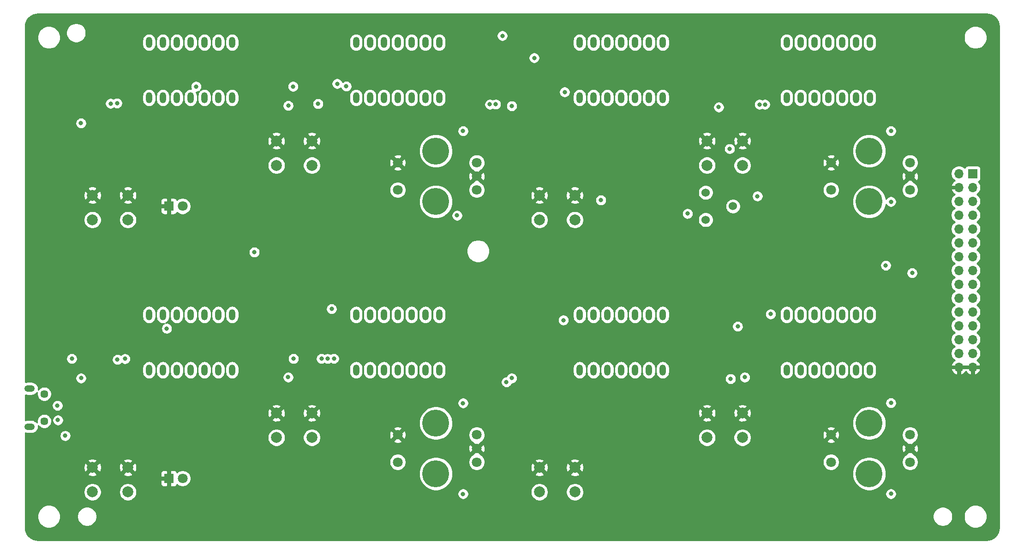
<source format=gbr>
%TF.GenerationSoftware,KiCad,Pcbnew,(5.1.6)-1*%
%TF.CreationDate,2020-09-26T19:54:48-07:00*%
%TF.ProjectId,Cessna 172 nav and com radio,43657373-6e61-4203-9137-32206e617620,rev?*%
%TF.SameCoordinates,Original*%
%TF.FileFunction,Copper,L3,Inr*%
%TF.FilePolarity,Positive*%
%FSLAX46Y46*%
G04 Gerber Fmt 4.6, Leading zero omitted, Abs format (unit mm)*
G04 Created by KiCad (PCBNEW (5.1.6)-1) date 2020-09-26 19:54:48*
%MOMM*%
%LPD*%
G01*
G04 APERTURE LIST*
%TA.AperFunction,ViaPad*%
%ADD10O,1.200000X2.000000*%
%TD*%
%TA.AperFunction,ViaPad*%
%ADD11C,1.524000*%
%TD*%
%TA.AperFunction,ViaPad*%
%ADD12C,1.800000*%
%TD*%
%TA.AperFunction,ViaPad*%
%ADD13R,1.800000X1.800000*%
%TD*%
%TA.AperFunction,ViaPad*%
%ADD14C,2.000000*%
%TD*%
%TA.AperFunction,ViaPad*%
%ADD15C,1.450000*%
%TD*%
%TA.AperFunction,ViaPad*%
%ADD16O,1.900000X1.200000*%
%TD*%
%TA.AperFunction,ViaPad*%
%ADD17C,4.950000*%
%TD*%
%TA.AperFunction,ViaPad*%
%ADD18R,1.700000X1.700000*%
%TD*%
%TA.AperFunction,ViaPad*%
%ADD19O,1.700000X1.700000*%
%TD*%
%TA.AperFunction,ViaPad*%
%ADD20C,0.800000*%
%TD*%
%TA.AperFunction,Conductor*%
%ADD21C,0.254000*%
%TD*%
G04 APERTURE END LIST*
D10*
%TO.N,Net-(U4-Pad7)*%
%TO.C,U4*%
X106620000Y-46080000D03*
%TO.N,/sheet5F611637/DIG_4*%
X106620000Y-35920000D03*
%TO.N,/sheet5F611637/DIG_3*%
X104080000Y-46080000D03*
%TO.N,/sheet5F611637/SEG_B*%
X104080000Y-35920000D03*
%TO.N,/sheet5F611637/SEG_G*%
X101540000Y-46080000D03*
%TO.N,/sheet5F611637/DIG_2*%
X101540000Y-35920000D03*
%TO.N,/sheet5F611637/SEG_C*%
X99000000Y-46080000D03*
%TO.N,/sheet5F611637/DIG_1*%
X99000000Y-35920000D03*
%TO.N,/sheet5F611637/SEG_DP*%
X96460000Y-46080000D03*
%TO.N,/sheet5F611637/SEG_F*%
X96460000Y-35920000D03*
%TO.N,/sheet5F611637/SEG_D*%
X93920000Y-46080000D03*
%TO.N,/sheet5F611637/SEG_A*%
X93920000Y-35920000D03*
%TO.N,/sheet5F611637/SEG_E*%
X91380000Y-46080000D03*
%TO.N,/sheet5F611637/DIG_0*%
X91380000Y-35920000D03*
%TD*%
D11*
%TO.N,Net-(R1-Pad2)*%
%TO.C,RV1*%
X155500000Y-68500000D03*
%TO.N,ISET*%
X155500000Y-63500000D03*
%TO.N,Net-(RV1-Pad2)*%
X160500000Y-66000000D03*
%TD*%
D10*
%TO.N,Net-(U2-Pad7)*%
%TO.C,U2*%
X68620000Y-46080000D03*
%TO.N,/5 digit LCD display/DIG_4*%
X68620000Y-35920000D03*
%TO.N,/5 digit LCD display/DIG_3*%
X66080000Y-46080000D03*
%TO.N,/5 digit LCD display/SEG_B*%
X66080000Y-35920000D03*
%TO.N,/5 digit LCD display/SEG_G*%
X63540000Y-46080000D03*
%TO.N,/5 digit LCD display/DIG_2*%
X63540000Y-35920000D03*
%TO.N,/5 digit LCD display/SEG_C*%
X61000000Y-46080000D03*
%TO.N,/5 digit LCD display/DIG_1*%
X61000000Y-35920000D03*
%TO.N,/5 digit LCD display/SEG_DP*%
X58460000Y-46080000D03*
%TO.N,/5 digit LCD display/SEG_F*%
X58460000Y-35920000D03*
%TO.N,/5 digit LCD display/SEG_D*%
X55920000Y-46080000D03*
%TO.N,/5 digit LCD display/SEG_A*%
X55920000Y-35920000D03*
%TO.N,/5 digit LCD display/SEG_E*%
X53380000Y-46080000D03*
%TO.N,/5 digit LCD display/DIG_0*%
X53380000Y-35920000D03*
%TD*%
%TO.N,Net-(U6-Pad7)*%
%TO.C,U6*%
X147620000Y-46080000D03*
%TO.N,/sheet5F613960/DIG_4*%
X147620000Y-35920000D03*
%TO.N,/sheet5F613960/DIG_3*%
X145080000Y-46080000D03*
%TO.N,/sheet5F613960/SEG_B*%
X145080000Y-35920000D03*
%TO.N,/sheet5F613960/SEG_G*%
X142540000Y-46080000D03*
%TO.N,/sheet5F613960/DIG_2*%
X142540000Y-35920000D03*
%TO.N,/sheet5F613960/SEG_C*%
X140000000Y-46080000D03*
%TO.N,/sheet5F613960/DIG_1*%
X140000000Y-35920000D03*
%TO.N,/sheet5F613960/SEG_DP*%
X137460000Y-46080000D03*
%TO.N,/sheet5F613960/SEG_F*%
X137460000Y-35920000D03*
%TO.N,/sheet5F613960/SEG_D*%
X134920000Y-46080000D03*
%TO.N,/sheet5F613960/SEG_A*%
X134920000Y-35920000D03*
%TO.N,/sheet5F613960/SEG_E*%
X132380000Y-46080000D03*
%TO.N,/sheet5F613960/DIG_0*%
X132380000Y-35920000D03*
%TD*%
%TO.N,Net-(U8-Pad7)*%
%TO.C,U8*%
X185620000Y-46080000D03*
%TO.N,/sheet5F613961/DIG_4*%
X185620000Y-35920000D03*
%TO.N,/sheet5F613961/DIG_3*%
X183080000Y-46080000D03*
%TO.N,/sheet5F613961/SEG_B*%
X183080000Y-35920000D03*
%TO.N,/sheet5F613961/SEG_G*%
X180540000Y-46080000D03*
%TO.N,/sheet5F613961/DIG_2*%
X180540000Y-35920000D03*
%TO.N,/sheet5F613961/SEG_C*%
X178000000Y-46080000D03*
%TO.N,/sheet5F613961/DIG_1*%
X178000000Y-35920000D03*
%TO.N,/sheet5F613961/SEG_DP*%
X175460000Y-46080000D03*
%TO.N,/sheet5F613961/SEG_F*%
X175460000Y-35920000D03*
%TO.N,/sheet5F613961/SEG_D*%
X172920000Y-46080000D03*
%TO.N,/sheet5F613961/SEG_A*%
X172920000Y-35920000D03*
%TO.N,/sheet5F613961/SEG_E*%
X170380000Y-46080000D03*
%TO.N,/sheet5F613961/DIG_0*%
X170380000Y-35920000D03*
%TD*%
D12*
%TO.N,Net-(D3-Pad2)*%
%TO.C,D3*%
X59540000Y-66000000D03*
D13*
%TO.N,GND*%
X57000000Y-66000000D03*
%TD*%
D14*
%TO.N,COMM1_XFR*%
%TO.C,SW1*%
X76750000Y-58500000D03*
%TO.N,GND*%
X76750000Y-54000000D03*
%TO.N,COMM1_XFR*%
X83250000Y-58500000D03*
%TO.N,GND*%
X83250000Y-54000000D03*
%TD*%
%TO.N,GND*%
%TO.C,SW2*%
X162250000Y-54000000D03*
%TO.N,NAV1_XFR*%
X162250000Y-58500000D03*
%TO.N,GND*%
X155750000Y-54000000D03*
%TO.N,NAV1_XFR*%
X155750000Y-58500000D03*
%TD*%
%TO.N,IDENT1_SW*%
%TO.C,SW3*%
X125000000Y-68500000D03*
%TO.N,GND*%
X125000000Y-64000000D03*
%TO.N,IDENT1_SW*%
X131500000Y-68500000D03*
%TO.N,GND*%
X131500000Y-64000000D03*
%TD*%
D15*
%TO.N,Net-(J2-Pad6)*%
%TO.C,J2*%
X34162500Y-105500000D03*
X34162500Y-100500000D03*
D16*
X31462500Y-106500000D03*
X31462500Y-99500000D03*
%TD*%
D17*
%TO.N,Net-(J3-PadMH2)*%
%TO.C,J3*%
X106000000Y-55850000D03*
%TO.N,Net-(J3-PadMH1)*%
X106000000Y-65150000D03*
D12*
%TO.N,GND*%
X99000000Y-58000000D03*
%TO.N,COMM1_KHZ_SW*%
X99000000Y-63000000D03*
%TO.N,GND*%
X113500000Y-60500000D03*
%TO.N,/Tuning rotary encoder and switch/B1*%
X113500000Y-58000000D03*
%TO.N,/Tuning rotary encoder and switch/A1*%
X113500000Y-63000000D03*
%TD*%
%TO.N,/sheet5F5DD32A/A1*%
%TO.C,J4*%
X193000000Y-63000000D03*
%TO.N,/sheet5F5DD32A/B1*%
X193000000Y-58000000D03*
%TO.N,GND*%
X193000000Y-60500000D03*
%TO.N,NAV1_KHZ_SW*%
X178500000Y-63000000D03*
%TO.N,GND*%
X178500000Y-58000000D03*
D17*
%TO.N,Net-(J4-PadMH1)*%
X185500000Y-65150000D03*
%TO.N,Net-(J4-PadMH2)*%
X185500000Y-55850000D03*
%TD*%
D12*
%TO.N,Net-(D6-Pad2)*%
%TO.C,D6*%
X59540000Y-116000000D03*
D13*
%TO.N,GND*%
X57000000Y-116000000D03*
%TD*%
D12*
%TO.N,/sheet5F71BCD2/A1*%
%TO.C,J1*%
X113500000Y-113000000D03*
%TO.N,/sheet5F71BCD2/B1*%
X113500000Y-108000000D03*
%TO.N,GND*%
X113500000Y-110500000D03*
%TO.N,COMM2_KHZ_SW*%
X99000000Y-113000000D03*
%TO.N,GND*%
X99000000Y-108000000D03*
D17*
%TO.N,Net-(J1-PadMH1)*%
X106000000Y-115150000D03*
%TO.N,Net-(J1-PadMH2)*%
X106000000Y-105850000D03*
%TD*%
%TO.N,Net-(J6-PadMH2)*%
%TO.C,J6*%
X185500000Y-105850000D03*
%TO.N,Net-(J6-PadMH1)*%
X185500000Y-115150000D03*
D12*
%TO.N,GND*%
X178500000Y-108000000D03*
%TO.N,NAV2_KHZ_SW*%
X178500000Y-113000000D03*
%TO.N,GND*%
X193000000Y-110500000D03*
%TO.N,/sheet5F71BCD3/B1*%
X193000000Y-108000000D03*
%TO.N,/sheet5F71BCD3/A1*%
X193000000Y-113000000D03*
%TD*%
D14*
%TO.N,COMM2_XFR*%
%TO.C,SW4*%
X76750000Y-108500000D03*
%TO.N,GND*%
X76750000Y-104000000D03*
%TO.N,COMM2_XFR*%
X83250000Y-108500000D03*
%TO.N,GND*%
X83250000Y-104000000D03*
%TD*%
%TO.N,GND*%
%TO.C,SW5*%
X162250000Y-104000000D03*
%TO.N,NAV2_XFR*%
X162250000Y-108500000D03*
%TO.N,GND*%
X155750000Y-104000000D03*
%TO.N,NAV2_XFR*%
X155750000Y-108500000D03*
%TD*%
%TO.N,IDENT2_SW*%
%TO.C,SW6*%
X125000000Y-118500000D03*
%TO.N,GND*%
X125000000Y-114000000D03*
%TO.N,IDENT2_SW*%
X131500000Y-118500000D03*
%TO.N,GND*%
X131500000Y-114000000D03*
%TD*%
D10*
%TO.N,/sheet5F68A9C2/DIG_0*%
%TO.C,U10*%
X53380000Y-85920000D03*
%TO.N,/sheet5F68A9C2/SEG_E*%
X53380000Y-96080000D03*
%TO.N,/sheet5F68A9C2/SEG_A*%
X55920000Y-85920000D03*
%TO.N,/sheet5F68A9C2/SEG_D*%
X55920000Y-96080000D03*
%TO.N,/sheet5F68A9C2/SEG_F*%
X58460000Y-85920000D03*
%TO.N,/sheet5F68A9C2/SEG_DP*%
X58460000Y-96080000D03*
%TO.N,/sheet5F68A9C2/DIG_1*%
X61000000Y-85920000D03*
%TO.N,/sheet5F68A9C2/SEG_C*%
X61000000Y-96080000D03*
%TO.N,/sheet5F68A9C2/DIG_2*%
X63540000Y-85920000D03*
%TO.N,/sheet5F68A9C2/SEG_G*%
X63540000Y-96080000D03*
%TO.N,/sheet5F68A9C2/SEG_B*%
X66080000Y-85920000D03*
%TO.N,/sheet5F68A9C2/DIG_3*%
X66080000Y-96080000D03*
%TO.N,/sheet5F68A9C2/DIG_4*%
X68620000Y-85920000D03*
%TO.N,Net-(U10-Pad7)*%
X68620000Y-96080000D03*
%TD*%
%TO.N,Net-(U12-Pad7)*%
%TO.C,U12*%
X147620000Y-96080000D03*
%TO.N,/sheet5F68A9C3/DIG_4*%
X147620000Y-85920000D03*
%TO.N,/sheet5F68A9C3/DIG_3*%
X145080000Y-96080000D03*
%TO.N,/sheet5F68A9C3/SEG_B*%
X145080000Y-85920000D03*
%TO.N,/sheet5F68A9C3/SEG_G*%
X142540000Y-96080000D03*
%TO.N,/sheet5F68A9C3/DIG_2*%
X142540000Y-85920000D03*
%TO.N,/sheet5F68A9C3/SEG_C*%
X140000000Y-96080000D03*
%TO.N,/sheet5F68A9C3/DIG_1*%
X140000000Y-85920000D03*
%TO.N,/sheet5F68A9C3/SEG_DP*%
X137460000Y-96080000D03*
%TO.N,/sheet5F68A9C3/SEG_F*%
X137460000Y-85920000D03*
%TO.N,/sheet5F68A9C3/SEG_D*%
X134920000Y-96080000D03*
%TO.N,/sheet5F68A9C3/SEG_A*%
X134920000Y-85920000D03*
%TO.N,/sheet5F68A9C3/SEG_E*%
X132380000Y-96080000D03*
%TO.N,/sheet5F68A9C3/DIG_0*%
X132380000Y-85920000D03*
%TD*%
%TO.N,Net-(U14-Pad7)*%
%TO.C,U14*%
X185620000Y-96080000D03*
%TO.N,/sheet5F68A9C4/DIG_4*%
X185620000Y-85920000D03*
%TO.N,/sheet5F68A9C4/DIG_3*%
X183080000Y-96080000D03*
%TO.N,/sheet5F68A9C4/SEG_B*%
X183080000Y-85920000D03*
%TO.N,/sheet5F68A9C4/SEG_G*%
X180540000Y-96080000D03*
%TO.N,/sheet5F68A9C4/DIG_2*%
X180540000Y-85920000D03*
%TO.N,/sheet5F68A9C4/SEG_C*%
X178000000Y-96080000D03*
%TO.N,/sheet5F68A9C4/DIG_1*%
X178000000Y-85920000D03*
%TO.N,/sheet5F68A9C4/SEG_DP*%
X175460000Y-96080000D03*
%TO.N,/sheet5F68A9C4/SEG_F*%
X175460000Y-85920000D03*
%TO.N,/sheet5F68A9C4/SEG_D*%
X172920000Y-96080000D03*
%TO.N,/sheet5F68A9C4/SEG_A*%
X172920000Y-85920000D03*
%TO.N,/sheet5F68A9C4/SEG_E*%
X170380000Y-96080000D03*
%TO.N,/sheet5F68A9C4/DIG_0*%
X170380000Y-85920000D03*
%TD*%
%TO.N,/sheet5F68A9C5/DIG_0*%
%TO.C,U16*%
X91380000Y-85920000D03*
%TO.N,/sheet5F68A9C5/SEG_E*%
X91380000Y-96080000D03*
%TO.N,/sheet5F68A9C5/SEG_A*%
X93920000Y-85920000D03*
%TO.N,/sheet5F68A9C5/SEG_D*%
X93920000Y-96080000D03*
%TO.N,/sheet5F68A9C5/SEG_F*%
X96460000Y-85920000D03*
%TO.N,/sheet5F68A9C5/SEG_DP*%
X96460000Y-96080000D03*
%TO.N,/sheet5F68A9C5/DIG_1*%
X99000000Y-85920000D03*
%TO.N,/sheet5F68A9C5/SEG_C*%
X99000000Y-96080000D03*
%TO.N,/sheet5F68A9C5/DIG_2*%
X101540000Y-85920000D03*
%TO.N,/sheet5F68A9C5/SEG_G*%
X101540000Y-96080000D03*
%TO.N,/sheet5F68A9C5/SEG_B*%
X104080000Y-85920000D03*
%TO.N,/sheet5F68A9C5/DIG_3*%
X104080000Y-96080000D03*
%TO.N,/sheet5F68A9C5/DIG_4*%
X106620000Y-85920000D03*
%TO.N,Net-(U16-Pad7)*%
X106620000Y-96080000D03*
%TD*%
D14*
%TO.N,RADIO1_SW*%
%TO.C,SW7*%
X43000000Y-68500000D03*
%TO.N,GND*%
X43000000Y-64000000D03*
%TO.N,RADIO1_SW*%
X49500000Y-68500000D03*
%TO.N,GND*%
X49500000Y-64000000D03*
%TD*%
%TO.N,GND*%
%TO.C,SW8*%
X49500000Y-114000000D03*
%TO.N,RADIO2_SW*%
X49500000Y-118500000D03*
%TO.N,GND*%
X43000000Y-114000000D03*
%TO.N,RADIO2_SW*%
X43000000Y-118500000D03*
%TD*%
D18*
%TO.N,CS_LOAD*%
%TO.C,J5*%
X204500000Y-60000000D03*
D19*
%TO.N,+5V*%
X201960000Y-60000000D03*
%TO.N,CLK*%
X204500000Y-62540000D03*
%TO.N,GND*%
X201960000Y-62540000D03*
%TO.N,DIN*%
X204500000Y-65080000D03*
%TO.N,Net-(J5-Pad6)*%
X201960000Y-65080000D03*
%TO.N,COMM1_LEFT*%
X204500000Y-67620000D03*
%TO.N,COMM2_LEFT*%
X201960000Y-67620000D03*
%TO.N,COMM1_RIGHT*%
X204500000Y-70160000D03*
%TO.N,COMM2_RIGHT*%
X201960000Y-70160000D03*
%TO.N,COMM1_KHZ_SW*%
X204500000Y-72700000D03*
%TO.N,COMM2_KHZ_SW*%
X201960000Y-72700000D03*
%TO.N,COMM1_XFR*%
X204500000Y-75240000D03*
%TO.N,COMM2_XFR*%
X201960000Y-75240000D03*
%TO.N,NAV1_LEFT*%
X204500000Y-77780000D03*
%TO.N,NAV2_LEFT*%
X201960000Y-77780000D03*
%TO.N,NAV1_RIGHT*%
X204500000Y-80320000D03*
%TO.N,NAV2_RIGHT*%
X201960000Y-80320000D03*
%TO.N,NAV1_KHZ_SW*%
X204500000Y-82860000D03*
%TO.N,NAV2_KHZ_SW*%
X201960000Y-82860000D03*
%TO.N,NAV1_XFR*%
X204500000Y-85400000D03*
%TO.N,NAV2_XFR*%
X201960000Y-85400000D03*
%TO.N,RADIO1_SW*%
X204500000Y-87940000D03*
%TO.N,RADIO2_SW*%
X201960000Y-87940000D03*
%TO.N,RADIO1_LED*%
X204500000Y-90480000D03*
%TO.N,RADIO2_LED*%
X201960000Y-90480000D03*
%TO.N,IDENT1_SW*%
X204500000Y-93020000D03*
%TO.N,IDENT2_SW*%
X201960000Y-93020000D03*
%TO.N,GND*%
X204500000Y-95560000D03*
X201960000Y-95560000D03*
%TD*%
D20*
%TO.N,+5V*%
X157896600Y-47791300D03*
X160076500Y-97712500D03*
X79865000Y-94008000D03*
X119921000Y-97584100D03*
X111000000Y-118849700D03*
X40909700Y-97577500D03*
X119921300Y-47577500D03*
X78914900Y-47525300D03*
X165000000Y-64161400D03*
X111000000Y-52173900D03*
X111000000Y-102168400D03*
X189500000Y-102131300D03*
X40887200Y-50733700D03*
X189500000Y-52171800D03*
X189500000Y-118831600D03*
X38000000Y-108155700D03*
X109889300Y-67688300D03*
X189500000Y-65172100D03*
X36650000Y-105286600D03*
X36576000Y-102616000D03*
%TO.N,CLK*%
X159900300Y-55446800D03*
X129632600Y-45030900D03*
%TO.N,DIN*%
X62014600Y-44010000D03*
%TO.N,/5 digit LCD display/SEG_B*%
X46325200Y-47137800D03*
%TO.N,/5 digit LCD display/SEG_F*%
X47506600Y-47065600D03*
%TO.N,/sheet5F611637/SEG_B*%
X84374800Y-47183600D03*
%TO.N,/sheet5F611637/SEG_C*%
X79802700Y-44005700D03*
%TO.N,/sheet5F611637/SEG_A*%
X87903800Y-43502600D03*
%TO.N,/sheet5F611637/SEG_F*%
X89565600Y-43969800D03*
%TO.N,/sheet5F613960/SEG_E*%
X116982700Y-47278300D03*
%TO.N,/sheet5F613960/SEG_D*%
X115902900Y-47283800D03*
%TO.N,/sheet5F613960/DIG_4*%
X118203900Y-34691200D03*
%TO.N,/sheet5F613960/DIG_3*%
X124048900Y-38750400D03*
%TO.N,/sheet5F613961/SEG_A*%
X165388300Y-47308900D03*
%TO.N,/sheet5F613961/SEG_F*%
X166388700Y-47313400D03*
%TO.N,NAV1_KHZ_SW*%
X193389500Y-78257600D03*
%TO.N,COMM1_LEFT*%
X136276400Y-64885200D03*
%TO.N,COMM1_RIGHT*%
X152182200Y-67351000D03*
%TO.N,/sheet5F68A9C2/SEG_DP*%
X39205800Y-94000000D03*
%TO.N,/sheet5F68A9C2/SEG_F*%
X47575300Y-94182300D03*
%TO.N,/sheet5F68A9C2/SEG_A*%
X48967100Y-94029500D03*
%TO.N,/sheet5F68A9C2/DIG_3*%
X56625100Y-88464700D03*
%TO.N,/sheet5F68A9C3/SEG_C*%
X118951300Y-98309400D03*
%TO.N,/sheet5F68A9C4/SEG_G*%
X162668500Y-97405300D03*
%TO.N,/sheet5F68A9C4/DIG_3*%
X161391700Y-88068100D03*
%TO.N,/sheet5F68A9C5/SEG_A*%
X87299000Y-93992100D03*
%TO.N,/sheet5F68A9C5/SEG_F*%
X86132300Y-94014200D03*
%TO.N,/sheet5F68A9C5/SEG_B*%
X85012700Y-94003200D03*
%TO.N,/sheet5F68A9C5/SEG_C*%
X78898400Y-97405300D03*
%TO.N,GND*%
X162675000Y-87976000D03*
X192500000Y-52148400D03*
X77537000Y-84674500D03*
X121000000Y-50328500D03*
X36140200Y-109561200D03*
X80000000Y-100331000D03*
X124675000Y-34704000D03*
X114000000Y-118849700D03*
X80000000Y-50339200D03*
X45675000Y-37721900D03*
X41239600Y-100164000D03*
X193630100Y-67755200D03*
X158179500Y-50108000D03*
X83118700Y-84816500D03*
X162675000Y-37978100D03*
X160078600Y-99302700D03*
X156325000Y-84717600D03*
X125264700Y-84852200D03*
X45675000Y-88000200D03*
X39325000Y-84705500D03*
X83675000Y-37987400D03*
X42000000Y-53352600D03*
X115079600Y-67688300D03*
X118325000Y-37989700D03*
X114000000Y-52166800D03*
X77325000Y-34716000D03*
X39952000Y-37888600D03*
X156325000Y-37977200D03*
X118852300Y-84766600D03*
X39350000Y-102710700D03*
X114000000Y-102163000D03*
X192500000Y-118852100D03*
X192500000Y-102161000D03*
X122102500Y-99312500D03*
X35465700Y-101934400D03*
X39370000Y-105156000D03*
%TO.N,CS_LOAD*%
X167419300Y-85812400D03*
X86879100Y-84855900D03*
X129406800Y-86938900D03*
%TO.N,NAV1_XFR*%
X188554700Y-76882800D03*
%TO.N,RADIO1_LED*%
X72709900Y-74439300D03*
%TD*%
D21*
%TO.N,GND*%
G36*
X207453893Y-30707670D02*
G01*
X207890498Y-30839489D01*
X208293185Y-31053600D01*
X208646612Y-31341848D01*
X208937327Y-31693261D01*
X209154242Y-32094439D01*
X209289106Y-32530113D01*
X209340000Y-33014344D01*
X209340001Y-124967711D01*
X209292330Y-125453894D01*
X209160512Y-125890497D01*
X208946399Y-126293186D01*
X208658150Y-126646613D01*
X208306739Y-126937327D01*
X207905564Y-127154240D01*
X207469886Y-127289106D01*
X206985664Y-127340000D01*
X33032279Y-127340000D01*
X32546106Y-127292330D01*
X32109503Y-127160512D01*
X31706814Y-126946399D01*
X31353387Y-126658150D01*
X31062673Y-126306739D01*
X30845760Y-125905564D01*
X30710894Y-125469886D01*
X30660000Y-124985664D01*
X30660000Y-122789721D01*
X32865000Y-122789721D01*
X32865000Y-123210279D01*
X32947047Y-123622756D01*
X33107988Y-124011302D01*
X33341637Y-124360983D01*
X33639017Y-124658363D01*
X33988698Y-124892012D01*
X34377244Y-125052953D01*
X34789721Y-125135000D01*
X35210279Y-125135000D01*
X35622756Y-125052953D01*
X36011302Y-124892012D01*
X36360983Y-124658363D01*
X36658363Y-124360983D01*
X36892012Y-124011302D01*
X37052953Y-123622756D01*
X37135000Y-123210279D01*
X37135000Y-122820433D01*
X40176822Y-122820433D01*
X40176822Y-123179567D01*
X40246885Y-123531802D01*
X40384320Y-123863599D01*
X40583845Y-124162208D01*
X40837792Y-124416155D01*
X41136401Y-124615680D01*
X41468198Y-124753115D01*
X41820433Y-124823178D01*
X42179567Y-124823178D01*
X42531802Y-124753115D01*
X42863599Y-124615680D01*
X43162208Y-124416155D01*
X43416155Y-124162208D01*
X43615680Y-123863599D01*
X43753115Y-123531802D01*
X43823178Y-123179567D01*
X43823178Y-122820433D01*
X197176822Y-122820433D01*
X197176822Y-123179567D01*
X197246885Y-123531802D01*
X197384320Y-123863599D01*
X197583845Y-124162208D01*
X197837792Y-124416155D01*
X198136401Y-124615680D01*
X198468198Y-124753115D01*
X198820433Y-124823178D01*
X199179567Y-124823178D01*
X199531802Y-124753115D01*
X199863599Y-124615680D01*
X200162208Y-124416155D01*
X200416155Y-124162208D01*
X200615680Y-123863599D01*
X200753115Y-123531802D01*
X200823178Y-123179567D01*
X200823178Y-122820433D01*
X200817070Y-122789721D01*
X202865000Y-122789721D01*
X202865000Y-123210279D01*
X202947047Y-123622756D01*
X203107988Y-124011302D01*
X203341637Y-124360983D01*
X203639017Y-124658363D01*
X203988698Y-124892012D01*
X204377244Y-125052953D01*
X204789721Y-125135000D01*
X205210279Y-125135000D01*
X205622756Y-125052953D01*
X206011302Y-124892012D01*
X206360983Y-124658363D01*
X206658363Y-124360983D01*
X206892012Y-124011302D01*
X207052953Y-123622756D01*
X207135000Y-123210279D01*
X207135000Y-122789721D01*
X207052953Y-122377244D01*
X206892012Y-121988698D01*
X206658363Y-121639017D01*
X206360983Y-121341637D01*
X206011302Y-121107988D01*
X205622756Y-120947047D01*
X205210279Y-120865000D01*
X204789721Y-120865000D01*
X204377244Y-120947047D01*
X203988698Y-121107988D01*
X203639017Y-121341637D01*
X203341637Y-121639017D01*
X203107988Y-121988698D01*
X202947047Y-122377244D01*
X202865000Y-122789721D01*
X200817070Y-122789721D01*
X200753115Y-122468198D01*
X200615680Y-122136401D01*
X200416155Y-121837792D01*
X200162208Y-121583845D01*
X199863599Y-121384320D01*
X199531802Y-121246885D01*
X199179567Y-121176822D01*
X198820433Y-121176822D01*
X198468198Y-121246885D01*
X198136401Y-121384320D01*
X197837792Y-121583845D01*
X197583845Y-121837792D01*
X197384320Y-122136401D01*
X197246885Y-122468198D01*
X197176822Y-122820433D01*
X43823178Y-122820433D01*
X43753115Y-122468198D01*
X43615680Y-122136401D01*
X43416155Y-121837792D01*
X43162208Y-121583845D01*
X42863599Y-121384320D01*
X42531802Y-121246885D01*
X42179567Y-121176822D01*
X41820433Y-121176822D01*
X41468198Y-121246885D01*
X41136401Y-121384320D01*
X40837792Y-121583845D01*
X40583845Y-121837792D01*
X40384320Y-122136401D01*
X40246885Y-122468198D01*
X40176822Y-122820433D01*
X37135000Y-122820433D01*
X37135000Y-122789721D01*
X37052953Y-122377244D01*
X36892012Y-121988698D01*
X36658363Y-121639017D01*
X36360983Y-121341637D01*
X36011302Y-121107988D01*
X35622756Y-120947047D01*
X35210279Y-120865000D01*
X34789721Y-120865000D01*
X34377244Y-120947047D01*
X33988698Y-121107988D01*
X33639017Y-121341637D01*
X33341637Y-121639017D01*
X33107988Y-121988698D01*
X32947047Y-122377244D01*
X32865000Y-122789721D01*
X30660000Y-122789721D01*
X30660000Y-118338967D01*
X41365000Y-118338967D01*
X41365000Y-118661033D01*
X41427832Y-118976912D01*
X41551082Y-119274463D01*
X41730013Y-119542252D01*
X41957748Y-119769987D01*
X42225537Y-119948918D01*
X42523088Y-120072168D01*
X42838967Y-120135000D01*
X43161033Y-120135000D01*
X43476912Y-120072168D01*
X43774463Y-119948918D01*
X44042252Y-119769987D01*
X44269987Y-119542252D01*
X44448918Y-119274463D01*
X44572168Y-118976912D01*
X44635000Y-118661033D01*
X44635000Y-118338967D01*
X47865000Y-118338967D01*
X47865000Y-118661033D01*
X47927832Y-118976912D01*
X48051082Y-119274463D01*
X48230013Y-119542252D01*
X48457748Y-119769987D01*
X48725537Y-119948918D01*
X49023088Y-120072168D01*
X49338967Y-120135000D01*
X49661033Y-120135000D01*
X49976912Y-120072168D01*
X50274463Y-119948918D01*
X50542252Y-119769987D01*
X50769987Y-119542252D01*
X50948918Y-119274463D01*
X51072168Y-118976912D01*
X51117748Y-118747761D01*
X109965000Y-118747761D01*
X109965000Y-118951639D01*
X110004774Y-119151598D01*
X110082795Y-119339956D01*
X110196063Y-119509474D01*
X110340226Y-119653637D01*
X110509744Y-119766905D01*
X110698102Y-119844926D01*
X110898061Y-119884700D01*
X111101939Y-119884700D01*
X111301898Y-119844926D01*
X111490256Y-119766905D01*
X111659774Y-119653637D01*
X111803937Y-119509474D01*
X111917205Y-119339956D01*
X111995226Y-119151598D01*
X112035000Y-118951639D01*
X112035000Y-118747761D01*
X111995226Y-118547802D01*
X111917205Y-118359444D01*
X111903523Y-118338967D01*
X123365000Y-118338967D01*
X123365000Y-118661033D01*
X123427832Y-118976912D01*
X123551082Y-119274463D01*
X123730013Y-119542252D01*
X123957748Y-119769987D01*
X124225537Y-119948918D01*
X124523088Y-120072168D01*
X124838967Y-120135000D01*
X125161033Y-120135000D01*
X125476912Y-120072168D01*
X125774463Y-119948918D01*
X126042252Y-119769987D01*
X126269987Y-119542252D01*
X126448918Y-119274463D01*
X126572168Y-118976912D01*
X126635000Y-118661033D01*
X126635000Y-118338967D01*
X129865000Y-118338967D01*
X129865000Y-118661033D01*
X129927832Y-118976912D01*
X130051082Y-119274463D01*
X130230013Y-119542252D01*
X130457748Y-119769987D01*
X130725537Y-119948918D01*
X131023088Y-120072168D01*
X131338967Y-120135000D01*
X131661033Y-120135000D01*
X131976912Y-120072168D01*
X132274463Y-119948918D01*
X132542252Y-119769987D01*
X132769987Y-119542252D01*
X132948918Y-119274463D01*
X133072168Y-118976912D01*
X133121349Y-118729661D01*
X188465000Y-118729661D01*
X188465000Y-118933539D01*
X188504774Y-119133498D01*
X188582795Y-119321856D01*
X188696063Y-119491374D01*
X188840226Y-119635537D01*
X189009744Y-119748805D01*
X189198102Y-119826826D01*
X189398061Y-119866600D01*
X189601939Y-119866600D01*
X189801898Y-119826826D01*
X189990256Y-119748805D01*
X190159774Y-119635537D01*
X190303937Y-119491374D01*
X190417205Y-119321856D01*
X190495226Y-119133498D01*
X190535000Y-118933539D01*
X190535000Y-118729661D01*
X190495226Y-118529702D01*
X190417205Y-118341344D01*
X190303937Y-118171826D01*
X190159774Y-118027663D01*
X189990256Y-117914395D01*
X189801898Y-117836374D01*
X189601939Y-117796600D01*
X189398061Y-117796600D01*
X189198102Y-117836374D01*
X189009744Y-117914395D01*
X188840226Y-118027663D01*
X188696063Y-118171826D01*
X188582795Y-118341344D01*
X188504774Y-118529702D01*
X188465000Y-118729661D01*
X133121349Y-118729661D01*
X133135000Y-118661033D01*
X133135000Y-118338967D01*
X133072168Y-118023088D01*
X132948918Y-117725537D01*
X132769987Y-117457748D01*
X132542252Y-117230013D01*
X132274463Y-117051082D01*
X131976912Y-116927832D01*
X131661033Y-116865000D01*
X131338967Y-116865000D01*
X131023088Y-116927832D01*
X130725537Y-117051082D01*
X130457748Y-117230013D01*
X130230013Y-117457748D01*
X130051082Y-117725537D01*
X129927832Y-118023088D01*
X129865000Y-118338967D01*
X126635000Y-118338967D01*
X126572168Y-118023088D01*
X126448918Y-117725537D01*
X126269987Y-117457748D01*
X126042252Y-117230013D01*
X125774463Y-117051082D01*
X125476912Y-116927832D01*
X125161033Y-116865000D01*
X124838967Y-116865000D01*
X124523088Y-116927832D01*
X124225537Y-117051082D01*
X123957748Y-117230013D01*
X123730013Y-117457748D01*
X123551082Y-117725537D01*
X123427832Y-118023088D01*
X123365000Y-118338967D01*
X111903523Y-118338967D01*
X111803937Y-118189926D01*
X111659774Y-118045763D01*
X111490256Y-117932495D01*
X111301898Y-117854474D01*
X111101939Y-117814700D01*
X110898061Y-117814700D01*
X110698102Y-117854474D01*
X110509744Y-117932495D01*
X110340226Y-118045763D01*
X110196063Y-118189926D01*
X110082795Y-118359444D01*
X110004774Y-118547802D01*
X109965000Y-118747761D01*
X51117748Y-118747761D01*
X51135000Y-118661033D01*
X51135000Y-118338967D01*
X51072168Y-118023088D01*
X50948918Y-117725537D01*
X50769987Y-117457748D01*
X50542252Y-117230013D01*
X50274463Y-117051082D01*
X49976912Y-116927832D01*
X49836991Y-116900000D01*
X55461928Y-116900000D01*
X55474188Y-117024482D01*
X55510498Y-117144180D01*
X55569463Y-117254494D01*
X55648815Y-117351185D01*
X55745506Y-117430537D01*
X55855820Y-117489502D01*
X55975518Y-117525812D01*
X56100000Y-117538072D01*
X56593250Y-117535000D01*
X56752000Y-117376250D01*
X56752000Y-116248000D01*
X55623750Y-116248000D01*
X55465000Y-116406750D01*
X55461928Y-116900000D01*
X49836991Y-116900000D01*
X49661033Y-116865000D01*
X49338967Y-116865000D01*
X49023088Y-116927832D01*
X48725537Y-117051082D01*
X48457748Y-117230013D01*
X48230013Y-117457748D01*
X48051082Y-117725537D01*
X47927832Y-118023088D01*
X47865000Y-118338967D01*
X44635000Y-118338967D01*
X44572168Y-118023088D01*
X44448918Y-117725537D01*
X44269987Y-117457748D01*
X44042252Y-117230013D01*
X43774463Y-117051082D01*
X43476912Y-116927832D01*
X43161033Y-116865000D01*
X42838967Y-116865000D01*
X42523088Y-116927832D01*
X42225537Y-117051082D01*
X41957748Y-117230013D01*
X41730013Y-117457748D01*
X41551082Y-117725537D01*
X41427832Y-118023088D01*
X41365000Y-118338967D01*
X30660000Y-118338967D01*
X30660000Y-115210068D01*
X42140657Y-115210068D01*
X42246023Y-115459683D01*
X42545281Y-115578729D01*
X42862013Y-115637106D01*
X43184048Y-115632569D01*
X43499010Y-115565293D01*
X43753977Y-115459683D01*
X43859343Y-115210068D01*
X48640657Y-115210068D01*
X48746023Y-115459683D01*
X49045281Y-115578729D01*
X49362013Y-115637106D01*
X49684048Y-115632569D01*
X49999010Y-115565293D01*
X50253977Y-115459683D01*
X50359343Y-115210068D01*
X50249275Y-115100000D01*
X55461928Y-115100000D01*
X55465000Y-115593250D01*
X55623750Y-115752000D01*
X56752000Y-115752000D01*
X56752000Y-114623750D01*
X57248000Y-114623750D01*
X57248000Y-115752000D01*
X57268000Y-115752000D01*
X57268000Y-116248000D01*
X57248000Y-116248000D01*
X57248000Y-117376250D01*
X57406750Y-117535000D01*
X57900000Y-117538072D01*
X58024482Y-117525812D01*
X58144180Y-117489502D01*
X58254494Y-117430537D01*
X58351185Y-117351185D01*
X58430537Y-117254494D01*
X58489502Y-117144180D01*
X58495056Y-117125873D01*
X58561495Y-117192312D01*
X58812905Y-117360299D01*
X59092257Y-117476011D01*
X59388816Y-117535000D01*
X59691184Y-117535000D01*
X59987743Y-117476011D01*
X60267095Y-117360299D01*
X60518505Y-117192312D01*
X60732312Y-116978505D01*
X60900299Y-116727095D01*
X61016011Y-116447743D01*
X61075000Y-116151184D01*
X61075000Y-115848816D01*
X61016011Y-115552257D01*
X60900299Y-115272905D01*
X60732312Y-115021495D01*
X60554509Y-114843692D01*
X102890000Y-114843692D01*
X102890000Y-115456308D01*
X103009516Y-116057154D01*
X103243954Y-116623137D01*
X103584305Y-117132509D01*
X104017491Y-117565695D01*
X104526863Y-117906046D01*
X105092846Y-118140484D01*
X105693692Y-118260000D01*
X106306308Y-118260000D01*
X106907154Y-118140484D01*
X107473137Y-117906046D01*
X107982509Y-117565695D01*
X108415695Y-117132509D01*
X108756046Y-116623137D01*
X108990484Y-116057154D01*
X109110000Y-115456308D01*
X109110000Y-115210068D01*
X124140657Y-115210068D01*
X124246023Y-115459683D01*
X124545281Y-115578729D01*
X124862013Y-115637106D01*
X125184048Y-115632569D01*
X125499010Y-115565293D01*
X125753977Y-115459683D01*
X125859343Y-115210068D01*
X130640657Y-115210068D01*
X130746023Y-115459683D01*
X131045281Y-115578729D01*
X131362013Y-115637106D01*
X131684048Y-115632569D01*
X131999010Y-115565293D01*
X132253977Y-115459683D01*
X132359343Y-115210068D01*
X131500000Y-114350725D01*
X130640657Y-115210068D01*
X125859343Y-115210068D01*
X125000000Y-114350725D01*
X124140657Y-115210068D01*
X109110000Y-115210068D01*
X109110000Y-114843692D01*
X108990484Y-114242846D01*
X108756046Y-113676863D01*
X108415695Y-113167491D01*
X108097020Y-112848816D01*
X111965000Y-112848816D01*
X111965000Y-113151184D01*
X112023989Y-113447743D01*
X112139701Y-113727095D01*
X112307688Y-113978505D01*
X112521495Y-114192312D01*
X112772905Y-114360299D01*
X113052257Y-114476011D01*
X113348816Y-114535000D01*
X113651184Y-114535000D01*
X113947743Y-114476011D01*
X114227095Y-114360299D01*
X114478505Y-114192312D01*
X114692312Y-113978505D01*
X114770149Y-113862013D01*
X123362894Y-113862013D01*
X123367431Y-114184048D01*
X123434707Y-114499010D01*
X123540317Y-114753977D01*
X123789932Y-114859343D01*
X124649275Y-114000000D01*
X125350725Y-114000000D01*
X126210068Y-114859343D01*
X126459683Y-114753977D01*
X126578729Y-114454719D01*
X126637106Y-114137987D01*
X126633218Y-113862013D01*
X129862894Y-113862013D01*
X129867431Y-114184048D01*
X129934707Y-114499010D01*
X130040317Y-114753977D01*
X130289932Y-114859343D01*
X131149275Y-114000000D01*
X131850725Y-114000000D01*
X132710068Y-114859343D01*
X132747145Y-114843692D01*
X182390000Y-114843692D01*
X182390000Y-115456308D01*
X182509516Y-116057154D01*
X182743954Y-116623137D01*
X183084305Y-117132509D01*
X183517491Y-117565695D01*
X184026863Y-117906046D01*
X184592846Y-118140484D01*
X185193692Y-118260000D01*
X185806308Y-118260000D01*
X186407154Y-118140484D01*
X186973137Y-117906046D01*
X187482509Y-117565695D01*
X187915695Y-117132509D01*
X188256046Y-116623137D01*
X188490484Y-116057154D01*
X188610000Y-115456308D01*
X188610000Y-114843692D01*
X188490484Y-114242846D01*
X188256046Y-113676863D01*
X187915695Y-113167491D01*
X187597020Y-112848816D01*
X191465000Y-112848816D01*
X191465000Y-113151184D01*
X191523989Y-113447743D01*
X191639701Y-113727095D01*
X191807688Y-113978505D01*
X192021495Y-114192312D01*
X192272905Y-114360299D01*
X192552257Y-114476011D01*
X192848816Y-114535000D01*
X193151184Y-114535000D01*
X193447743Y-114476011D01*
X193727095Y-114360299D01*
X193978505Y-114192312D01*
X194192312Y-113978505D01*
X194360299Y-113727095D01*
X194476011Y-113447743D01*
X194535000Y-113151184D01*
X194535000Y-112848816D01*
X194476011Y-112552257D01*
X194360299Y-112272905D01*
X194192312Y-112021495D01*
X193978505Y-111807688D01*
X193774268Y-111671221D01*
X193787201Y-111637926D01*
X193000000Y-110850725D01*
X192212799Y-111637926D01*
X192225732Y-111671221D01*
X192021495Y-111807688D01*
X191807688Y-112021495D01*
X191639701Y-112272905D01*
X191523989Y-112552257D01*
X191465000Y-112848816D01*
X187597020Y-112848816D01*
X187482509Y-112734305D01*
X186973137Y-112393954D01*
X186407154Y-112159516D01*
X185806308Y-112040000D01*
X185193692Y-112040000D01*
X184592846Y-112159516D01*
X184026863Y-112393954D01*
X183517491Y-112734305D01*
X183084305Y-113167491D01*
X182743954Y-113676863D01*
X182509516Y-114242846D01*
X182390000Y-114843692D01*
X132747145Y-114843692D01*
X132959683Y-114753977D01*
X133078729Y-114454719D01*
X133137106Y-114137987D01*
X133132569Y-113815952D01*
X133065293Y-113500990D01*
X132959683Y-113246023D01*
X132710068Y-113140657D01*
X131850725Y-114000000D01*
X131149275Y-114000000D01*
X130289932Y-113140657D01*
X130040317Y-113246023D01*
X129921271Y-113545281D01*
X129862894Y-113862013D01*
X126633218Y-113862013D01*
X126632569Y-113815952D01*
X126565293Y-113500990D01*
X126459683Y-113246023D01*
X126210068Y-113140657D01*
X125350725Y-114000000D01*
X124649275Y-114000000D01*
X123789932Y-113140657D01*
X123540317Y-113246023D01*
X123421271Y-113545281D01*
X123362894Y-113862013D01*
X114770149Y-113862013D01*
X114860299Y-113727095D01*
X114976011Y-113447743D01*
X115035000Y-113151184D01*
X115035000Y-112848816D01*
X115023288Y-112789932D01*
X124140657Y-112789932D01*
X125000000Y-113649275D01*
X125859343Y-112789932D01*
X130640657Y-112789932D01*
X131500000Y-113649275D01*
X132300459Y-112848816D01*
X176965000Y-112848816D01*
X176965000Y-113151184D01*
X177023989Y-113447743D01*
X177139701Y-113727095D01*
X177307688Y-113978505D01*
X177521495Y-114192312D01*
X177772905Y-114360299D01*
X178052257Y-114476011D01*
X178348816Y-114535000D01*
X178651184Y-114535000D01*
X178947743Y-114476011D01*
X179227095Y-114360299D01*
X179478505Y-114192312D01*
X179692312Y-113978505D01*
X179860299Y-113727095D01*
X179976011Y-113447743D01*
X180035000Y-113151184D01*
X180035000Y-112848816D01*
X179976011Y-112552257D01*
X179860299Y-112272905D01*
X179692312Y-112021495D01*
X179478505Y-111807688D01*
X179227095Y-111639701D01*
X178947743Y-111523989D01*
X178651184Y-111465000D01*
X178348816Y-111465000D01*
X178052257Y-111523989D01*
X177772905Y-111639701D01*
X177521495Y-111807688D01*
X177307688Y-112021495D01*
X177139701Y-112272905D01*
X177023989Y-112552257D01*
X176965000Y-112848816D01*
X132300459Y-112848816D01*
X132359343Y-112789932D01*
X132253977Y-112540317D01*
X131954719Y-112421271D01*
X131637987Y-112362894D01*
X131315952Y-112367431D01*
X131000990Y-112434707D01*
X130746023Y-112540317D01*
X130640657Y-112789932D01*
X125859343Y-112789932D01*
X125753977Y-112540317D01*
X125454719Y-112421271D01*
X125137987Y-112362894D01*
X124815952Y-112367431D01*
X124500990Y-112434707D01*
X124246023Y-112540317D01*
X124140657Y-112789932D01*
X115023288Y-112789932D01*
X114976011Y-112552257D01*
X114860299Y-112272905D01*
X114692312Y-112021495D01*
X114478505Y-111807688D01*
X114274268Y-111671221D01*
X114287201Y-111637926D01*
X113500000Y-110850725D01*
X112712799Y-111637926D01*
X112725732Y-111671221D01*
X112521495Y-111807688D01*
X112307688Y-112021495D01*
X112139701Y-112272905D01*
X112023989Y-112552257D01*
X111965000Y-112848816D01*
X108097020Y-112848816D01*
X107982509Y-112734305D01*
X107473137Y-112393954D01*
X106907154Y-112159516D01*
X106306308Y-112040000D01*
X105693692Y-112040000D01*
X105092846Y-112159516D01*
X104526863Y-112393954D01*
X104017491Y-112734305D01*
X103584305Y-113167491D01*
X103243954Y-113676863D01*
X103009516Y-114242846D01*
X102890000Y-114843692D01*
X60554509Y-114843692D01*
X60518505Y-114807688D01*
X60267095Y-114639701D01*
X59987743Y-114523989D01*
X59691184Y-114465000D01*
X59388816Y-114465000D01*
X59092257Y-114523989D01*
X58812905Y-114639701D01*
X58561495Y-114807688D01*
X58495056Y-114874127D01*
X58489502Y-114855820D01*
X58430537Y-114745506D01*
X58351185Y-114648815D01*
X58254494Y-114569463D01*
X58144180Y-114510498D01*
X58024482Y-114474188D01*
X57900000Y-114461928D01*
X57406750Y-114465000D01*
X57248000Y-114623750D01*
X56752000Y-114623750D01*
X56593250Y-114465000D01*
X56100000Y-114461928D01*
X55975518Y-114474188D01*
X55855820Y-114510498D01*
X55745506Y-114569463D01*
X55648815Y-114648815D01*
X55569463Y-114745506D01*
X55510498Y-114855820D01*
X55474188Y-114975518D01*
X55461928Y-115100000D01*
X50249275Y-115100000D01*
X49500000Y-114350725D01*
X48640657Y-115210068D01*
X43859343Y-115210068D01*
X43000000Y-114350725D01*
X42140657Y-115210068D01*
X30660000Y-115210068D01*
X30660000Y-113862013D01*
X41362894Y-113862013D01*
X41367431Y-114184048D01*
X41434707Y-114499010D01*
X41540317Y-114753977D01*
X41789932Y-114859343D01*
X42649275Y-114000000D01*
X43350725Y-114000000D01*
X44210068Y-114859343D01*
X44459683Y-114753977D01*
X44578729Y-114454719D01*
X44637106Y-114137987D01*
X44633218Y-113862013D01*
X47862894Y-113862013D01*
X47867431Y-114184048D01*
X47934707Y-114499010D01*
X48040317Y-114753977D01*
X48289932Y-114859343D01*
X49149275Y-114000000D01*
X49850725Y-114000000D01*
X50710068Y-114859343D01*
X50959683Y-114753977D01*
X51078729Y-114454719D01*
X51137106Y-114137987D01*
X51132569Y-113815952D01*
X51065293Y-113500990D01*
X50959683Y-113246023D01*
X50710068Y-113140657D01*
X49850725Y-114000000D01*
X49149275Y-114000000D01*
X48289932Y-113140657D01*
X48040317Y-113246023D01*
X47921271Y-113545281D01*
X47862894Y-113862013D01*
X44633218Y-113862013D01*
X44632569Y-113815952D01*
X44565293Y-113500990D01*
X44459683Y-113246023D01*
X44210068Y-113140657D01*
X43350725Y-114000000D01*
X42649275Y-114000000D01*
X41789932Y-113140657D01*
X41540317Y-113246023D01*
X41421271Y-113545281D01*
X41362894Y-113862013D01*
X30660000Y-113862013D01*
X30660000Y-112789932D01*
X42140657Y-112789932D01*
X43000000Y-113649275D01*
X43859343Y-112789932D01*
X48640657Y-112789932D01*
X49500000Y-113649275D01*
X50300459Y-112848816D01*
X97465000Y-112848816D01*
X97465000Y-113151184D01*
X97523989Y-113447743D01*
X97639701Y-113727095D01*
X97807688Y-113978505D01*
X98021495Y-114192312D01*
X98272905Y-114360299D01*
X98552257Y-114476011D01*
X98848816Y-114535000D01*
X99151184Y-114535000D01*
X99447743Y-114476011D01*
X99727095Y-114360299D01*
X99978505Y-114192312D01*
X100192312Y-113978505D01*
X100360299Y-113727095D01*
X100476011Y-113447743D01*
X100535000Y-113151184D01*
X100535000Y-112848816D01*
X100476011Y-112552257D01*
X100360299Y-112272905D01*
X100192312Y-112021495D01*
X99978505Y-111807688D01*
X99727095Y-111639701D01*
X99447743Y-111523989D01*
X99151184Y-111465000D01*
X98848816Y-111465000D01*
X98552257Y-111523989D01*
X98272905Y-111639701D01*
X98021495Y-111807688D01*
X97807688Y-112021495D01*
X97639701Y-112272905D01*
X97523989Y-112552257D01*
X97465000Y-112848816D01*
X50300459Y-112848816D01*
X50359343Y-112789932D01*
X50253977Y-112540317D01*
X49954719Y-112421271D01*
X49637987Y-112362894D01*
X49315952Y-112367431D01*
X49000990Y-112434707D01*
X48746023Y-112540317D01*
X48640657Y-112789932D01*
X43859343Y-112789932D01*
X43753977Y-112540317D01*
X43454719Y-112421271D01*
X43137987Y-112362894D01*
X42815952Y-112367431D01*
X42500990Y-112434707D01*
X42246023Y-112540317D01*
X42140657Y-112789932D01*
X30660000Y-112789932D01*
X30660000Y-110385760D01*
X111961809Y-110385760D01*
X111969078Y-110688041D01*
X112035180Y-110983096D01*
X112122615Y-111194184D01*
X112362074Y-111287201D01*
X113149275Y-110500000D01*
X113850725Y-110500000D01*
X114637926Y-111287201D01*
X114877385Y-111194184D01*
X114986348Y-110912131D01*
X115038191Y-110614240D01*
X115032697Y-110385760D01*
X191461809Y-110385760D01*
X191469078Y-110688041D01*
X191535180Y-110983096D01*
X191622615Y-111194184D01*
X191862074Y-111287201D01*
X192649275Y-110500000D01*
X193350725Y-110500000D01*
X194137926Y-111287201D01*
X194377385Y-111194184D01*
X194486348Y-110912131D01*
X194538191Y-110614240D01*
X194530922Y-110311959D01*
X194464820Y-110016904D01*
X194377385Y-109805816D01*
X194137926Y-109712799D01*
X193350725Y-110500000D01*
X192649275Y-110500000D01*
X191862074Y-109712799D01*
X191622615Y-109805816D01*
X191513652Y-110087869D01*
X191461809Y-110385760D01*
X115032697Y-110385760D01*
X115030922Y-110311959D01*
X114964820Y-110016904D01*
X114877385Y-109805816D01*
X114637926Y-109712799D01*
X113850725Y-110500000D01*
X113149275Y-110500000D01*
X112362074Y-109712799D01*
X112122615Y-109805816D01*
X112013652Y-110087869D01*
X111961809Y-110385760D01*
X30660000Y-110385760D01*
X30660000Y-108053761D01*
X36965000Y-108053761D01*
X36965000Y-108257639D01*
X37004774Y-108457598D01*
X37082795Y-108645956D01*
X37196063Y-108815474D01*
X37340226Y-108959637D01*
X37509744Y-109072905D01*
X37698102Y-109150926D01*
X37898061Y-109190700D01*
X38101939Y-109190700D01*
X38301898Y-109150926D01*
X38490256Y-109072905D01*
X38659774Y-108959637D01*
X38803937Y-108815474D01*
X38917205Y-108645956D01*
X38995226Y-108457598D01*
X39018822Y-108338967D01*
X75115000Y-108338967D01*
X75115000Y-108661033D01*
X75177832Y-108976912D01*
X75301082Y-109274463D01*
X75480013Y-109542252D01*
X75707748Y-109769987D01*
X75975537Y-109948918D01*
X76273088Y-110072168D01*
X76588967Y-110135000D01*
X76911033Y-110135000D01*
X77226912Y-110072168D01*
X77524463Y-109948918D01*
X77792252Y-109769987D01*
X78019987Y-109542252D01*
X78198918Y-109274463D01*
X78322168Y-108976912D01*
X78385000Y-108661033D01*
X78385000Y-108338967D01*
X81615000Y-108338967D01*
X81615000Y-108661033D01*
X81677832Y-108976912D01*
X81801082Y-109274463D01*
X81980013Y-109542252D01*
X82207748Y-109769987D01*
X82475537Y-109948918D01*
X82773088Y-110072168D01*
X83088967Y-110135000D01*
X83411033Y-110135000D01*
X83726912Y-110072168D01*
X84024463Y-109948918D01*
X84292252Y-109769987D01*
X84519987Y-109542252D01*
X84698918Y-109274463D01*
X84755473Y-109137926D01*
X98212799Y-109137926D01*
X98305816Y-109377385D01*
X98587869Y-109486348D01*
X98885760Y-109538191D01*
X99188041Y-109530922D01*
X99483096Y-109464820D01*
X99694184Y-109377385D01*
X99787201Y-109137926D01*
X99000000Y-108350725D01*
X98212799Y-109137926D01*
X84755473Y-109137926D01*
X84822168Y-108976912D01*
X84885000Y-108661033D01*
X84885000Y-108338967D01*
X84822168Y-108023088D01*
X84765285Y-107885760D01*
X97461809Y-107885760D01*
X97469078Y-108188041D01*
X97535180Y-108483096D01*
X97622615Y-108694184D01*
X97862074Y-108787201D01*
X98649275Y-108000000D01*
X99350725Y-108000000D01*
X100137926Y-108787201D01*
X100377385Y-108694184D01*
X100486348Y-108412131D01*
X100538191Y-108114240D01*
X100530922Y-107811959D01*
X100464820Y-107516904D01*
X100377385Y-107305816D01*
X100137926Y-107212799D01*
X99350725Y-108000000D01*
X98649275Y-108000000D01*
X97862074Y-107212799D01*
X97622615Y-107305816D01*
X97513652Y-107587869D01*
X97461809Y-107885760D01*
X84765285Y-107885760D01*
X84698918Y-107725537D01*
X84519987Y-107457748D01*
X84292252Y-107230013D01*
X84024463Y-107051082D01*
X83726912Y-106927832D01*
X83411033Y-106865000D01*
X83088967Y-106865000D01*
X82773088Y-106927832D01*
X82475537Y-107051082D01*
X82207748Y-107230013D01*
X81980013Y-107457748D01*
X81801082Y-107725537D01*
X81677832Y-108023088D01*
X81615000Y-108338967D01*
X78385000Y-108338967D01*
X78322168Y-108023088D01*
X78198918Y-107725537D01*
X78019987Y-107457748D01*
X77792252Y-107230013D01*
X77524463Y-107051082D01*
X77226912Y-106927832D01*
X76911033Y-106865000D01*
X76588967Y-106865000D01*
X76273088Y-106927832D01*
X75975537Y-107051082D01*
X75707748Y-107230013D01*
X75480013Y-107457748D01*
X75301082Y-107725537D01*
X75177832Y-108023088D01*
X75115000Y-108338967D01*
X39018822Y-108338967D01*
X39035000Y-108257639D01*
X39035000Y-108053761D01*
X38995226Y-107853802D01*
X38917205Y-107665444D01*
X38803937Y-107495926D01*
X38659774Y-107351763D01*
X38490256Y-107238495D01*
X38301898Y-107160474D01*
X38101939Y-107120700D01*
X37898061Y-107120700D01*
X37698102Y-107160474D01*
X37509744Y-107238495D01*
X37340226Y-107351763D01*
X37196063Y-107495926D01*
X37082795Y-107665444D01*
X37004774Y-107853802D01*
X36965000Y-108053761D01*
X30660000Y-108053761D01*
X30660000Y-107653306D01*
X30870398Y-107717130D01*
X31051835Y-107735000D01*
X31873165Y-107735000D01*
X32054602Y-107717130D01*
X32287401Y-107646511D01*
X32501949Y-107531833D01*
X32690002Y-107377502D01*
X32844333Y-107189449D01*
X32959011Y-106974901D01*
X32993236Y-106862074D01*
X98212799Y-106862074D01*
X99000000Y-107649275D01*
X99787201Y-106862074D01*
X99694184Y-106622615D01*
X99412131Y-106513652D01*
X99114240Y-106461809D01*
X98811959Y-106469078D01*
X98516904Y-106535180D01*
X98305816Y-106622615D01*
X98212799Y-106862074D01*
X32993236Y-106862074D01*
X33029630Y-106742102D01*
X33053475Y-106500000D01*
X33029630Y-106257898D01*
X33026617Y-106247965D01*
X33106119Y-106366949D01*
X33295551Y-106556381D01*
X33518299Y-106705216D01*
X33765803Y-106807736D01*
X34028552Y-106860000D01*
X34296448Y-106860000D01*
X34559197Y-106807736D01*
X34806701Y-106705216D01*
X35029449Y-106556381D01*
X35218881Y-106366949D01*
X35367716Y-106144201D01*
X35470236Y-105896697D01*
X35522500Y-105633948D01*
X35522500Y-105366052D01*
X35486420Y-105184661D01*
X35615000Y-105184661D01*
X35615000Y-105388539D01*
X35654774Y-105588498D01*
X35732795Y-105776856D01*
X35846063Y-105946374D01*
X35990226Y-106090537D01*
X36159744Y-106203805D01*
X36348102Y-106281826D01*
X36548061Y-106321600D01*
X36751939Y-106321600D01*
X36951898Y-106281826D01*
X37140256Y-106203805D01*
X37309774Y-106090537D01*
X37453937Y-105946374D01*
X37567205Y-105776856D01*
X37645226Y-105588498D01*
X37685000Y-105388539D01*
X37685000Y-105210068D01*
X75890657Y-105210068D01*
X75996023Y-105459683D01*
X76295281Y-105578729D01*
X76612013Y-105637106D01*
X76934048Y-105632569D01*
X77249010Y-105565293D01*
X77503977Y-105459683D01*
X77609343Y-105210068D01*
X82390657Y-105210068D01*
X82496023Y-105459683D01*
X82795281Y-105578729D01*
X83112013Y-105637106D01*
X83434048Y-105632569D01*
X83749010Y-105565293D01*
X83801159Y-105543692D01*
X102890000Y-105543692D01*
X102890000Y-106156308D01*
X103009516Y-106757154D01*
X103243954Y-107323137D01*
X103584305Y-107832509D01*
X104017491Y-108265695D01*
X104526863Y-108606046D01*
X105092846Y-108840484D01*
X105693692Y-108960000D01*
X106306308Y-108960000D01*
X106907154Y-108840484D01*
X107473137Y-108606046D01*
X107982509Y-108265695D01*
X108399388Y-107848816D01*
X111965000Y-107848816D01*
X111965000Y-108151184D01*
X112023989Y-108447743D01*
X112139701Y-108727095D01*
X112307688Y-108978505D01*
X112521495Y-109192312D01*
X112725732Y-109328779D01*
X112712799Y-109362074D01*
X113500000Y-110149275D01*
X114287201Y-109362074D01*
X114274268Y-109328779D01*
X114478505Y-109192312D01*
X114692312Y-108978505D01*
X114860299Y-108727095D01*
X114976011Y-108447743D01*
X114997647Y-108338967D01*
X154115000Y-108338967D01*
X154115000Y-108661033D01*
X154177832Y-108976912D01*
X154301082Y-109274463D01*
X154480013Y-109542252D01*
X154707748Y-109769987D01*
X154975537Y-109948918D01*
X155273088Y-110072168D01*
X155588967Y-110135000D01*
X155911033Y-110135000D01*
X156226912Y-110072168D01*
X156524463Y-109948918D01*
X156792252Y-109769987D01*
X157019987Y-109542252D01*
X157198918Y-109274463D01*
X157322168Y-108976912D01*
X157385000Y-108661033D01*
X157385000Y-108338967D01*
X160615000Y-108338967D01*
X160615000Y-108661033D01*
X160677832Y-108976912D01*
X160801082Y-109274463D01*
X160980013Y-109542252D01*
X161207748Y-109769987D01*
X161475537Y-109948918D01*
X161773088Y-110072168D01*
X162088967Y-110135000D01*
X162411033Y-110135000D01*
X162726912Y-110072168D01*
X163024463Y-109948918D01*
X163292252Y-109769987D01*
X163519987Y-109542252D01*
X163698918Y-109274463D01*
X163755473Y-109137926D01*
X177712799Y-109137926D01*
X177805816Y-109377385D01*
X178087869Y-109486348D01*
X178385760Y-109538191D01*
X178688041Y-109530922D01*
X178983096Y-109464820D01*
X179194184Y-109377385D01*
X179287201Y-109137926D01*
X178500000Y-108350725D01*
X177712799Y-109137926D01*
X163755473Y-109137926D01*
X163822168Y-108976912D01*
X163885000Y-108661033D01*
X163885000Y-108338967D01*
X163822168Y-108023088D01*
X163765285Y-107885760D01*
X176961809Y-107885760D01*
X176969078Y-108188041D01*
X177035180Y-108483096D01*
X177122615Y-108694184D01*
X177362074Y-108787201D01*
X178149275Y-108000000D01*
X178850725Y-108000000D01*
X179637926Y-108787201D01*
X179877385Y-108694184D01*
X179986348Y-108412131D01*
X180038191Y-108114240D01*
X180030922Y-107811959D01*
X179964820Y-107516904D01*
X179877385Y-107305816D01*
X179637926Y-107212799D01*
X178850725Y-108000000D01*
X178149275Y-108000000D01*
X177362074Y-107212799D01*
X177122615Y-107305816D01*
X177013652Y-107587869D01*
X176961809Y-107885760D01*
X163765285Y-107885760D01*
X163698918Y-107725537D01*
X163519987Y-107457748D01*
X163292252Y-107230013D01*
X163024463Y-107051082D01*
X162726912Y-106927832D01*
X162411033Y-106865000D01*
X162088967Y-106865000D01*
X161773088Y-106927832D01*
X161475537Y-107051082D01*
X161207748Y-107230013D01*
X160980013Y-107457748D01*
X160801082Y-107725537D01*
X160677832Y-108023088D01*
X160615000Y-108338967D01*
X157385000Y-108338967D01*
X157322168Y-108023088D01*
X157198918Y-107725537D01*
X157019987Y-107457748D01*
X156792252Y-107230013D01*
X156524463Y-107051082D01*
X156226912Y-106927832D01*
X155911033Y-106865000D01*
X155588967Y-106865000D01*
X155273088Y-106927832D01*
X154975537Y-107051082D01*
X154707748Y-107230013D01*
X154480013Y-107457748D01*
X154301082Y-107725537D01*
X154177832Y-108023088D01*
X154115000Y-108338967D01*
X114997647Y-108338967D01*
X115035000Y-108151184D01*
X115035000Y-107848816D01*
X114976011Y-107552257D01*
X114860299Y-107272905D01*
X114692312Y-107021495D01*
X114532891Y-106862074D01*
X177712799Y-106862074D01*
X178500000Y-107649275D01*
X179287201Y-106862074D01*
X179194184Y-106622615D01*
X178912131Y-106513652D01*
X178614240Y-106461809D01*
X178311959Y-106469078D01*
X178016904Y-106535180D01*
X177805816Y-106622615D01*
X177712799Y-106862074D01*
X114532891Y-106862074D01*
X114478505Y-106807688D01*
X114227095Y-106639701D01*
X113947743Y-106523989D01*
X113651184Y-106465000D01*
X113348816Y-106465000D01*
X113052257Y-106523989D01*
X112772905Y-106639701D01*
X112521495Y-106807688D01*
X112307688Y-107021495D01*
X112139701Y-107272905D01*
X112023989Y-107552257D01*
X111965000Y-107848816D01*
X108399388Y-107848816D01*
X108415695Y-107832509D01*
X108756046Y-107323137D01*
X108990484Y-106757154D01*
X109110000Y-106156308D01*
X109110000Y-105543692D01*
X109043638Y-105210068D01*
X154890657Y-105210068D01*
X154996023Y-105459683D01*
X155295281Y-105578729D01*
X155612013Y-105637106D01*
X155934048Y-105632569D01*
X156249010Y-105565293D01*
X156503977Y-105459683D01*
X156609343Y-105210068D01*
X161390657Y-105210068D01*
X161496023Y-105459683D01*
X161795281Y-105578729D01*
X162112013Y-105637106D01*
X162434048Y-105632569D01*
X162749010Y-105565293D01*
X162801159Y-105543692D01*
X182390000Y-105543692D01*
X182390000Y-106156308D01*
X182509516Y-106757154D01*
X182743954Y-107323137D01*
X183084305Y-107832509D01*
X183517491Y-108265695D01*
X184026863Y-108606046D01*
X184592846Y-108840484D01*
X185193692Y-108960000D01*
X185806308Y-108960000D01*
X186407154Y-108840484D01*
X186973137Y-108606046D01*
X187482509Y-108265695D01*
X187899388Y-107848816D01*
X191465000Y-107848816D01*
X191465000Y-108151184D01*
X191523989Y-108447743D01*
X191639701Y-108727095D01*
X191807688Y-108978505D01*
X192021495Y-109192312D01*
X192225732Y-109328779D01*
X192212799Y-109362074D01*
X193000000Y-110149275D01*
X193787201Y-109362074D01*
X193774268Y-109328779D01*
X193978505Y-109192312D01*
X194192312Y-108978505D01*
X194360299Y-108727095D01*
X194476011Y-108447743D01*
X194535000Y-108151184D01*
X194535000Y-107848816D01*
X194476011Y-107552257D01*
X194360299Y-107272905D01*
X194192312Y-107021495D01*
X193978505Y-106807688D01*
X193727095Y-106639701D01*
X193447743Y-106523989D01*
X193151184Y-106465000D01*
X192848816Y-106465000D01*
X192552257Y-106523989D01*
X192272905Y-106639701D01*
X192021495Y-106807688D01*
X191807688Y-107021495D01*
X191639701Y-107272905D01*
X191523989Y-107552257D01*
X191465000Y-107848816D01*
X187899388Y-107848816D01*
X187915695Y-107832509D01*
X188256046Y-107323137D01*
X188490484Y-106757154D01*
X188610000Y-106156308D01*
X188610000Y-105543692D01*
X188490484Y-104942846D01*
X188256046Y-104376863D01*
X187915695Y-103867491D01*
X187482509Y-103434305D01*
X186973137Y-103093954D01*
X186407154Y-102859516D01*
X185806308Y-102740000D01*
X185193692Y-102740000D01*
X184592846Y-102859516D01*
X184026863Y-103093954D01*
X183517491Y-103434305D01*
X183084305Y-103867491D01*
X182743954Y-104376863D01*
X182509516Y-104942846D01*
X182390000Y-105543692D01*
X162801159Y-105543692D01*
X163003977Y-105459683D01*
X163109343Y-105210068D01*
X162250000Y-104350725D01*
X161390657Y-105210068D01*
X156609343Y-105210068D01*
X155750000Y-104350725D01*
X154890657Y-105210068D01*
X109043638Y-105210068D01*
X108990484Y-104942846D01*
X108756046Y-104376863D01*
X108415695Y-103867491D01*
X108410217Y-103862013D01*
X154112894Y-103862013D01*
X154117431Y-104184048D01*
X154184707Y-104499010D01*
X154290317Y-104753977D01*
X154539932Y-104859343D01*
X155399275Y-104000000D01*
X156100725Y-104000000D01*
X156960068Y-104859343D01*
X157209683Y-104753977D01*
X157328729Y-104454719D01*
X157387106Y-104137987D01*
X157383218Y-103862013D01*
X160612894Y-103862013D01*
X160617431Y-104184048D01*
X160684707Y-104499010D01*
X160790317Y-104753977D01*
X161039932Y-104859343D01*
X161899275Y-104000000D01*
X162600725Y-104000000D01*
X163460068Y-104859343D01*
X163709683Y-104753977D01*
X163828729Y-104454719D01*
X163887106Y-104137987D01*
X163882569Y-103815952D01*
X163815293Y-103500990D01*
X163709683Y-103246023D01*
X163460068Y-103140657D01*
X162600725Y-104000000D01*
X161899275Y-104000000D01*
X161039932Y-103140657D01*
X160790317Y-103246023D01*
X160671271Y-103545281D01*
X160612894Y-103862013D01*
X157383218Y-103862013D01*
X157382569Y-103815952D01*
X157315293Y-103500990D01*
X157209683Y-103246023D01*
X156960068Y-103140657D01*
X156100725Y-104000000D01*
X155399275Y-104000000D01*
X154539932Y-103140657D01*
X154290317Y-103246023D01*
X154171271Y-103545281D01*
X154112894Y-103862013D01*
X108410217Y-103862013D01*
X107982509Y-103434305D01*
X107473137Y-103093954D01*
X106907154Y-102859516D01*
X106306308Y-102740000D01*
X105693692Y-102740000D01*
X105092846Y-102859516D01*
X104526863Y-103093954D01*
X104017491Y-103434305D01*
X103584305Y-103867491D01*
X103243954Y-104376863D01*
X103009516Y-104942846D01*
X102890000Y-105543692D01*
X83801159Y-105543692D01*
X84003977Y-105459683D01*
X84109343Y-105210068D01*
X83250000Y-104350725D01*
X82390657Y-105210068D01*
X77609343Y-105210068D01*
X76750000Y-104350725D01*
X75890657Y-105210068D01*
X37685000Y-105210068D01*
X37685000Y-105184661D01*
X37645226Y-104984702D01*
X37567205Y-104796344D01*
X37453937Y-104626826D01*
X37309774Y-104482663D01*
X37140256Y-104369395D01*
X36951898Y-104291374D01*
X36751939Y-104251600D01*
X36548061Y-104251600D01*
X36348102Y-104291374D01*
X36159744Y-104369395D01*
X35990226Y-104482663D01*
X35846063Y-104626826D01*
X35732795Y-104796344D01*
X35654774Y-104984702D01*
X35615000Y-105184661D01*
X35486420Y-105184661D01*
X35470236Y-105103303D01*
X35367716Y-104855799D01*
X35218881Y-104633051D01*
X35029449Y-104443619D01*
X34806701Y-104294784D01*
X34559197Y-104192264D01*
X34296448Y-104140000D01*
X34028552Y-104140000D01*
X33765803Y-104192264D01*
X33518299Y-104294784D01*
X33295551Y-104443619D01*
X33106119Y-104633051D01*
X32957284Y-104855799D01*
X32854764Y-105103303D01*
X32802500Y-105366052D01*
X32802500Y-105633948D01*
X32835484Y-105799768D01*
X32690002Y-105622498D01*
X32501949Y-105468167D01*
X32287401Y-105353489D01*
X32054602Y-105282870D01*
X31873165Y-105265000D01*
X31051835Y-105265000D01*
X30870398Y-105282870D01*
X30660000Y-105346694D01*
X30660000Y-103862013D01*
X75112894Y-103862013D01*
X75117431Y-104184048D01*
X75184707Y-104499010D01*
X75290317Y-104753977D01*
X75539932Y-104859343D01*
X76399275Y-104000000D01*
X77100725Y-104000000D01*
X77960068Y-104859343D01*
X78209683Y-104753977D01*
X78328729Y-104454719D01*
X78387106Y-104137987D01*
X78383218Y-103862013D01*
X81612894Y-103862013D01*
X81617431Y-104184048D01*
X81684707Y-104499010D01*
X81790317Y-104753977D01*
X82039932Y-104859343D01*
X82899275Y-104000000D01*
X83600725Y-104000000D01*
X84460068Y-104859343D01*
X84709683Y-104753977D01*
X84828729Y-104454719D01*
X84887106Y-104137987D01*
X84882569Y-103815952D01*
X84815293Y-103500990D01*
X84709683Y-103246023D01*
X84460068Y-103140657D01*
X83600725Y-104000000D01*
X82899275Y-104000000D01*
X82039932Y-103140657D01*
X81790317Y-103246023D01*
X81671271Y-103545281D01*
X81612894Y-103862013D01*
X78383218Y-103862013D01*
X78382569Y-103815952D01*
X78315293Y-103500990D01*
X78209683Y-103246023D01*
X77960068Y-103140657D01*
X77100725Y-104000000D01*
X76399275Y-104000000D01*
X75539932Y-103140657D01*
X75290317Y-103246023D01*
X75171271Y-103545281D01*
X75112894Y-103862013D01*
X30660000Y-103862013D01*
X30660000Y-102514061D01*
X35541000Y-102514061D01*
X35541000Y-102717939D01*
X35580774Y-102917898D01*
X35658795Y-103106256D01*
X35772063Y-103275774D01*
X35916226Y-103419937D01*
X36085744Y-103533205D01*
X36274102Y-103611226D01*
X36474061Y-103651000D01*
X36677939Y-103651000D01*
X36877898Y-103611226D01*
X37066256Y-103533205D01*
X37235774Y-103419937D01*
X37379937Y-103275774D01*
X37493205Y-103106256D01*
X37571226Y-102917898D01*
X37596679Y-102789932D01*
X75890657Y-102789932D01*
X76750000Y-103649275D01*
X77609343Y-102789932D01*
X82390657Y-102789932D01*
X83250000Y-103649275D01*
X84109343Y-102789932D01*
X84003977Y-102540317D01*
X83704719Y-102421271D01*
X83387987Y-102362894D01*
X83065952Y-102367431D01*
X82750990Y-102434707D01*
X82496023Y-102540317D01*
X82390657Y-102789932D01*
X77609343Y-102789932D01*
X77503977Y-102540317D01*
X77204719Y-102421271D01*
X76887987Y-102362894D01*
X76565952Y-102367431D01*
X76250990Y-102434707D01*
X75996023Y-102540317D01*
X75890657Y-102789932D01*
X37596679Y-102789932D01*
X37611000Y-102717939D01*
X37611000Y-102514061D01*
X37571226Y-102314102D01*
X37493205Y-102125744D01*
X37453594Y-102066461D01*
X109965000Y-102066461D01*
X109965000Y-102270339D01*
X110004774Y-102470298D01*
X110082795Y-102658656D01*
X110196063Y-102828174D01*
X110340226Y-102972337D01*
X110509744Y-103085605D01*
X110698102Y-103163626D01*
X110898061Y-103203400D01*
X111101939Y-103203400D01*
X111301898Y-103163626D01*
X111490256Y-103085605D01*
X111659774Y-102972337D01*
X111803937Y-102828174D01*
X111829489Y-102789932D01*
X154890657Y-102789932D01*
X155750000Y-103649275D01*
X156609343Y-102789932D01*
X161390657Y-102789932D01*
X162250000Y-103649275D01*
X163109343Y-102789932D01*
X163003977Y-102540317D01*
X162704719Y-102421271D01*
X162387987Y-102362894D01*
X162065952Y-102367431D01*
X161750990Y-102434707D01*
X161496023Y-102540317D01*
X161390657Y-102789932D01*
X156609343Y-102789932D01*
X156503977Y-102540317D01*
X156204719Y-102421271D01*
X155887987Y-102362894D01*
X155565952Y-102367431D01*
X155250990Y-102434707D01*
X154996023Y-102540317D01*
X154890657Y-102789932D01*
X111829489Y-102789932D01*
X111917205Y-102658656D01*
X111995226Y-102470298D01*
X112035000Y-102270339D01*
X112035000Y-102066461D01*
X112027621Y-102029361D01*
X188465000Y-102029361D01*
X188465000Y-102233239D01*
X188504774Y-102433198D01*
X188582795Y-102621556D01*
X188696063Y-102791074D01*
X188840226Y-102935237D01*
X189009744Y-103048505D01*
X189198102Y-103126526D01*
X189398061Y-103166300D01*
X189601939Y-103166300D01*
X189801898Y-103126526D01*
X189990256Y-103048505D01*
X190159774Y-102935237D01*
X190303937Y-102791074D01*
X190417205Y-102621556D01*
X190495226Y-102433198D01*
X190535000Y-102233239D01*
X190535000Y-102029361D01*
X190495226Y-101829402D01*
X190417205Y-101641044D01*
X190303937Y-101471526D01*
X190159774Y-101327363D01*
X189990256Y-101214095D01*
X189801898Y-101136074D01*
X189601939Y-101096300D01*
X189398061Y-101096300D01*
X189198102Y-101136074D01*
X189009744Y-101214095D01*
X188840226Y-101327363D01*
X188696063Y-101471526D01*
X188582795Y-101641044D01*
X188504774Y-101829402D01*
X188465000Y-102029361D01*
X112027621Y-102029361D01*
X111995226Y-101866502D01*
X111917205Y-101678144D01*
X111803937Y-101508626D01*
X111659774Y-101364463D01*
X111490256Y-101251195D01*
X111301898Y-101173174D01*
X111101939Y-101133400D01*
X110898061Y-101133400D01*
X110698102Y-101173174D01*
X110509744Y-101251195D01*
X110340226Y-101364463D01*
X110196063Y-101508626D01*
X110082795Y-101678144D01*
X110004774Y-101866502D01*
X109965000Y-102066461D01*
X37453594Y-102066461D01*
X37379937Y-101956226D01*
X37235774Y-101812063D01*
X37066256Y-101698795D01*
X36877898Y-101620774D01*
X36677939Y-101581000D01*
X36474061Y-101581000D01*
X36274102Y-101620774D01*
X36085744Y-101698795D01*
X35916226Y-101812063D01*
X35772063Y-101956226D01*
X35658795Y-102125744D01*
X35580774Y-102314102D01*
X35541000Y-102514061D01*
X30660000Y-102514061D01*
X30660000Y-100653306D01*
X30870398Y-100717130D01*
X31051835Y-100735000D01*
X31873165Y-100735000D01*
X32054602Y-100717130D01*
X32287401Y-100646511D01*
X32501949Y-100531833D01*
X32690002Y-100377502D01*
X32835484Y-100200232D01*
X32802500Y-100366052D01*
X32802500Y-100633948D01*
X32854764Y-100896697D01*
X32957284Y-101144201D01*
X33106119Y-101366949D01*
X33295551Y-101556381D01*
X33518299Y-101705216D01*
X33765803Y-101807736D01*
X34028552Y-101860000D01*
X34296448Y-101860000D01*
X34559197Y-101807736D01*
X34806701Y-101705216D01*
X35029449Y-101556381D01*
X35218881Y-101366949D01*
X35367716Y-101144201D01*
X35470236Y-100896697D01*
X35522500Y-100633948D01*
X35522500Y-100366052D01*
X35470236Y-100103303D01*
X35367716Y-99855799D01*
X35218881Y-99633051D01*
X35029449Y-99443619D01*
X34806701Y-99294784D01*
X34559197Y-99192264D01*
X34296448Y-99140000D01*
X34028552Y-99140000D01*
X33765803Y-99192264D01*
X33518299Y-99294784D01*
X33295551Y-99443619D01*
X33106119Y-99633051D01*
X33026617Y-99752035D01*
X33029630Y-99742102D01*
X33053475Y-99500000D01*
X33029630Y-99257898D01*
X32959011Y-99025099D01*
X32844333Y-98810551D01*
X32690002Y-98622498D01*
X32501949Y-98468167D01*
X32287401Y-98353489D01*
X32054602Y-98282870D01*
X31873165Y-98265000D01*
X31051835Y-98265000D01*
X30870398Y-98282870D01*
X30660000Y-98346694D01*
X30660000Y-97475561D01*
X39874700Y-97475561D01*
X39874700Y-97679439D01*
X39914474Y-97879398D01*
X39992495Y-98067756D01*
X40105763Y-98237274D01*
X40249926Y-98381437D01*
X40419444Y-98494705D01*
X40607802Y-98572726D01*
X40807761Y-98612500D01*
X41011639Y-98612500D01*
X41211598Y-98572726D01*
X41399956Y-98494705D01*
X41569474Y-98381437D01*
X41713637Y-98237274D01*
X41826905Y-98067756D01*
X41904926Y-97879398D01*
X41944700Y-97679439D01*
X41944700Y-97475561D01*
X41904926Y-97275602D01*
X41826905Y-97087244D01*
X41713637Y-96917726D01*
X41569474Y-96773563D01*
X41399956Y-96660295D01*
X41211598Y-96582274D01*
X41011639Y-96542500D01*
X40807761Y-96542500D01*
X40607802Y-96582274D01*
X40419444Y-96660295D01*
X40249926Y-96773563D01*
X40105763Y-96917726D01*
X39992495Y-97087244D01*
X39914474Y-97275602D01*
X39874700Y-97475561D01*
X30660000Y-97475561D01*
X30660000Y-95619336D01*
X52145000Y-95619336D01*
X52145000Y-96540665D01*
X52162870Y-96722102D01*
X52233489Y-96954901D01*
X52348168Y-97169449D01*
X52502499Y-97357502D01*
X52690552Y-97511833D01*
X52905100Y-97626511D01*
X53137899Y-97697130D01*
X53380000Y-97720975D01*
X53622102Y-97697130D01*
X53854901Y-97626511D01*
X54069449Y-97511833D01*
X54257502Y-97357502D01*
X54411833Y-97169449D01*
X54526511Y-96954901D01*
X54597130Y-96722101D01*
X54615000Y-96540664D01*
X54615000Y-95619336D01*
X54685000Y-95619336D01*
X54685000Y-96540665D01*
X54702870Y-96722102D01*
X54773489Y-96954901D01*
X54888168Y-97169449D01*
X55042499Y-97357502D01*
X55230552Y-97511833D01*
X55445100Y-97626511D01*
X55677899Y-97697130D01*
X55920000Y-97720975D01*
X56162102Y-97697130D01*
X56394901Y-97626511D01*
X56609449Y-97511833D01*
X56797502Y-97357502D01*
X56951833Y-97169449D01*
X57066511Y-96954901D01*
X57137130Y-96722101D01*
X57155000Y-96540664D01*
X57155000Y-95619336D01*
X57225000Y-95619336D01*
X57225000Y-96540665D01*
X57242870Y-96722102D01*
X57313489Y-96954901D01*
X57428168Y-97169449D01*
X57582499Y-97357502D01*
X57770552Y-97511833D01*
X57985100Y-97626511D01*
X58217899Y-97697130D01*
X58460000Y-97720975D01*
X58702102Y-97697130D01*
X58934901Y-97626511D01*
X59149449Y-97511833D01*
X59337502Y-97357502D01*
X59491833Y-97169449D01*
X59606511Y-96954901D01*
X59677130Y-96722101D01*
X59695000Y-96540664D01*
X59695000Y-95619336D01*
X59765000Y-95619336D01*
X59765000Y-96540665D01*
X59782870Y-96722102D01*
X59853489Y-96954901D01*
X59968168Y-97169449D01*
X60122499Y-97357502D01*
X60310552Y-97511833D01*
X60525100Y-97626511D01*
X60757899Y-97697130D01*
X61000000Y-97720975D01*
X61242102Y-97697130D01*
X61474901Y-97626511D01*
X61689449Y-97511833D01*
X61877502Y-97357502D01*
X62031833Y-97169449D01*
X62146511Y-96954901D01*
X62217130Y-96722101D01*
X62235000Y-96540664D01*
X62235000Y-95619336D01*
X62305000Y-95619336D01*
X62305000Y-96540665D01*
X62322870Y-96722102D01*
X62393489Y-96954901D01*
X62508168Y-97169449D01*
X62662499Y-97357502D01*
X62850552Y-97511833D01*
X63065100Y-97626511D01*
X63297899Y-97697130D01*
X63540000Y-97720975D01*
X63782102Y-97697130D01*
X64014901Y-97626511D01*
X64229449Y-97511833D01*
X64417502Y-97357502D01*
X64571833Y-97169449D01*
X64686511Y-96954901D01*
X64757130Y-96722101D01*
X64775000Y-96540664D01*
X64775000Y-95619336D01*
X64845000Y-95619336D01*
X64845000Y-96540665D01*
X64862870Y-96722102D01*
X64933489Y-96954901D01*
X65048168Y-97169449D01*
X65202499Y-97357502D01*
X65390552Y-97511833D01*
X65605100Y-97626511D01*
X65837899Y-97697130D01*
X66080000Y-97720975D01*
X66322102Y-97697130D01*
X66554901Y-97626511D01*
X66769449Y-97511833D01*
X66957502Y-97357502D01*
X67111833Y-97169449D01*
X67226511Y-96954901D01*
X67297130Y-96722101D01*
X67315000Y-96540664D01*
X67315000Y-95619336D01*
X67385000Y-95619336D01*
X67385000Y-96540665D01*
X67402870Y-96722102D01*
X67473489Y-96954901D01*
X67588168Y-97169449D01*
X67742499Y-97357502D01*
X67930552Y-97511833D01*
X68145100Y-97626511D01*
X68377899Y-97697130D01*
X68620000Y-97720975D01*
X68862102Y-97697130D01*
X69094901Y-97626511D01*
X69309449Y-97511833D01*
X69497502Y-97357502D01*
X69541934Y-97303361D01*
X77863400Y-97303361D01*
X77863400Y-97507239D01*
X77903174Y-97707198D01*
X77981195Y-97895556D01*
X78094463Y-98065074D01*
X78238626Y-98209237D01*
X78408144Y-98322505D01*
X78596502Y-98400526D01*
X78796461Y-98440300D01*
X79000339Y-98440300D01*
X79200298Y-98400526D01*
X79388656Y-98322505D01*
X79558174Y-98209237D01*
X79559950Y-98207461D01*
X117916300Y-98207461D01*
X117916300Y-98411339D01*
X117956074Y-98611298D01*
X118034095Y-98799656D01*
X118147363Y-98969174D01*
X118291526Y-99113337D01*
X118461044Y-99226605D01*
X118649402Y-99304626D01*
X118849361Y-99344400D01*
X119053239Y-99344400D01*
X119253198Y-99304626D01*
X119441556Y-99226605D01*
X119611074Y-99113337D01*
X119755237Y-98969174D01*
X119868505Y-98799656D01*
X119943294Y-98619100D01*
X120022939Y-98619100D01*
X120222898Y-98579326D01*
X120411256Y-98501305D01*
X120580774Y-98388037D01*
X120724937Y-98243874D01*
X120838205Y-98074356D01*
X120916226Y-97885998D01*
X120956000Y-97686039D01*
X120956000Y-97482161D01*
X120916226Y-97282202D01*
X120838205Y-97093844D01*
X120724937Y-96924326D01*
X120580774Y-96780163D01*
X120411256Y-96666895D01*
X120222898Y-96588874D01*
X120022939Y-96549100D01*
X119819061Y-96549100D01*
X119619102Y-96588874D01*
X119430744Y-96666895D01*
X119261226Y-96780163D01*
X119117063Y-96924326D01*
X119003795Y-97093844D01*
X118929006Y-97274400D01*
X118849361Y-97274400D01*
X118649402Y-97314174D01*
X118461044Y-97392195D01*
X118291526Y-97505463D01*
X118147363Y-97649626D01*
X118034095Y-97819144D01*
X117956074Y-98007502D01*
X117916300Y-98207461D01*
X79559950Y-98207461D01*
X79702337Y-98065074D01*
X79815605Y-97895556D01*
X79893626Y-97707198D01*
X79933400Y-97507239D01*
X79933400Y-97303361D01*
X79893626Y-97103402D01*
X79815605Y-96915044D01*
X79702337Y-96745526D01*
X79558174Y-96601363D01*
X79388656Y-96488095D01*
X79200298Y-96410074D01*
X79000339Y-96370300D01*
X78796461Y-96370300D01*
X78596502Y-96410074D01*
X78408144Y-96488095D01*
X78238626Y-96601363D01*
X78094463Y-96745526D01*
X77981195Y-96915044D01*
X77903174Y-97103402D01*
X77863400Y-97303361D01*
X69541934Y-97303361D01*
X69651833Y-97169449D01*
X69766511Y-96954901D01*
X69837130Y-96722101D01*
X69855000Y-96540664D01*
X69855000Y-95619336D01*
X90145000Y-95619336D01*
X90145000Y-96540665D01*
X90162870Y-96722102D01*
X90233489Y-96954901D01*
X90348168Y-97169449D01*
X90502499Y-97357502D01*
X90690552Y-97511833D01*
X90905100Y-97626511D01*
X91137899Y-97697130D01*
X91380000Y-97720975D01*
X91622102Y-97697130D01*
X91854901Y-97626511D01*
X92069449Y-97511833D01*
X92257502Y-97357502D01*
X92411833Y-97169449D01*
X92526511Y-96954901D01*
X92597130Y-96722101D01*
X92615000Y-96540664D01*
X92615000Y-95619336D01*
X92685000Y-95619336D01*
X92685000Y-96540665D01*
X92702870Y-96722102D01*
X92773489Y-96954901D01*
X92888168Y-97169449D01*
X93042499Y-97357502D01*
X93230552Y-97511833D01*
X93445100Y-97626511D01*
X93677899Y-97697130D01*
X93920000Y-97720975D01*
X94162102Y-97697130D01*
X94394901Y-97626511D01*
X94609449Y-97511833D01*
X94797502Y-97357502D01*
X94951833Y-97169449D01*
X95066511Y-96954901D01*
X95137130Y-96722101D01*
X95155000Y-96540664D01*
X95155000Y-95619336D01*
X95225000Y-95619336D01*
X95225000Y-96540665D01*
X95242870Y-96722102D01*
X95313489Y-96954901D01*
X95428168Y-97169449D01*
X95582499Y-97357502D01*
X95770552Y-97511833D01*
X95985100Y-97626511D01*
X96217899Y-97697130D01*
X96460000Y-97720975D01*
X96702102Y-97697130D01*
X96934901Y-97626511D01*
X97149449Y-97511833D01*
X97337502Y-97357502D01*
X97491833Y-97169449D01*
X97606511Y-96954901D01*
X97677130Y-96722101D01*
X97695000Y-96540664D01*
X97695000Y-95619336D01*
X97765000Y-95619336D01*
X97765000Y-96540665D01*
X97782870Y-96722102D01*
X97853489Y-96954901D01*
X97968168Y-97169449D01*
X98122499Y-97357502D01*
X98310552Y-97511833D01*
X98525100Y-97626511D01*
X98757899Y-97697130D01*
X99000000Y-97720975D01*
X99242102Y-97697130D01*
X99474901Y-97626511D01*
X99689449Y-97511833D01*
X99877502Y-97357502D01*
X100031833Y-97169449D01*
X100146511Y-96954901D01*
X100217130Y-96722101D01*
X100235000Y-96540664D01*
X100235000Y-95619336D01*
X100305000Y-95619336D01*
X100305000Y-96540665D01*
X100322870Y-96722102D01*
X100393489Y-96954901D01*
X100508168Y-97169449D01*
X100662499Y-97357502D01*
X100850552Y-97511833D01*
X101065100Y-97626511D01*
X101297899Y-97697130D01*
X101540000Y-97720975D01*
X101782102Y-97697130D01*
X102014901Y-97626511D01*
X102229449Y-97511833D01*
X102417502Y-97357502D01*
X102571833Y-97169449D01*
X102686511Y-96954901D01*
X102757130Y-96722101D01*
X102775000Y-96540664D01*
X102775000Y-95619336D01*
X102845000Y-95619336D01*
X102845000Y-96540665D01*
X102862870Y-96722102D01*
X102933489Y-96954901D01*
X103048168Y-97169449D01*
X103202499Y-97357502D01*
X103390552Y-97511833D01*
X103605100Y-97626511D01*
X103837899Y-97697130D01*
X104080000Y-97720975D01*
X104322102Y-97697130D01*
X104554901Y-97626511D01*
X104769449Y-97511833D01*
X104957502Y-97357502D01*
X105111833Y-97169449D01*
X105226511Y-96954901D01*
X105297130Y-96722101D01*
X105315000Y-96540664D01*
X105315000Y-95619336D01*
X105385000Y-95619336D01*
X105385000Y-96540665D01*
X105402870Y-96722102D01*
X105473489Y-96954901D01*
X105588168Y-97169449D01*
X105742499Y-97357502D01*
X105930552Y-97511833D01*
X106145100Y-97626511D01*
X106377899Y-97697130D01*
X106620000Y-97720975D01*
X106862102Y-97697130D01*
X107094901Y-97626511D01*
X107309449Y-97511833D01*
X107497502Y-97357502D01*
X107651833Y-97169449D01*
X107766511Y-96954901D01*
X107837130Y-96722101D01*
X107855000Y-96540664D01*
X107855000Y-95619336D01*
X131145000Y-95619336D01*
X131145000Y-96540665D01*
X131162870Y-96722102D01*
X131233489Y-96954901D01*
X131348168Y-97169449D01*
X131502499Y-97357502D01*
X131690552Y-97511833D01*
X131905100Y-97626511D01*
X132137899Y-97697130D01*
X132380000Y-97720975D01*
X132622102Y-97697130D01*
X132854901Y-97626511D01*
X133069449Y-97511833D01*
X133257502Y-97357502D01*
X133411833Y-97169449D01*
X133526511Y-96954901D01*
X133597130Y-96722101D01*
X133615000Y-96540664D01*
X133615000Y-95619336D01*
X133685000Y-95619336D01*
X133685000Y-96540665D01*
X133702870Y-96722102D01*
X133773489Y-96954901D01*
X133888168Y-97169449D01*
X134042499Y-97357502D01*
X134230552Y-97511833D01*
X134445100Y-97626511D01*
X134677899Y-97697130D01*
X134920000Y-97720975D01*
X135162102Y-97697130D01*
X135394901Y-97626511D01*
X135609449Y-97511833D01*
X135797502Y-97357502D01*
X135951833Y-97169449D01*
X136066511Y-96954901D01*
X136137130Y-96722101D01*
X136155000Y-96540664D01*
X136155000Y-95619336D01*
X136225000Y-95619336D01*
X136225000Y-96540665D01*
X136242870Y-96722102D01*
X136313489Y-96954901D01*
X136428168Y-97169449D01*
X136582499Y-97357502D01*
X136770552Y-97511833D01*
X136985100Y-97626511D01*
X137217899Y-97697130D01*
X137460000Y-97720975D01*
X137702102Y-97697130D01*
X137934901Y-97626511D01*
X138149449Y-97511833D01*
X138337502Y-97357502D01*
X138491833Y-97169449D01*
X138606511Y-96954901D01*
X138677130Y-96722101D01*
X138695000Y-96540664D01*
X138695000Y-95619336D01*
X138765000Y-95619336D01*
X138765000Y-96540665D01*
X138782870Y-96722102D01*
X138853489Y-96954901D01*
X138968168Y-97169449D01*
X139122499Y-97357502D01*
X139310552Y-97511833D01*
X139525100Y-97626511D01*
X139757899Y-97697130D01*
X140000000Y-97720975D01*
X140242102Y-97697130D01*
X140474901Y-97626511D01*
X140689449Y-97511833D01*
X140877502Y-97357502D01*
X141031833Y-97169449D01*
X141146511Y-96954901D01*
X141217130Y-96722101D01*
X141235000Y-96540664D01*
X141235000Y-95619336D01*
X141305000Y-95619336D01*
X141305000Y-96540665D01*
X141322870Y-96722102D01*
X141393489Y-96954901D01*
X141508168Y-97169449D01*
X141662499Y-97357502D01*
X141850552Y-97511833D01*
X142065100Y-97626511D01*
X142297899Y-97697130D01*
X142540000Y-97720975D01*
X142782102Y-97697130D01*
X143014901Y-97626511D01*
X143229449Y-97511833D01*
X143417502Y-97357502D01*
X143571833Y-97169449D01*
X143686511Y-96954901D01*
X143757130Y-96722101D01*
X143775000Y-96540664D01*
X143775000Y-95619336D01*
X143845000Y-95619336D01*
X143845000Y-96540665D01*
X143862870Y-96722102D01*
X143933489Y-96954901D01*
X144048168Y-97169449D01*
X144202499Y-97357502D01*
X144390552Y-97511833D01*
X144605100Y-97626511D01*
X144837899Y-97697130D01*
X145080000Y-97720975D01*
X145322102Y-97697130D01*
X145554901Y-97626511D01*
X145769449Y-97511833D01*
X145957502Y-97357502D01*
X146111833Y-97169449D01*
X146226511Y-96954901D01*
X146297130Y-96722101D01*
X146315000Y-96540664D01*
X146315000Y-95619336D01*
X146385000Y-95619336D01*
X146385000Y-96540665D01*
X146402870Y-96722102D01*
X146473489Y-96954901D01*
X146588168Y-97169449D01*
X146742499Y-97357502D01*
X146930552Y-97511833D01*
X147145100Y-97626511D01*
X147377899Y-97697130D01*
X147620000Y-97720975D01*
X147862102Y-97697130D01*
X148094901Y-97626511D01*
X148124741Y-97610561D01*
X159041500Y-97610561D01*
X159041500Y-97814439D01*
X159081274Y-98014398D01*
X159159295Y-98202756D01*
X159272563Y-98372274D01*
X159416726Y-98516437D01*
X159586244Y-98629705D01*
X159774602Y-98707726D01*
X159974561Y-98747500D01*
X160178439Y-98747500D01*
X160378398Y-98707726D01*
X160566756Y-98629705D01*
X160736274Y-98516437D01*
X160880437Y-98372274D01*
X160993705Y-98202756D01*
X161071726Y-98014398D01*
X161111500Y-97814439D01*
X161111500Y-97610561D01*
X161071726Y-97410602D01*
X161027306Y-97303361D01*
X161633500Y-97303361D01*
X161633500Y-97507239D01*
X161673274Y-97707198D01*
X161751295Y-97895556D01*
X161864563Y-98065074D01*
X162008726Y-98209237D01*
X162178244Y-98322505D01*
X162366602Y-98400526D01*
X162566561Y-98440300D01*
X162770439Y-98440300D01*
X162970398Y-98400526D01*
X163158756Y-98322505D01*
X163328274Y-98209237D01*
X163472437Y-98065074D01*
X163585705Y-97895556D01*
X163663726Y-97707198D01*
X163703500Y-97507239D01*
X163703500Y-97303361D01*
X163663726Y-97103402D01*
X163585705Y-96915044D01*
X163472437Y-96745526D01*
X163328274Y-96601363D01*
X163158756Y-96488095D01*
X162970398Y-96410074D01*
X162770439Y-96370300D01*
X162566561Y-96370300D01*
X162366602Y-96410074D01*
X162178244Y-96488095D01*
X162008726Y-96601363D01*
X161864563Y-96745526D01*
X161751295Y-96915044D01*
X161673274Y-97103402D01*
X161633500Y-97303361D01*
X161027306Y-97303361D01*
X160993705Y-97222244D01*
X160880437Y-97052726D01*
X160736274Y-96908563D01*
X160566756Y-96795295D01*
X160378398Y-96717274D01*
X160178439Y-96677500D01*
X159974561Y-96677500D01*
X159774602Y-96717274D01*
X159586244Y-96795295D01*
X159416726Y-96908563D01*
X159272563Y-97052726D01*
X159159295Y-97222244D01*
X159081274Y-97410602D01*
X159041500Y-97610561D01*
X148124741Y-97610561D01*
X148309449Y-97511833D01*
X148497502Y-97357502D01*
X148651833Y-97169449D01*
X148766511Y-96954901D01*
X148837130Y-96722101D01*
X148855000Y-96540664D01*
X148855000Y-95619336D01*
X169145000Y-95619336D01*
X169145000Y-96540665D01*
X169162870Y-96722102D01*
X169233489Y-96954901D01*
X169348168Y-97169449D01*
X169502499Y-97357502D01*
X169690552Y-97511833D01*
X169905100Y-97626511D01*
X170137899Y-97697130D01*
X170380000Y-97720975D01*
X170622102Y-97697130D01*
X170854901Y-97626511D01*
X171069449Y-97511833D01*
X171257502Y-97357502D01*
X171411833Y-97169449D01*
X171526511Y-96954901D01*
X171597130Y-96722101D01*
X171615000Y-96540664D01*
X171615000Y-95619336D01*
X171685000Y-95619336D01*
X171685000Y-96540665D01*
X171702870Y-96722102D01*
X171773489Y-96954901D01*
X171888168Y-97169449D01*
X172042499Y-97357502D01*
X172230552Y-97511833D01*
X172445100Y-97626511D01*
X172677899Y-97697130D01*
X172920000Y-97720975D01*
X173162102Y-97697130D01*
X173394901Y-97626511D01*
X173609449Y-97511833D01*
X173797502Y-97357502D01*
X173951833Y-97169449D01*
X174066511Y-96954901D01*
X174137130Y-96722101D01*
X174155000Y-96540664D01*
X174155000Y-95619336D01*
X174225000Y-95619336D01*
X174225000Y-96540665D01*
X174242870Y-96722102D01*
X174313489Y-96954901D01*
X174428168Y-97169449D01*
X174582499Y-97357502D01*
X174770552Y-97511833D01*
X174985100Y-97626511D01*
X175217899Y-97697130D01*
X175460000Y-97720975D01*
X175702102Y-97697130D01*
X175934901Y-97626511D01*
X176149449Y-97511833D01*
X176337502Y-97357502D01*
X176491833Y-97169449D01*
X176606511Y-96954901D01*
X176677130Y-96722101D01*
X176695000Y-96540664D01*
X176695000Y-95619336D01*
X176765000Y-95619336D01*
X176765000Y-96540665D01*
X176782870Y-96722102D01*
X176853489Y-96954901D01*
X176968168Y-97169449D01*
X177122499Y-97357502D01*
X177310552Y-97511833D01*
X177525100Y-97626511D01*
X177757899Y-97697130D01*
X178000000Y-97720975D01*
X178242102Y-97697130D01*
X178474901Y-97626511D01*
X178689449Y-97511833D01*
X178877502Y-97357502D01*
X179031833Y-97169449D01*
X179146511Y-96954901D01*
X179217130Y-96722101D01*
X179235000Y-96540664D01*
X179235000Y-95619336D01*
X179305000Y-95619336D01*
X179305000Y-96540665D01*
X179322870Y-96722102D01*
X179393489Y-96954901D01*
X179508168Y-97169449D01*
X179662499Y-97357502D01*
X179850552Y-97511833D01*
X180065100Y-97626511D01*
X180297899Y-97697130D01*
X180540000Y-97720975D01*
X180782102Y-97697130D01*
X181014901Y-97626511D01*
X181229449Y-97511833D01*
X181417502Y-97357502D01*
X181571833Y-97169449D01*
X181686511Y-96954901D01*
X181757130Y-96722101D01*
X181775000Y-96540664D01*
X181775000Y-95619336D01*
X181845000Y-95619336D01*
X181845000Y-96540665D01*
X181862870Y-96722102D01*
X181933489Y-96954901D01*
X182048168Y-97169449D01*
X182202499Y-97357502D01*
X182390552Y-97511833D01*
X182605100Y-97626511D01*
X182837899Y-97697130D01*
X183080000Y-97720975D01*
X183322102Y-97697130D01*
X183554901Y-97626511D01*
X183769449Y-97511833D01*
X183957502Y-97357502D01*
X184111833Y-97169449D01*
X184226511Y-96954901D01*
X184297130Y-96722101D01*
X184315000Y-96540664D01*
X184315000Y-95619336D01*
X184385000Y-95619336D01*
X184385000Y-96540665D01*
X184402870Y-96722102D01*
X184473489Y-96954901D01*
X184588168Y-97169449D01*
X184742499Y-97357502D01*
X184930552Y-97511833D01*
X185145100Y-97626511D01*
X185377899Y-97697130D01*
X185620000Y-97720975D01*
X185862102Y-97697130D01*
X186094901Y-97626511D01*
X186309449Y-97511833D01*
X186497502Y-97357502D01*
X186651833Y-97169449D01*
X186766511Y-96954901D01*
X186837130Y-96722101D01*
X186855000Y-96540664D01*
X186855000Y-96033989D01*
X200552677Y-96033989D01*
X200629704Y-96219972D01*
X200784019Y-96466819D01*
X200983527Y-96678817D01*
X201220560Y-96847820D01*
X201486009Y-96967333D01*
X201712000Y-96865405D01*
X201712000Y-95808000D01*
X202208000Y-95808000D01*
X202208000Y-96865405D01*
X202433991Y-96967333D01*
X202699440Y-96847820D01*
X202936473Y-96678817D01*
X203135981Y-96466819D01*
X203230000Y-96316423D01*
X203324019Y-96466819D01*
X203523527Y-96678817D01*
X203760560Y-96847820D01*
X204026009Y-96967333D01*
X204252000Y-96865405D01*
X204252000Y-95808000D01*
X204748000Y-95808000D01*
X204748000Y-96865405D01*
X204973991Y-96967333D01*
X205239440Y-96847820D01*
X205476473Y-96678817D01*
X205675981Y-96466819D01*
X205830296Y-96219972D01*
X205907323Y-96033989D01*
X205802857Y-95808000D01*
X204748000Y-95808000D01*
X204252000Y-95808000D01*
X202208000Y-95808000D01*
X201712000Y-95808000D01*
X200657143Y-95808000D01*
X200552677Y-96033989D01*
X186855000Y-96033989D01*
X186855000Y-95619335D01*
X186837130Y-95437898D01*
X186766511Y-95205099D01*
X186651833Y-94990551D01*
X186497502Y-94802498D01*
X186309448Y-94648167D01*
X186094900Y-94533489D01*
X185862101Y-94462870D01*
X185620000Y-94439025D01*
X185377898Y-94462870D01*
X185145099Y-94533489D01*
X184930551Y-94648167D01*
X184742498Y-94802498D01*
X184588167Y-94990552D01*
X184473489Y-95205100D01*
X184402870Y-95437899D01*
X184385000Y-95619336D01*
X184315000Y-95619336D01*
X184315000Y-95619335D01*
X184297130Y-95437898D01*
X184226511Y-95205099D01*
X184111833Y-94990551D01*
X183957502Y-94802498D01*
X183769448Y-94648167D01*
X183554900Y-94533489D01*
X183322101Y-94462870D01*
X183080000Y-94439025D01*
X182837898Y-94462870D01*
X182605099Y-94533489D01*
X182390551Y-94648167D01*
X182202498Y-94802498D01*
X182048167Y-94990552D01*
X181933489Y-95205100D01*
X181862870Y-95437899D01*
X181845000Y-95619336D01*
X181775000Y-95619336D01*
X181775000Y-95619335D01*
X181757130Y-95437898D01*
X181686511Y-95205099D01*
X181571833Y-94990551D01*
X181417502Y-94802498D01*
X181229448Y-94648167D01*
X181014900Y-94533489D01*
X180782101Y-94462870D01*
X180540000Y-94439025D01*
X180297898Y-94462870D01*
X180065099Y-94533489D01*
X179850551Y-94648167D01*
X179662498Y-94802498D01*
X179508167Y-94990552D01*
X179393489Y-95205100D01*
X179322870Y-95437899D01*
X179305000Y-95619336D01*
X179235000Y-95619336D01*
X179235000Y-95619335D01*
X179217130Y-95437898D01*
X179146511Y-95205099D01*
X179031833Y-94990551D01*
X178877502Y-94802498D01*
X178689448Y-94648167D01*
X178474900Y-94533489D01*
X178242101Y-94462870D01*
X178000000Y-94439025D01*
X177757898Y-94462870D01*
X177525099Y-94533489D01*
X177310551Y-94648167D01*
X177122498Y-94802498D01*
X176968167Y-94990552D01*
X176853489Y-95205100D01*
X176782870Y-95437899D01*
X176765000Y-95619336D01*
X176695000Y-95619336D01*
X176695000Y-95619335D01*
X176677130Y-95437898D01*
X176606511Y-95205099D01*
X176491833Y-94990551D01*
X176337502Y-94802498D01*
X176149448Y-94648167D01*
X175934900Y-94533489D01*
X175702101Y-94462870D01*
X175460000Y-94439025D01*
X175217898Y-94462870D01*
X174985099Y-94533489D01*
X174770551Y-94648167D01*
X174582498Y-94802498D01*
X174428167Y-94990552D01*
X174313489Y-95205100D01*
X174242870Y-95437899D01*
X174225000Y-95619336D01*
X174155000Y-95619336D01*
X174155000Y-95619335D01*
X174137130Y-95437898D01*
X174066511Y-95205099D01*
X173951833Y-94990551D01*
X173797502Y-94802498D01*
X173609448Y-94648167D01*
X173394900Y-94533489D01*
X173162101Y-94462870D01*
X172920000Y-94439025D01*
X172677898Y-94462870D01*
X172445099Y-94533489D01*
X172230551Y-94648167D01*
X172042498Y-94802498D01*
X171888167Y-94990552D01*
X171773489Y-95205100D01*
X171702870Y-95437899D01*
X171685000Y-95619336D01*
X171615000Y-95619336D01*
X171615000Y-95619335D01*
X171597130Y-95437898D01*
X171526511Y-95205099D01*
X171411833Y-94990551D01*
X171257502Y-94802498D01*
X171069448Y-94648167D01*
X170854900Y-94533489D01*
X170622101Y-94462870D01*
X170380000Y-94439025D01*
X170137898Y-94462870D01*
X169905099Y-94533489D01*
X169690551Y-94648167D01*
X169502498Y-94802498D01*
X169348167Y-94990552D01*
X169233489Y-95205100D01*
X169162870Y-95437899D01*
X169145000Y-95619336D01*
X148855000Y-95619336D01*
X148855000Y-95619335D01*
X148837130Y-95437898D01*
X148766511Y-95205099D01*
X148651833Y-94990551D01*
X148497502Y-94802498D01*
X148309448Y-94648167D01*
X148094900Y-94533489D01*
X147862101Y-94462870D01*
X147620000Y-94439025D01*
X147377898Y-94462870D01*
X147145099Y-94533489D01*
X146930551Y-94648167D01*
X146742498Y-94802498D01*
X146588167Y-94990552D01*
X146473489Y-95205100D01*
X146402870Y-95437899D01*
X146385000Y-95619336D01*
X146315000Y-95619336D01*
X146315000Y-95619335D01*
X146297130Y-95437898D01*
X146226511Y-95205099D01*
X146111833Y-94990551D01*
X145957502Y-94802498D01*
X145769448Y-94648167D01*
X145554900Y-94533489D01*
X145322101Y-94462870D01*
X145080000Y-94439025D01*
X144837898Y-94462870D01*
X144605099Y-94533489D01*
X144390551Y-94648167D01*
X144202498Y-94802498D01*
X144048167Y-94990552D01*
X143933489Y-95205100D01*
X143862870Y-95437899D01*
X143845000Y-95619336D01*
X143775000Y-95619336D01*
X143775000Y-95619335D01*
X143757130Y-95437898D01*
X143686511Y-95205099D01*
X143571833Y-94990551D01*
X143417502Y-94802498D01*
X143229448Y-94648167D01*
X143014900Y-94533489D01*
X142782101Y-94462870D01*
X142540000Y-94439025D01*
X142297898Y-94462870D01*
X142065099Y-94533489D01*
X141850551Y-94648167D01*
X141662498Y-94802498D01*
X141508167Y-94990552D01*
X141393489Y-95205100D01*
X141322870Y-95437899D01*
X141305000Y-95619336D01*
X141235000Y-95619336D01*
X141235000Y-95619335D01*
X141217130Y-95437898D01*
X141146511Y-95205099D01*
X141031833Y-94990551D01*
X140877502Y-94802498D01*
X140689448Y-94648167D01*
X140474900Y-94533489D01*
X140242101Y-94462870D01*
X140000000Y-94439025D01*
X139757898Y-94462870D01*
X139525099Y-94533489D01*
X139310551Y-94648167D01*
X139122498Y-94802498D01*
X138968167Y-94990552D01*
X138853489Y-95205100D01*
X138782870Y-95437899D01*
X138765000Y-95619336D01*
X138695000Y-95619336D01*
X138695000Y-95619335D01*
X138677130Y-95437898D01*
X138606511Y-95205099D01*
X138491833Y-94990551D01*
X138337502Y-94802498D01*
X138149448Y-94648167D01*
X137934900Y-94533489D01*
X137702101Y-94462870D01*
X137460000Y-94439025D01*
X137217898Y-94462870D01*
X136985099Y-94533489D01*
X136770551Y-94648167D01*
X136582498Y-94802498D01*
X136428167Y-94990552D01*
X136313489Y-95205100D01*
X136242870Y-95437899D01*
X136225000Y-95619336D01*
X136155000Y-95619336D01*
X136155000Y-95619335D01*
X136137130Y-95437898D01*
X136066511Y-95205099D01*
X135951833Y-94990551D01*
X135797502Y-94802498D01*
X135609448Y-94648167D01*
X135394900Y-94533489D01*
X135162101Y-94462870D01*
X134920000Y-94439025D01*
X134677898Y-94462870D01*
X134445099Y-94533489D01*
X134230551Y-94648167D01*
X134042498Y-94802498D01*
X133888167Y-94990552D01*
X133773489Y-95205100D01*
X133702870Y-95437899D01*
X133685000Y-95619336D01*
X133615000Y-95619336D01*
X133615000Y-95619335D01*
X133597130Y-95437898D01*
X133526511Y-95205099D01*
X133411833Y-94990551D01*
X133257502Y-94802498D01*
X133069448Y-94648167D01*
X132854900Y-94533489D01*
X132622101Y-94462870D01*
X132380000Y-94439025D01*
X132137898Y-94462870D01*
X131905099Y-94533489D01*
X131690551Y-94648167D01*
X131502498Y-94802498D01*
X131348167Y-94990552D01*
X131233489Y-95205100D01*
X131162870Y-95437899D01*
X131145000Y-95619336D01*
X107855000Y-95619336D01*
X107855000Y-95619335D01*
X107837130Y-95437898D01*
X107766511Y-95205099D01*
X107651833Y-94990551D01*
X107497502Y-94802498D01*
X107309448Y-94648167D01*
X107094900Y-94533489D01*
X106862101Y-94462870D01*
X106620000Y-94439025D01*
X106377898Y-94462870D01*
X106145099Y-94533489D01*
X105930551Y-94648167D01*
X105742498Y-94802498D01*
X105588167Y-94990552D01*
X105473489Y-95205100D01*
X105402870Y-95437899D01*
X105385000Y-95619336D01*
X105315000Y-95619336D01*
X105315000Y-95619335D01*
X105297130Y-95437898D01*
X105226511Y-95205099D01*
X105111833Y-94990551D01*
X104957502Y-94802498D01*
X104769448Y-94648167D01*
X104554900Y-94533489D01*
X104322101Y-94462870D01*
X104080000Y-94439025D01*
X103837898Y-94462870D01*
X103605099Y-94533489D01*
X103390551Y-94648167D01*
X103202498Y-94802498D01*
X103048167Y-94990552D01*
X102933489Y-95205100D01*
X102862870Y-95437899D01*
X102845000Y-95619336D01*
X102775000Y-95619336D01*
X102775000Y-95619335D01*
X102757130Y-95437898D01*
X102686511Y-95205099D01*
X102571833Y-94990551D01*
X102417502Y-94802498D01*
X102229448Y-94648167D01*
X102014900Y-94533489D01*
X101782101Y-94462870D01*
X101540000Y-94439025D01*
X101297898Y-94462870D01*
X101065099Y-94533489D01*
X100850551Y-94648167D01*
X100662498Y-94802498D01*
X100508167Y-94990552D01*
X100393489Y-95205100D01*
X100322870Y-95437899D01*
X100305000Y-95619336D01*
X100235000Y-95619336D01*
X100235000Y-95619335D01*
X100217130Y-95437898D01*
X100146511Y-95205099D01*
X100031833Y-94990551D01*
X99877502Y-94802498D01*
X99689448Y-94648167D01*
X99474900Y-94533489D01*
X99242101Y-94462870D01*
X99000000Y-94439025D01*
X98757898Y-94462870D01*
X98525099Y-94533489D01*
X98310551Y-94648167D01*
X98122498Y-94802498D01*
X97968167Y-94990552D01*
X97853489Y-95205100D01*
X97782870Y-95437899D01*
X97765000Y-95619336D01*
X97695000Y-95619336D01*
X97695000Y-95619335D01*
X97677130Y-95437898D01*
X97606511Y-95205099D01*
X97491833Y-94990551D01*
X97337502Y-94802498D01*
X97149448Y-94648167D01*
X96934900Y-94533489D01*
X96702101Y-94462870D01*
X96460000Y-94439025D01*
X96217898Y-94462870D01*
X95985099Y-94533489D01*
X95770551Y-94648167D01*
X95582498Y-94802498D01*
X95428167Y-94990552D01*
X95313489Y-95205100D01*
X95242870Y-95437899D01*
X95225000Y-95619336D01*
X95155000Y-95619336D01*
X95155000Y-95619335D01*
X95137130Y-95437898D01*
X95066511Y-95205099D01*
X94951833Y-94990551D01*
X94797502Y-94802498D01*
X94609448Y-94648167D01*
X94394900Y-94533489D01*
X94162101Y-94462870D01*
X93920000Y-94439025D01*
X93677898Y-94462870D01*
X93445099Y-94533489D01*
X93230551Y-94648167D01*
X93042498Y-94802498D01*
X92888167Y-94990552D01*
X92773489Y-95205100D01*
X92702870Y-95437899D01*
X92685000Y-95619336D01*
X92615000Y-95619336D01*
X92615000Y-95619335D01*
X92597130Y-95437898D01*
X92526511Y-95205099D01*
X92411833Y-94990551D01*
X92257502Y-94802498D01*
X92069448Y-94648167D01*
X91854900Y-94533489D01*
X91622101Y-94462870D01*
X91380000Y-94439025D01*
X91137898Y-94462870D01*
X90905099Y-94533489D01*
X90690551Y-94648167D01*
X90502498Y-94802498D01*
X90348167Y-94990552D01*
X90233489Y-95205100D01*
X90162870Y-95437899D01*
X90145000Y-95619336D01*
X69855000Y-95619336D01*
X69855000Y-95619335D01*
X69837130Y-95437898D01*
X69766511Y-95205099D01*
X69651833Y-94990551D01*
X69497502Y-94802498D01*
X69309448Y-94648167D01*
X69094900Y-94533489D01*
X68862101Y-94462870D01*
X68620000Y-94439025D01*
X68377898Y-94462870D01*
X68145099Y-94533489D01*
X67930551Y-94648167D01*
X67742498Y-94802498D01*
X67588167Y-94990552D01*
X67473489Y-95205100D01*
X67402870Y-95437899D01*
X67385000Y-95619336D01*
X67315000Y-95619336D01*
X67315000Y-95619335D01*
X67297130Y-95437898D01*
X67226511Y-95205099D01*
X67111833Y-94990551D01*
X66957502Y-94802498D01*
X66769448Y-94648167D01*
X66554900Y-94533489D01*
X66322101Y-94462870D01*
X66080000Y-94439025D01*
X65837898Y-94462870D01*
X65605099Y-94533489D01*
X65390551Y-94648167D01*
X65202498Y-94802498D01*
X65048167Y-94990552D01*
X64933489Y-95205100D01*
X64862870Y-95437899D01*
X64845000Y-95619336D01*
X64775000Y-95619336D01*
X64775000Y-95619335D01*
X64757130Y-95437898D01*
X64686511Y-95205099D01*
X64571833Y-94990551D01*
X64417502Y-94802498D01*
X64229448Y-94648167D01*
X64014900Y-94533489D01*
X63782101Y-94462870D01*
X63540000Y-94439025D01*
X63297898Y-94462870D01*
X63065099Y-94533489D01*
X62850551Y-94648167D01*
X62662498Y-94802498D01*
X62508167Y-94990552D01*
X62393489Y-95205100D01*
X62322870Y-95437899D01*
X62305000Y-95619336D01*
X62235000Y-95619336D01*
X62235000Y-95619335D01*
X62217130Y-95437898D01*
X62146511Y-95205099D01*
X62031833Y-94990551D01*
X61877502Y-94802498D01*
X61689448Y-94648167D01*
X61474900Y-94533489D01*
X61242101Y-94462870D01*
X61000000Y-94439025D01*
X60757898Y-94462870D01*
X60525099Y-94533489D01*
X60310551Y-94648167D01*
X60122498Y-94802498D01*
X59968167Y-94990552D01*
X59853489Y-95205100D01*
X59782870Y-95437899D01*
X59765000Y-95619336D01*
X59695000Y-95619336D01*
X59695000Y-95619335D01*
X59677130Y-95437898D01*
X59606511Y-95205099D01*
X59491833Y-94990551D01*
X59337502Y-94802498D01*
X59149448Y-94648167D01*
X58934900Y-94533489D01*
X58702101Y-94462870D01*
X58460000Y-94439025D01*
X58217898Y-94462870D01*
X57985099Y-94533489D01*
X57770551Y-94648167D01*
X57582498Y-94802498D01*
X57428167Y-94990552D01*
X57313489Y-95205100D01*
X57242870Y-95437899D01*
X57225000Y-95619336D01*
X57155000Y-95619336D01*
X57155000Y-95619335D01*
X57137130Y-95437898D01*
X57066511Y-95205099D01*
X56951833Y-94990551D01*
X56797502Y-94802498D01*
X56609448Y-94648167D01*
X56394900Y-94533489D01*
X56162101Y-94462870D01*
X55920000Y-94439025D01*
X55677898Y-94462870D01*
X55445099Y-94533489D01*
X55230551Y-94648167D01*
X55042498Y-94802498D01*
X54888167Y-94990552D01*
X54773489Y-95205100D01*
X54702870Y-95437899D01*
X54685000Y-95619336D01*
X54615000Y-95619336D01*
X54615000Y-95619335D01*
X54597130Y-95437898D01*
X54526511Y-95205099D01*
X54411833Y-94990551D01*
X54257502Y-94802498D01*
X54069448Y-94648167D01*
X53854900Y-94533489D01*
X53622101Y-94462870D01*
X53380000Y-94439025D01*
X53137898Y-94462870D01*
X52905099Y-94533489D01*
X52690551Y-94648167D01*
X52502498Y-94802498D01*
X52348167Y-94990552D01*
X52233489Y-95205100D01*
X52162870Y-95437899D01*
X52145000Y-95619336D01*
X30660000Y-95619336D01*
X30660000Y-93898061D01*
X38170800Y-93898061D01*
X38170800Y-94101939D01*
X38210574Y-94301898D01*
X38288595Y-94490256D01*
X38401863Y-94659774D01*
X38546026Y-94803937D01*
X38715544Y-94917205D01*
X38903902Y-94995226D01*
X39103861Y-95035000D01*
X39307739Y-95035000D01*
X39507698Y-94995226D01*
X39696056Y-94917205D01*
X39865574Y-94803937D01*
X40009737Y-94659774D01*
X40123005Y-94490256D01*
X40201026Y-94301898D01*
X40240800Y-94101939D01*
X40240800Y-94080361D01*
X46540300Y-94080361D01*
X46540300Y-94284239D01*
X46580074Y-94484198D01*
X46658095Y-94672556D01*
X46771363Y-94842074D01*
X46915526Y-94986237D01*
X47085044Y-95099505D01*
X47273402Y-95177526D01*
X47473361Y-95217300D01*
X47677239Y-95217300D01*
X47877198Y-95177526D01*
X48065556Y-95099505D01*
X48235074Y-94986237D01*
X48355611Y-94865700D01*
X48476844Y-94946705D01*
X48665202Y-95024726D01*
X48865161Y-95064500D01*
X49069039Y-95064500D01*
X49268998Y-95024726D01*
X49457356Y-94946705D01*
X49626874Y-94833437D01*
X49771037Y-94689274D01*
X49884305Y-94519756D01*
X49962326Y-94331398D01*
X50002100Y-94131439D01*
X50002100Y-93927561D01*
X49997824Y-93906061D01*
X78830000Y-93906061D01*
X78830000Y-94109939D01*
X78869774Y-94309898D01*
X78947795Y-94498256D01*
X79061063Y-94667774D01*
X79205226Y-94811937D01*
X79374744Y-94925205D01*
X79563102Y-95003226D01*
X79763061Y-95043000D01*
X79966939Y-95043000D01*
X80166898Y-95003226D01*
X80355256Y-94925205D01*
X80524774Y-94811937D01*
X80668937Y-94667774D01*
X80782205Y-94498256D01*
X80860226Y-94309898D01*
X80900000Y-94109939D01*
X80900000Y-93906061D01*
X80899046Y-93901261D01*
X83977700Y-93901261D01*
X83977700Y-94105139D01*
X84017474Y-94305098D01*
X84095495Y-94493456D01*
X84208763Y-94662974D01*
X84352926Y-94807137D01*
X84522444Y-94920405D01*
X84710802Y-94998426D01*
X84910761Y-95038200D01*
X85114639Y-95038200D01*
X85314598Y-94998426D01*
X85502956Y-94920405D01*
X85564269Y-94879437D01*
X85642044Y-94931405D01*
X85830402Y-95009426D01*
X86030361Y-95049200D01*
X86234239Y-95049200D01*
X86434198Y-95009426D01*
X86622556Y-94931405D01*
X86732188Y-94858152D01*
X86808744Y-94909305D01*
X86997102Y-94987326D01*
X87197061Y-95027100D01*
X87400939Y-95027100D01*
X87600898Y-94987326D01*
X87789256Y-94909305D01*
X87958774Y-94796037D01*
X88102937Y-94651874D01*
X88216205Y-94482356D01*
X88294226Y-94293998D01*
X88334000Y-94094039D01*
X88334000Y-93890161D01*
X88294226Y-93690202D01*
X88216205Y-93501844D01*
X88102937Y-93332326D01*
X87958774Y-93188163D01*
X87789256Y-93074895D01*
X87600898Y-92996874D01*
X87400939Y-92957100D01*
X87197061Y-92957100D01*
X86997102Y-92996874D01*
X86808744Y-93074895D01*
X86699112Y-93148148D01*
X86622556Y-93096995D01*
X86434198Y-93018974D01*
X86234239Y-92979200D01*
X86030361Y-92979200D01*
X85830402Y-93018974D01*
X85642044Y-93096995D01*
X85580731Y-93137963D01*
X85502956Y-93085995D01*
X85314598Y-93007974D01*
X85114639Y-92968200D01*
X84910761Y-92968200D01*
X84710802Y-93007974D01*
X84522444Y-93085995D01*
X84352926Y-93199263D01*
X84208763Y-93343426D01*
X84095495Y-93512944D01*
X84017474Y-93701302D01*
X83977700Y-93901261D01*
X80899046Y-93901261D01*
X80860226Y-93706102D01*
X80782205Y-93517744D01*
X80668937Y-93348226D01*
X80524774Y-93204063D01*
X80355256Y-93090795D01*
X80166898Y-93012774D01*
X79966939Y-92973000D01*
X79763061Y-92973000D01*
X79563102Y-93012774D01*
X79374744Y-93090795D01*
X79205226Y-93204063D01*
X79061063Y-93348226D01*
X78947795Y-93517744D01*
X78869774Y-93706102D01*
X78830000Y-93906061D01*
X49997824Y-93906061D01*
X49962326Y-93727602D01*
X49884305Y-93539244D01*
X49771037Y-93369726D01*
X49626874Y-93225563D01*
X49457356Y-93112295D01*
X49268998Y-93034274D01*
X49069039Y-92994500D01*
X48865161Y-92994500D01*
X48665202Y-93034274D01*
X48476844Y-93112295D01*
X48307326Y-93225563D01*
X48186789Y-93346100D01*
X48065556Y-93265095D01*
X47877198Y-93187074D01*
X47677239Y-93147300D01*
X47473361Y-93147300D01*
X47273402Y-93187074D01*
X47085044Y-93265095D01*
X46915526Y-93378363D01*
X46771363Y-93522526D01*
X46658095Y-93692044D01*
X46580074Y-93880402D01*
X46540300Y-94080361D01*
X40240800Y-94080361D01*
X40240800Y-93898061D01*
X40201026Y-93698102D01*
X40123005Y-93509744D01*
X40009737Y-93340226D01*
X39865574Y-93196063D01*
X39696056Y-93082795D01*
X39507698Y-93004774D01*
X39307739Y-92965000D01*
X39103861Y-92965000D01*
X38903902Y-93004774D01*
X38715544Y-93082795D01*
X38546026Y-93196063D01*
X38401863Y-93340226D01*
X38288595Y-93509744D01*
X38210574Y-93698102D01*
X38170800Y-93898061D01*
X30660000Y-93898061D01*
X30660000Y-85459336D01*
X52145000Y-85459336D01*
X52145000Y-86380665D01*
X52162870Y-86562102D01*
X52233489Y-86794901D01*
X52348168Y-87009449D01*
X52502499Y-87197502D01*
X52690552Y-87351833D01*
X52905100Y-87466511D01*
X53137899Y-87537130D01*
X53380000Y-87560975D01*
X53622102Y-87537130D01*
X53854901Y-87466511D01*
X54069449Y-87351833D01*
X54257502Y-87197502D01*
X54411833Y-87009449D01*
X54526511Y-86794901D01*
X54597130Y-86562101D01*
X54615000Y-86380664D01*
X54615000Y-85459336D01*
X54685000Y-85459336D01*
X54685000Y-86380665D01*
X54702870Y-86562102D01*
X54773489Y-86794901D01*
X54888168Y-87009449D01*
X55042499Y-87197502D01*
X55230552Y-87351833D01*
X55445100Y-87466511D01*
X55677899Y-87537130D01*
X55920000Y-87560975D01*
X56159170Y-87537419D01*
X56134844Y-87547495D01*
X55965326Y-87660763D01*
X55821163Y-87804926D01*
X55707895Y-87974444D01*
X55629874Y-88162802D01*
X55590100Y-88362761D01*
X55590100Y-88566639D01*
X55629874Y-88766598D01*
X55707895Y-88954956D01*
X55821163Y-89124474D01*
X55965326Y-89268637D01*
X56134844Y-89381905D01*
X56323202Y-89459926D01*
X56523161Y-89499700D01*
X56727039Y-89499700D01*
X56926998Y-89459926D01*
X57115356Y-89381905D01*
X57284874Y-89268637D01*
X57429037Y-89124474D01*
X57542305Y-88954956D01*
X57620326Y-88766598D01*
X57660100Y-88566639D01*
X57660100Y-88362761D01*
X57620326Y-88162802D01*
X57542305Y-87974444D01*
X57429037Y-87804926D01*
X57284874Y-87660763D01*
X57115356Y-87547495D01*
X56926998Y-87469474D01*
X56727039Y-87429700D01*
X56523161Y-87429700D01*
X56428568Y-87448516D01*
X56609449Y-87351833D01*
X56797502Y-87197502D01*
X56951833Y-87009449D01*
X57066511Y-86794901D01*
X57137130Y-86562101D01*
X57155000Y-86380664D01*
X57155000Y-85459336D01*
X57225000Y-85459336D01*
X57225000Y-86380665D01*
X57242870Y-86562102D01*
X57313489Y-86794901D01*
X57428168Y-87009449D01*
X57582499Y-87197502D01*
X57770552Y-87351833D01*
X57985100Y-87466511D01*
X58217899Y-87537130D01*
X58460000Y-87560975D01*
X58702102Y-87537130D01*
X58934901Y-87466511D01*
X59149449Y-87351833D01*
X59337502Y-87197502D01*
X59491833Y-87009449D01*
X59606511Y-86794901D01*
X59677130Y-86562101D01*
X59695000Y-86380664D01*
X59695000Y-85459336D01*
X59765000Y-85459336D01*
X59765000Y-86380665D01*
X59782870Y-86562102D01*
X59853489Y-86794901D01*
X59968168Y-87009449D01*
X60122499Y-87197502D01*
X60310552Y-87351833D01*
X60525100Y-87466511D01*
X60757899Y-87537130D01*
X61000000Y-87560975D01*
X61242102Y-87537130D01*
X61474901Y-87466511D01*
X61689449Y-87351833D01*
X61877502Y-87197502D01*
X62031833Y-87009449D01*
X62146511Y-86794901D01*
X62217130Y-86562101D01*
X62235000Y-86380664D01*
X62235000Y-85459336D01*
X62305000Y-85459336D01*
X62305000Y-86380665D01*
X62322870Y-86562102D01*
X62393489Y-86794901D01*
X62508168Y-87009449D01*
X62662499Y-87197502D01*
X62850552Y-87351833D01*
X63065100Y-87466511D01*
X63297899Y-87537130D01*
X63540000Y-87560975D01*
X63782102Y-87537130D01*
X64014901Y-87466511D01*
X64229449Y-87351833D01*
X64417502Y-87197502D01*
X64571833Y-87009449D01*
X64686511Y-86794901D01*
X64757130Y-86562101D01*
X64775000Y-86380664D01*
X64775000Y-85459336D01*
X64845000Y-85459336D01*
X64845000Y-86380665D01*
X64862870Y-86562102D01*
X64933489Y-86794901D01*
X65048168Y-87009449D01*
X65202499Y-87197502D01*
X65390552Y-87351833D01*
X65605100Y-87466511D01*
X65837899Y-87537130D01*
X66080000Y-87560975D01*
X66322102Y-87537130D01*
X66554901Y-87466511D01*
X66769449Y-87351833D01*
X66957502Y-87197502D01*
X67111833Y-87009449D01*
X67226511Y-86794901D01*
X67297130Y-86562101D01*
X67315000Y-86380664D01*
X67315000Y-85459336D01*
X67385000Y-85459336D01*
X67385000Y-86380665D01*
X67402870Y-86562102D01*
X67473489Y-86794901D01*
X67588168Y-87009449D01*
X67742499Y-87197502D01*
X67930552Y-87351833D01*
X68145100Y-87466511D01*
X68377899Y-87537130D01*
X68620000Y-87560975D01*
X68862102Y-87537130D01*
X69094901Y-87466511D01*
X69309449Y-87351833D01*
X69497502Y-87197502D01*
X69651833Y-87009449D01*
X69766511Y-86794901D01*
X69837130Y-86562101D01*
X69855000Y-86380664D01*
X69855000Y-85459335D01*
X69837130Y-85277898D01*
X69766511Y-85045099D01*
X69651833Y-84830551D01*
X69588978Y-84753961D01*
X85844100Y-84753961D01*
X85844100Y-84957839D01*
X85883874Y-85157798D01*
X85961895Y-85346156D01*
X86075163Y-85515674D01*
X86219326Y-85659837D01*
X86388844Y-85773105D01*
X86577202Y-85851126D01*
X86777161Y-85890900D01*
X86981039Y-85890900D01*
X87180998Y-85851126D01*
X87369356Y-85773105D01*
X87538874Y-85659837D01*
X87683037Y-85515674D01*
X87720680Y-85459336D01*
X90145000Y-85459336D01*
X90145000Y-86380665D01*
X90162870Y-86562102D01*
X90233489Y-86794901D01*
X90348168Y-87009449D01*
X90502499Y-87197502D01*
X90690552Y-87351833D01*
X90905100Y-87466511D01*
X91137899Y-87537130D01*
X91380000Y-87560975D01*
X91622102Y-87537130D01*
X91854901Y-87466511D01*
X92069449Y-87351833D01*
X92257502Y-87197502D01*
X92411833Y-87009449D01*
X92526511Y-86794901D01*
X92597130Y-86562101D01*
X92615000Y-86380664D01*
X92615000Y-85459336D01*
X92685000Y-85459336D01*
X92685000Y-86380665D01*
X92702870Y-86562102D01*
X92773489Y-86794901D01*
X92888168Y-87009449D01*
X93042499Y-87197502D01*
X93230552Y-87351833D01*
X93445100Y-87466511D01*
X93677899Y-87537130D01*
X93920000Y-87560975D01*
X94162102Y-87537130D01*
X94394901Y-87466511D01*
X94609449Y-87351833D01*
X94797502Y-87197502D01*
X94951833Y-87009449D01*
X95066511Y-86794901D01*
X95137130Y-86562101D01*
X95155000Y-86380664D01*
X95155000Y-85459336D01*
X95225000Y-85459336D01*
X95225000Y-86380665D01*
X95242870Y-86562102D01*
X95313489Y-86794901D01*
X95428168Y-87009449D01*
X95582499Y-87197502D01*
X95770552Y-87351833D01*
X95985100Y-87466511D01*
X96217899Y-87537130D01*
X96460000Y-87560975D01*
X96702102Y-87537130D01*
X96934901Y-87466511D01*
X97149449Y-87351833D01*
X97337502Y-87197502D01*
X97491833Y-87009449D01*
X97606511Y-86794901D01*
X97677130Y-86562101D01*
X97695000Y-86380664D01*
X97695000Y-85459336D01*
X97765000Y-85459336D01*
X97765000Y-86380665D01*
X97782870Y-86562102D01*
X97853489Y-86794901D01*
X97968168Y-87009449D01*
X98122499Y-87197502D01*
X98310552Y-87351833D01*
X98525100Y-87466511D01*
X98757899Y-87537130D01*
X99000000Y-87560975D01*
X99242102Y-87537130D01*
X99474901Y-87466511D01*
X99689449Y-87351833D01*
X99877502Y-87197502D01*
X100031833Y-87009449D01*
X100146511Y-86794901D01*
X100217130Y-86562101D01*
X100235000Y-86380664D01*
X100235000Y-85459336D01*
X100305000Y-85459336D01*
X100305000Y-86380665D01*
X100322870Y-86562102D01*
X100393489Y-86794901D01*
X100508168Y-87009449D01*
X100662499Y-87197502D01*
X100850552Y-87351833D01*
X101065100Y-87466511D01*
X101297899Y-87537130D01*
X101540000Y-87560975D01*
X101782102Y-87537130D01*
X102014901Y-87466511D01*
X102229449Y-87351833D01*
X102417502Y-87197502D01*
X102571833Y-87009449D01*
X102686511Y-86794901D01*
X102757130Y-86562101D01*
X102775000Y-86380664D01*
X102775000Y-85459336D01*
X102845000Y-85459336D01*
X102845000Y-86380665D01*
X102862870Y-86562102D01*
X102933489Y-86794901D01*
X103048168Y-87009449D01*
X103202499Y-87197502D01*
X103390552Y-87351833D01*
X103605100Y-87466511D01*
X103837899Y-87537130D01*
X104080000Y-87560975D01*
X104322102Y-87537130D01*
X104554901Y-87466511D01*
X104769449Y-87351833D01*
X104957502Y-87197502D01*
X105111833Y-87009449D01*
X105226511Y-86794901D01*
X105297130Y-86562101D01*
X105315000Y-86380664D01*
X105315000Y-85459336D01*
X105385000Y-85459336D01*
X105385000Y-86380665D01*
X105402870Y-86562102D01*
X105473489Y-86794901D01*
X105588168Y-87009449D01*
X105742499Y-87197502D01*
X105930552Y-87351833D01*
X106145100Y-87466511D01*
X106377899Y-87537130D01*
X106620000Y-87560975D01*
X106862102Y-87537130D01*
X107094901Y-87466511D01*
X107309449Y-87351833D01*
X107497502Y-87197502D01*
X107651833Y-87009449D01*
X107744029Y-86836961D01*
X128371800Y-86836961D01*
X128371800Y-87040839D01*
X128411574Y-87240798D01*
X128489595Y-87429156D01*
X128602863Y-87598674D01*
X128747026Y-87742837D01*
X128916544Y-87856105D01*
X129104902Y-87934126D01*
X129304861Y-87973900D01*
X129508739Y-87973900D01*
X129547645Y-87966161D01*
X160356700Y-87966161D01*
X160356700Y-88170039D01*
X160396474Y-88369998D01*
X160474495Y-88558356D01*
X160587763Y-88727874D01*
X160731926Y-88872037D01*
X160901444Y-88985305D01*
X161089802Y-89063326D01*
X161289761Y-89103100D01*
X161493639Y-89103100D01*
X161693598Y-89063326D01*
X161881956Y-88985305D01*
X162051474Y-88872037D01*
X162195637Y-88727874D01*
X162308905Y-88558356D01*
X162386926Y-88369998D01*
X162426700Y-88170039D01*
X162426700Y-87966161D01*
X162386926Y-87766202D01*
X162308905Y-87577844D01*
X162195637Y-87408326D01*
X162051474Y-87264163D01*
X161881956Y-87150895D01*
X161693598Y-87072874D01*
X161493639Y-87033100D01*
X161289761Y-87033100D01*
X161089802Y-87072874D01*
X160901444Y-87150895D01*
X160731926Y-87264163D01*
X160587763Y-87408326D01*
X160474495Y-87577844D01*
X160396474Y-87766202D01*
X160356700Y-87966161D01*
X129547645Y-87966161D01*
X129708698Y-87934126D01*
X129897056Y-87856105D01*
X130066574Y-87742837D01*
X130210737Y-87598674D01*
X130324005Y-87429156D01*
X130402026Y-87240798D01*
X130441800Y-87040839D01*
X130441800Y-86836961D01*
X130402026Y-86637002D01*
X130324005Y-86448644D01*
X130210737Y-86279126D01*
X130066574Y-86134963D01*
X129897056Y-86021695D01*
X129708698Y-85943674D01*
X129508739Y-85903900D01*
X129304861Y-85903900D01*
X129104902Y-85943674D01*
X128916544Y-86021695D01*
X128747026Y-86134963D01*
X128602863Y-86279126D01*
X128489595Y-86448644D01*
X128411574Y-86637002D01*
X128371800Y-86836961D01*
X107744029Y-86836961D01*
X107766511Y-86794901D01*
X107837130Y-86562101D01*
X107855000Y-86380664D01*
X107855000Y-85459336D01*
X131145000Y-85459336D01*
X131145000Y-86380665D01*
X131162870Y-86562102D01*
X131233489Y-86794901D01*
X131348168Y-87009449D01*
X131502499Y-87197502D01*
X131690552Y-87351833D01*
X131905100Y-87466511D01*
X132137899Y-87537130D01*
X132380000Y-87560975D01*
X132622102Y-87537130D01*
X132854901Y-87466511D01*
X133069449Y-87351833D01*
X133257502Y-87197502D01*
X133411833Y-87009449D01*
X133526511Y-86794901D01*
X133597130Y-86562101D01*
X133615000Y-86380664D01*
X133615000Y-85459336D01*
X133685000Y-85459336D01*
X133685000Y-86380665D01*
X133702870Y-86562102D01*
X133773489Y-86794901D01*
X133888168Y-87009449D01*
X134042499Y-87197502D01*
X134230552Y-87351833D01*
X134445100Y-87466511D01*
X134677899Y-87537130D01*
X134920000Y-87560975D01*
X135162102Y-87537130D01*
X135394901Y-87466511D01*
X135609449Y-87351833D01*
X135797502Y-87197502D01*
X135951833Y-87009449D01*
X136066511Y-86794901D01*
X136137130Y-86562101D01*
X136155000Y-86380664D01*
X136155000Y-85459336D01*
X136225000Y-85459336D01*
X136225000Y-86380665D01*
X136242870Y-86562102D01*
X136313489Y-86794901D01*
X136428168Y-87009449D01*
X136582499Y-87197502D01*
X136770552Y-87351833D01*
X136985100Y-87466511D01*
X137217899Y-87537130D01*
X137460000Y-87560975D01*
X137702102Y-87537130D01*
X137934901Y-87466511D01*
X138149449Y-87351833D01*
X138337502Y-87197502D01*
X138491833Y-87009449D01*
X138606511Y-86794901D01*
X138677130Y-86562101D01*
X138695000Y-86380664D01*
X138695000Y-85459336D01*
X138765000Y-85459336D01*
X138765000Y-86380665D01*
X138782870Y-86562102D01*
X138853489Y-86794901D01*
X138968168Y-87009449D01*
X139122499Y-87197502D01*
X139310552Y-87351833D01*
X139525100Y-87466511D01*
X139757899Y-87537130D01*
X140000000Y-87560975D01*
X140242102Y-87537130D01*
X140474901Y-87466511D01*
X140689449Y-87351833D01*
X140877502Y-87197502D01*
X141031833Y-87009449D01*
X141146511Y-86794901D01*
X141217130Y-86562101D01*
X141235000Y-86380664D01*
X141235000Y-85459336D01*
X141305000Y-85459336D01*
X141305000Y-86380665D01*
X141322870Y-86562102D01*
X141393489Y-86794901D01*
X141508168Y-87009449D01*
X141662499Y-87197502D01*
X141850552Y-87351833D01*
X142065100Y-87466511D01*
X142297899Y-87537130D01*
X142540000Y-87560975D01*
X142782102Y-87537130D01*
X143014901Y-87466511D01*
X143229449Y-87351833D01*
X143417502Y-87197502D01*
X143571833Y-87009449D01*
X143686511Y-86794901D01*
X143757130Y-86562101D01*
X143775000Y-86380664D01*
X143775000Y-85459336D01*
X143845000Y-85459336D01*
X143845000Y-86380665D01*
X143862870Y-86562102D01*
X143933489Y-86794901D01*
X144048168Y-87009449D01*
X144202499Y-87197502D01*
X144390552Y-87351833D01*
X144605100Y-87466511D01*
X144837899Y-87537130D01*
X145080000Y-87560975D01*
X145322102Y-87537130D01*
X145554901Y-87466511D01*
X145769449Y-87351833D01*
X145957502Y-87197502D01*
X146111833Y-87009449D01*
X146226511Y-86794901D01*
X146297130Y-86562101D01*
X146315000Y-86380664D01*
X146315000Y-85459336D01*
X146385000Y-85459336D01*
X146385000Y-86380665D01*
X146402870Y-86562102D01*
X146473489Y-86794901D01*
X146588168Y-87009449D01*
X146742499Y-87197502D01*
X146930552Y-87351833D01*
X147145100Y-87466511D01*
X147377899Y-87537130D01*
X147620000Y-87560975D01*
X147862102Y-87537130D01*
X148094901Y-87466511D01*
X148309449Y-87351833D01*
X148497502Y-87197502D01*
X148651833Y-87009449D01*
X148766511Y-86794901D01*
X148837130Y-86562101D01*
X148855000Y-86380664D01*
X148855000Y-85710461D01*
X166384300Y-85710461D01*
X166384300Y-85914339D01*
X166424074Y-86114298D01*
X166502095Y-86302656D01*
X166615363Y-86472174D01*
X166759526Y-86616337D01*
X166929044Y-86729605D01*
X167117402Y-86807626D01*
X167317361Y-86847400D01*
X167521239Y-86847400D01*
X167721198Y-86807626D01*
X167909556Y-86729605D01*
X168079074Y-86616337D01*
X168223237Y-86472174D01*
X168336505Y-86302656D01*
X168414526Y-86114298D01*
X168454300Y-85914339D01*
X168454300Y-85710461D01*
X168414526Y-85510502D01*
X168393333Y-85459336D01*
X169145000Y-85459336D01*
X169145000Y-86380665D01*
X169162870Y-86562102D01*
X169233489Y-86794901D01*
X169348168Y-87009449D01*
X169502499Y-87197502D01*
X169690552Y-87351833D01*
X169905100Y-87466511D01*
X170137899Y-87537130D01*
X170380000Y-87560975D01*
X170622102Y-87537130D01*
X170854901Y-87466511D01*
X171069449Y-87351833D01*
X171257502Y-87197502D01*
X171411833Y-87009449D01*
X171526511Y-86794901D01*
X171597130Y-86562101D01*
X171615000Y-86380664D01*
X171615000Y-85459336D01*
X171685000Y-85459336D01*
X171685000Y-86380665D01*
X171702870Y-86562102D01*
X171773489Y-86794901D01*
X171888168Y-87009449D01*
X172042499Y-87197502D01*
X172230552Y-87351833D01*
X172445100Y-87466511D01*
X172677899Y-87537130D01*
X172920000Y-87560975D01*
X173162102Y-87537130D01*
X173394901Y-87466511D01*
X173609449Y-87351833D01*
X173797502Y-87197502D01*
X173951833Y-87009449D01*
X174066511Y-86794901D01*
X174137130Y-86562101D01*
X174155000Y-86380664D01*
X174155000Y-85459336D01*
X174225000Y-85459336D01*
X174225000Y-86380665D01*
X174242870Y-86562102D01*
X174313489Y-86794901D01*
X174428168Y-87009449D01*
X174582499Y-87197502D01*
X174770552Y-87351833D01*
X174985100Y-87466511D01*
X175217899Y-87537130D01*
X175460000Y-87560975D01*
X175702102Y-87537130D01*
X175934901Y-87466511D01*
X176149449Y-87351833D01*
X176337502Y-87197502D01*
X176491833Y-87009449D01*
X176606511Y-86794901D01*
X176677130Y-86562101D01*
X176695000Y-86380664D01*
X176695000Y-85459336D01*
X176765000Y-85459336D01*
X176765000Y-86380665D01*
X176782870Y-86562102D01*
X176853489Y-86794901D01*
X176968168Y-87009449D01*
X177122499Y-87197502D01*
X177310552Y-87351833D01*
X177525100Y-87466511D01*
X177757899Y-87537130D01*
X178000000Y-87560975D01*
X178242102Y-87537130D01*
X178474901Y-87466511D01*
X178689449Y-87351833D01*
X178877502Y-87197502D01*
X179031833Y-87009449D01*
X179146511Y-86794901D01*
X179217130Y-86562101D01*
X179235000Y-86380664D01*
X179235000Y-85459336D01*
X179305000Y-85459336D01*
X179305000Y-86380665D01*
X179322870Y-86562102D01*
X179393489Y-86794901D01*
X179508168Y-87009449D01*
X179662499Y-87197502D01*
X179850552Y-87351833D01*
X180065100Y-87466511D01*
X180297899Y-87537130D01*
X180540000Y-87560975D01*
X180782102Y-87537130D01*
X181014901Y-87466511D01*
X181229449Y-87351833D01*
X181417502Y-87197502D01*
X181571833Y-87009449D01*
X181686511Y-86794901D01*
X181757130Y-86562101D01*
X181775000Y-86380664D01*
X181775000Y-85459336D01*
X181845000Y-85459336D01*
X181845000Y-86380665D01*
X181862870Y-86562102D01*
X181933489Y-86794901D01*
X182048168Y-87009449D01*
X182202499Y-87197502D01*
X182390552Y-87351833D01*
X182605100Y-87466511D01*
X182837899Y-87537130D01*
X183080000Y-87560975D01*
X183322102Y-87537130D01*
X183554901Y-87466511D01*
X183769449Y-87351833D01*
X183957502Y-87197502D01*
X184111833Y-87009449D01*
X184226511Y-86794901D01*
X184297130Y-86562101D01*
X184315000Y-86380664D01*
X184315000Y-85459336D01*
X184385000Y-85459336D01*
X184385000Y-86380665D01*
X184402870Y-86562102D01*
X184473489Y-86794901D01*
X184588168Y-87009449D01*
X184742499Y-87197502D01*
X184930552Y-87351833D01*
X185145100Y-87466511D01*
X185377899Y-87537130D01*
X185620000Y-87560975D01*
X185862102Y-87537130D01*
X186094901Y-87466511D01*
X186309449Y-87351833D01*
X186497502Y-87197502D01*
X186651833Y-87009449D01*
X186766511Y-86794901D01*
X186837130Y-86562101D01*
X186855000Y-86380664D01*
X186855000Y-85459335D01*
X186837130Y-85277898D01*
X186766511Y-85045099D01*
X186651833Y-84830551D01*
X186497502Y-84642498D01*
X186309448Y-84488167D01*
X186094900Y-84373489D01*
X185862101Y-84302870D01*
X185620000Y-84279025D01*
X185377898Y-84302870D01*
X185145099Y-84373489D01*
X184930551Y-84488167D01*
X184742498Y-84642498D01*
X184588167Y-84830552D01*
X184473489Y-85045100D01*
X184402870Y-85277899D01*
X184385000Y-85459336D01*
X184315000Y-85459336D01*
X184315000Y-85459335D01*
X184297130Y-85277898D01*
X184226511Y-85045099D01*
X184111833Y-84830551D01*
X183957502Y-84642498D01*
X183769448Y-84488167D01*
X183554900Y-84373489D01*
X183322101Y-84302870D01*
X183080000Y-84279025D01*
X182837898Y-84302870D01*
X182605099Y-84373489D01*
X182390551Y-84488167D01*
X182202498Y-84642498D01*
X182048167Y-84830552D01*
X181933489Y-85045100D01*
X181862870Y-85277899D01*
X181845000Y-85459336D01*
X181775000Y-85459336D01*
X181775000Y-85459335D01*
X181757130Y-85277898D01*
X181686511Y-85045099D01*
X181571833Y-84830551D01*
X181417502Y-84642498D01*
X181229448Y-84488167D01*
X181014900Y-84373489D01*
X180782101Y-84302870D01*
X180540000Y-84279025D01*
X180297898Y-84302870D01*
X180065099Y-84373489D01*
X179850551Y-84488167D01*
X179662498Y-84642498D01*
X179508167Y-84830552D01*
X179393489Y-85045100D01*
X179322870Y-85277899D01*
X179305000Y-85459336D01*
X179235000Y-85459336D01*
X179235000Y-85459335D01*
X179217130Y-85277898D01*
X179146511Y-85045099D01*
X179031833Y-84830551D01*
X178877502Y-84642498D01*
X178689448Y-84488167D01*
X178474900Y-84373489D01*
X178242101Y-84302870D01*
X178000000Y-84279025D01*
X177757898Y-84302870D01*
X177525099Y-84373489D01*
X177310551Y-84488167D01*
X177122498Y-84642498D01*
X176968167Y-84830552D01*
X176853489Y-85045100D01*
X176782870Y-85277899D01*
X176765000Y-85459336D01*
X176695000Y-85459336D01*
X176695000Y-85459335D01*
X176677130Y-85277898D01*
X176606511Y-85045099D01*
X176491833Y-84830551D01*
X176337502Y-84642498D01*
X176149448Y-84488167D01*
X175934900Y-84373489D01*
X175702101Y-84302870D01*
X175460000Y-84279025D01*
X175217898Y-84302870D01*
X174985099Y-84373489D01*
X174770551Y-84488167D01*
X174582498Y-84642498D01*
X174428167Y-84830552D01*
X174313489Y-85045100D01*
X174242870Y-85277899D01*
X174225000Y-85459336D01*
X174155000Y-85459336D01*
X174155000Y-85459335D01*
X174137130Y-85277898D01*
X174066511Y-85045099D01*
X173951833Y-84830551D01*
X173797502Y-84642498D01*
X173609448Y-84488167D01*
X173394900Y-84373489D01*
X173162101Y-84302870D01*
X172920000Y-84279025D01*
X172677898Y-84302870D01*
X172445099Y-84373489D01*
X172230551Y-84488167D01*
X172042498Y-84642498D01*
X171888167Y-84830552D01*
X171773489Y-85045100D01*
X171702870Y-85277899D01*
X171685000Y-85459336D01*
X171615000Y-85459336D01*
X171615000Y-85459335D01*
X171597130Y-85277898D01*
X171526511Y-85045099D01*
X171411833Y-84830551D01*
X171257502Y-84642498D01*
X171069448Y-84488167D01*
X170854900Y-84373489D01*
X170622101Y-84302870D01*
X170380000Y-84279025D01*
X170137898Y-84302870D01*
X169905099Y-84373489D01*
X169690551Y-84488167D01*
X169502498Y-84642498D01*
X169348167Y-84830552D01*
X169233489Y-85045100D01*
X169162870Y-85277899D01*
X169145000Y-85459336D01*
X168393333Y-85459336D01*
X168336505Y-85322144D01*
X168223237Y-85152626D01*
X168079074Y-85008463D01*
X167909556Y-84895195D01*
X167721198Y-84817174D01*
X167521239Y-84777400D01*
X167317361Y-84777400D01*
X167117402Y-84817174D01*
X166929044Y-84895195D01*
X166759526Y-85008463D01*
X166615363Y-85152626D01*
X166502095Y-85322144D01*
X166424074Y-85510502D01*
X166384300Y-85710461D01*
X148855000Y-85710461D01*
X148855000Y-85459335D01*
X148837130Y-85277898D01*
X148766511Y-85045099D01*
X148651833Y-84830551D01*
X148497502Y-84642498D01*
X148309448Y-84488167D01*
X148094900Y-84373489D01*
X147862101Y-84302870D01*
X147620000Y-84279025D01*
X147377898Y-84302870D01*
X147145099Y-84373489D01*
X146930551Y-84488167D01*
X146742498Y-84642498D01*
X146588167Y-84830552D01*
X146473489Y-85045100D01*
X146402870Y-85277899D01*
X146385000Y-85459336D01*
X146315000Y-85459336D01*
X146315000Y-85459335D01*
X146297130Y-85277898D01*
X146226511Y-85045099D01*
X146111833Y-84830551D01*
X145957502Y-84642498D01*
X145769448Y-84488167D01*
X145554900Y-84373489D01*
X145322101Y-84302870D01*
X145080000Y-84279025D01*
X144837898Y-84302870D01*
X144605099Y-84373489D01*
X144390551Y-84488167D01*
X144202498Y-84642498D01*
X144048167Y-84830552D01*
X143933489Y-85045100D01*
X143862870Y-85277899D01*
X143845000Y-85459336D01*
X143775000Y-85459336D01*
X143775000Y-85459335D01*
X143757130Y-85277898D01*
X143686511Y-85045099D01*
X143571833Y-84830551D01*
X143417502Y-84642498D01*
X143229448Y-84488167D01*
X143014900Y-84373489D01*
X142782101Y-84302870D01*
X142540000Y-84279025D01*
X142297898Y-84302870D01*
X142065099Y-84373489D01*
X141850551Y-84488167D01*
X141662498Y-84642498D01*
X141508167Y-84830552D01*
X141393489Y-85045100D01*
X141322870Y-85277899D01*
X141305000Y-85459336D01*
X141235000Y-85459336D01*
X141235000Y-85459335D01*
X141217130Y-85277898D01*
X141146511Y-85045099D01*
X141031833Y-84830551D01*
X140877502Y-84642498D01*
X140689448Y-84488167D01*
X140474900Y-84373489D01*
X140242101Y-84302870D01*
X140000000Y-84279025D01*
X139757898Y-84302870D01*
X139525099Y-84373489D01*
X139310551Y-84488167D01*
X139122498Y-84642498D01*
X138968167Y-84830552D01*
X138853489Y-85045100D01*
X138782870Y-85277899D01*
X138765000Y-85459336D01*
X138695000Y-85459336D01*
X138695000Y-85459335D01*
X138677130Y-85277898D01*
X138606511Y-85045099D01*
X138491833Y-84830551D01*
X138337502Y-84642498D01*
X138149448Y-84488167D01*
X137934900Y-84373489D01*
X137702101Y-84302870D01*
X137460000Y-84279025D01*
X137217898Y-84302870D01*
X136985099Y-84373489D01*
X136770551Y-84488167D01*
X136582498Y-84642498D01*
X136428167Y-84830552D01*
X136313489Y-85045100D01*
X136242870Y-85277899D01*
X136225000Y-85459336D01*
X136155000Y-85459336D01*
X136155000Y-85459335D01*
X136137130Y-85277898D01*
X136066511Y-85045099D01*
X135951833Y-84830551D01*
X135797502Y-84642498D01*
X135609448Y-84488167D01*
X135394900Y-84373489D01*
X135162101Y-84302870D01*
X134920000Y-84279025D01*
X134677898Y-84302870D01*
X134445099Y-84373489D01*
X134230551Y-84488167D01*
X134042498Y-84642498D01*
X133888167Y-84830552D01*
X133773489Y-85045100D01*
X133702870Y-85277899D01*
X133685000Y-85459336D01*
X133615000Y-85459336D01*
X133615000Y-85459335D01*
X133597130Y-85277898D01*
X133526511Y-85045099D01*
X133411833Y-84830551D01*
X133257502Y-84642498D01*
X133069448Y-84488167D01*
X132854900Y-84373489D01*
X132622101Y-84302870D01*
X132380000Y-84279025D01*
X132137898Y-84302870D01*
X131905099Y-84373489D01*
X131690551Y-84488167D01*
X131502498Y-84642498D01*
X131348167Y-84830552D01*
X131233489Y-85045100D01*
X131162870Y-85277899D01*
X131145000Y-85459336D01*
X107855000Y-85459336D01*
X107855000Y-85459335D01*
X107837130Y-85277898D01*
X107766511Y-85045099D01*
X107651833Y-84830551D01*
X107497502Y-84642498D01*
X107309448Y-84488167D01*
X107094900Y-84373489D01*
X106862101Y-84302870D01*
X106620000Y-84279025D01*
X106377898Y-84302870D01*
X106145099Y-84373489D01*
X105930551Y-84488167D01*
X105742498Y-84642498D01*
X105588167Y-84830552D01*
X105473489Y-85045100D01*
X105402870Y-85277899D01*
X105385000Y-85459336D01*
X105315000Y-85459336D01*
X105315000Y-85459335D01*
X105297130Y-85277898D01*
X105226511Y-85045099D01*
X105111833Y-84830551D01*
X104957502Y-84642498D01*
X104769448Y-84488167D01*
X104554900Y-84373489D01*
X104322101Y-84302870D01*
X104080000Y-84279025D01*
X103837898Y-84302870D01*
X103605099Y-84373489D01*
X103390551Y-84488167D01*
X103202498Y-84642498D01*
X103048167Y-84830552D01*
X102933489Y-85045100D01*
X102862870Y-85277899D01*
X102845000Y-85459336D01*
X102775000Y-85459336D01*
X102775000Y-85459335D01*
X102757130Y-85277898D01*
X102686511Y-85045099D01*
X102571833Y-84830551D01*
X102417502Y-84642498D01*
X102229448Y-84488167D01*
X102014900Y-84373489D01*
X101782101Y-84302870D01*
X101540000Y-84279025D01*
X101297898Y-84302870D01*
X101065099Y-84373489D01*
X100850551Y-84488167D01*
X100662498Y-84642498D01*
X100508167Y-84830552D01*
X100393489Y-85045100D01*
X100322870Y-85277899D01*
X100305000Y-85459336D01*
X100235000Y-85459336D01*
X100235000Y-85459335D01*
X100217130Y-85277898D01*
X100146511Y-85045099D01*
X100031833Y-84830551D01*
X99877502Y-84642498D01*
X99689448Y-84488167D01*
X99474900Y-84373489D01*
X99242101Y-84302870D01*
X99000000Y-84279025D01*
X98757898Y-84302870D01*
X98525099Y-84373489D01*
X98310551Y-84488167D01*
X98122498Y-84642498D01*
X97968167Y-84830552D01*
X97853489Y-85045100D01*
X97782870Y-85277899D01*
X97765000Y-85459336D01*
X97695000Y-85459336D01*
X97695000Y-85459335D01*
X97677130Y-85277898D01*
X97606511Y-85045099D01*
X97491833Y-84830551D01*
X97337502Y-84642498D01*
X97149448Y-84488167D01*
X96934900Y-84373489D01*
X96702101Y-84302870D01*
X96460000Y-84279025D01*
X96217898Y-84302870D01*
X95985099Y-84373489D01*
X95770551Y-84488167D01*
X95582498Y-84642498D01*
X95428167Y-84830552D01*
X95313489Y-85045100D01*
X95242870Y-85277899D01*
X95225000Y-85459336D01*
X95155000Y-85459336D01*
X95155000Y-85459335D01*
X95137130Y-85277898D01*
X95066511Y-85045099D01*
X94951833Y-84830551D01*
X94797502Y-84642498D01*
X94609448Y-84488167D01*
X94394900Y-84373489D01*
X94162101Y-84302870D01*
X93920000Y-84279025D01*
X93677898Y-84302870D01*
X93445099Y-84373489D01*
X93230551Y-84488167D01*
X93042498Y-84642498D01*
X92888167Y-84830552D01*
X92773489Y-85045100D01*
X92702870Y-85277899D01*
X92685000Y-85459336D01*
X92615000Y-85459336D01*
X92615000Y-85459335D01*
X92597130Y-85277898D01*
X92526511Y-85045099D01*
X92411833Y-84830551D01*
X92257502Y-84642498D01*
X92069448Y-84488167D01*
X91854900Y-84373489D01*
X91622101Y-84302870D01*
X91380000Y-84279025D01*
X91137898Y-84302870D01*
X90905099Y-84373489D01*
X90690551Y-84488167D01*
X90502498Y-84642498D01*
X90348167Y-84830552D01*
X90233489Y-85045100D01*
X90162870Y-85277899D01*
X90145000Y-85459336D01*
X87720680Y-85459336D01*
X87796305Y-85346156D01*
X87874326Y-85157798D01*
X87914100Y-84957839D01*
X87914100Y-84753961D01*
X87874326Y-84554002D01*
X87796305Y-84365644D01*
X87683037Y-84196126D01*
X87538874Y-84051963D01*
X87369356Y-83938695D01*
X87180998Y-83860674D01*
X86981039Y-83820900D01*
X86777161Y-83820900D01*
X86577202Y-83860674D01*
X86388844Y-83938695D01*
X86219326Y-84051963D01*
X86075163Y-84196126D01*
X85961895Y-84365644D01*
X85883874Y-84554002D01*
X85844100Y-84753961D01*
X69588978Y-84753961D01*
X69497502Y-84642498D01*
X69309448Y-84488167D01*
X69094900Y-84373489D01*
X68862101Y-84302870D01*
X68620000Y-84279025D01*
X68377898Y-84302870D01*
X68145099Y-84373489D01*
X67930551Y-84488167D01*
X67742498Y-84642498D01*
X67588167Y-84830552D01*
X67473489Y-85045100D01*
X67402870Y-85277899D01*
X67385000Y-85459336D01*
X67315000Y-85459336D01*
X67315000Y-85459335D01*
X67297130Y-85277898D01*
X67226511Y-85045099D01*
X67111833Y-84830551D01*
X66957502Y-84642498D01*
X66769448Y-84488167D01*
X66554900Y-84373489D01*
X66322101Y-84302870D01*
X66080000Y-84279025D01*
X65837898Y-84302870D01*
X65605099Y-84373489D01*
X65390551Y-84488167D01*
X65202498Y-84642498D01*
X65048167Y-84830552D01*
X64933489Y-85045100D01*
X64862870Y-85277899D01*
X64845000Y-85459336D01*
X64775000Y-85459336D01*
X64775000Y-85459335D01*
X64757130Y-85277898D01*
X64686511Y-85045099D01*
X64571833Y-84830551D01*
X64417502Y-84642498D01*
X64229448Y-84488167D01*
X64014900Y-84373489D01*
X63782101Y-84302870D01*
X63540000Y-84279025D01*
X63297898Y-84302870D01*
X63065099Y-84373489D01*
X62850551Y-84488167D01*
X62662498Y-84642498D01*
X62508167Y-84830552D01*
X62393489Y-85045100D01*
X62322870Y-85277899D01*
X62305000Y-85459336D01*
X62235000Y-85459336D01*
X62235000Y-85459335D01*
X62217130Y-85277898D01*
X62146511Y-85045099D01*
X62031833Y-84830551D01*
X61877502Y-84642498D01*
X61689448Y-84488167D01*
X61474900Y-84373489D01*
X61242101Y-84302870D01*
X61000000Y-84279025D01*
X60757898Y-84302870D01*
X60525099Y-84373489D01*
X60310551Y-84488167D01*
X60122498Y-84642498D01*
X59968167Y-84830552D01*
X59853489Y-85045100D01*
X59782870Y-85277899D01*
X59765000Y-85459336D01*
X59695000Y-85459336D01*
X59695000Y-85459335D01*
X59677130Y-85277898D01*
X59606511Y-85045099D01*
X59491833Y-84830551D01*
X59337502Y-84642498D01*
X59149448Y-84488167D01*
X58934900Y-84373489D01*
X58702101Y-84302870D01*
X58460000Y-84279025D01*
X58217898Y-84302870D01*
X57985099Y-84373489D01*
X57770551Y-84488167D01*
X57582498Y-84642498D01*
X57428167Y-84830552D01*
X57313489Y-85045100D01*
X57242870Y-85277899D01*
X57225000Y-85459336D01*
X57155000Y-85459336D01*
X57155000Y-85459335D01*
X57137130Y-85277898D01*
X57066511Y-85045099D01*
X56951833Y-84830551D01*
X56797502Y-84642498D01*
X56609448Y-84488167D01*
X56394900Y-84373489D01*
X56162101Y-84302870D01*
X55920000Y-84279025D01*
X55677898Y-84302870D01*
X55445099Y-84373489D01*
X55230551Y-84488167D01*
X55042498Y-84642498D01*
X54888167Y-84830552D01*
X54773489Y-85045100D01*
X54702870Y-85277899D01*
X54685000Y-85459336D01*
X54615000Y-85459336D01*
X54615000Y-85459335D01*
X54597130Y-85277898D01*
X54526511Y-85045099D01*
X54411833Y-84830551D01*
X54257502Y-84642498D01*
X54069448Y-84488167D01*
X53854900Y-84373489D01*
X53622101Y-84302870D01*
X53380000Y-84279025D01*
X53137898Y-84302870D01*
X52905099Y-84373489D01*
X52690551Y-84488167D01*
X52502498Y-84642498D01*
X52348167Y-84830552D01*
X52233489Y-85045100D01*
X52162870Y-85277899D01*
X52145000Y-85459336D01*
X30660000Y-85459336D01*
X30660000Y-78155661D01*
X192354500Y-78155661D01*
X192354500Y-78359539D01*
X192394274Y-78559498D01*
X192472295Y-78747856D01*
X192585563Y-78917374D01*
X192729726Y-79061537D01*
X192899244Y-79174805D01*
X193087602Y-79252826D01*
X193287561Y-79292600D01*
X193491439Y-79292600D01*
X193691398Y-79252826D01*
X193879756Y-79174805D01*
X194049274Y-79061537D01*
X194193437Y-78917374D01*
X194306705Y-78747856D01*
X194384726Y-78559498D01*
X194424500Y-78359539D01*
X194424500Y-78155661D01*
X194384726Y-77955702D01*
X194306705Y-77767344D01*
X194193437Y-77597826D01*
X194049274Y-77453663D01*
X193879756Y-77340395D01*
X193691398Y-77262374D01*
X193491439Y-77222600D01*
X193287561Y-77222600D01*
X193087602Y-77262374D01*
X192899244Y-77340395D01*
X192729726Y-77453663D01*
X192585563Y-77597826D01*
X192472295Y-77767344D01*
X192394274Y-77955702D01*
X192354500Y-78155661D01*
X30660000Y-78155661D01*
X30660000Y-76780861D01*
X187519700Y-76780861D01*
X187519700Y-76984739D01*
X187559474Y-77184698D01*
X187637495Y-77373056D01*
X187750763Y-77542574D01*
X187894926Y-77686737D01*
X188064444Y-77800005D01*
X188252802Y-77878026D01*
X188452761Y-77917800D01*
X188656639Y-77917800D01*
X188856598Y-77878026D01*
X189044956Y-77800005D01*
X189214474Y-77686737D01*
X189358637Y-77542574D01*
X189471905Y-77373056D01*
X189549926Y-77184698D01*
X189589700Y-76984739D01*
X189589700Y-76780861D01*
X189549926Y-76580902D01*
X189471905Y-76392544D01*
X189358637Y-76223026D01*
X189214474Y-76078863D01*
X189044956Y-75965595D01*
X188856598Y-75887574D01*
X188656639Y-75847800D01*
X188452761Y-75847800D01*
X188252802Y-75887574D01*
X188064444Y-75965595D01*
X187894926Y-76078863D01*
X187750763Y-76223026D01*
X187637495Y-76392544D01*
X187559474Y-76580902D01*
X187519700Y-76780861D01*
X30660000Y-76780861D01*
X30660000Y-74337361D01*
X71674900Y-74337361D01*
X71674900Y-74541239D01*
X71714674Y-74741198D01*
X71792695Y-74929556D01*
X71905963Y-75099074D01*
X72050126Y-75243237D01*
X72219644Y-75356505D01*
X72408002Y-75434526D01*
X72607961Y-75474300D01*
X72811839Y-75474300D01*
X73011798Y-75434526D01*
X73200156Y-75356505D01*
X73369674Y-75243237D01*
X73513837Y-75099074D01*
X73627105Y-74929556D01*
X73705126Y-74741198D01*
X73744900Y-74541239D01*
X73744900Y-74337361D01*
X73705126Y-74137402D01*
X73664665Y-74039721D01*
X111615000Y-74039721D01*
X111615000Y-74460279D01*
X111697047Y-74872756D01*
X111857988Y-75261302D01*
X112091637Y-75610983D01*
X112389017Y-75908363D01*
X112738698Y-76142012D01*
X113127244Y-76302953D01*
X113539721Y-76385000D01*
X113960279Y-76385000D01*
X114372756Y-76302953D01*
X114761302Y-76142012D01*
X115110983Y-75908363D01*
X115408363Y-75610983D01*
X115642012Y-75261302D01*
X115802953Y-74872756D01*
X115885000Y-74460279D01*
X115885000Y-74039721D01*
X115802953Y-73627244D01*
X115642012Y-73238698D01*
X115408363Y-72889017D01*
X115110983Y-72591637D01*
X114761302Y-72357988D01*
X114372756Y-72197047D01*
X113960279Y-72115000D01*
X113539721Y-72115000D01*
X113127244Y-72197047D01*
X112738698Y-72357988D01*
X112389017Y-72591637D01*
X112091637Y-72889017D01*
X111857988Y-73238698D01*
X111697047Y-73627244D01*
X111615000Y-74039721D01*
X73664665Y-74039721D01*
X73627105Y-73949044D01*
X73513837Y-73779526D01*
X73369674Y-73635363D01*
X73200156Y-73522095D01*
X73011798Y-73444074D01*
X72811839Y-73404300D01*
X72607961Y-73404300D01*
X72408002Y-73444074D01*
X72219644Y-73522095D01*
X72050126Y-73635363D01*
X71905963Y-73779526D01*
X71792695Y-73949044D01*
X71714674Y-74137402D01*
X71674900Y-74337361D01*
X30660000Y-74337361D01*
X30660000Y-68338967D01*
X41365000Y-68338967D01*
X41365000Y-68661033D01*
X41427832Y-68976912D01*
X41551082Y-69274463D01*
X41730013Y-69542252D01*
X41957748Y-69769987D01*
X42225537Y-69948918D01*
X42523088Y-70072168D01*
X42838967Y-70135000D01*
X43161033Y-70135000D01*
X43476912Y-70072168D01*
X43774463Y-69948918D01*
X44042252Y-69769987D01*
X44269987Y-69542252D01*
X44448918Y-69274463D01*
X44572168Y-68976912D01*
X44635000Y-68661033D01*
X44635000Y-68338967D01*
X47865000Y-68338967D01*
X47865000Y-68661033D01*
X47927832Y-68976912D01*
X48051082Y-69274463D01*
X48230013Y-69542252D01*
X48457748Y-69769987D01*
X48725537Y-69948918D01*
X49023088Y-70072168D01*
X49338967Y-70135000D01*
X49661033Y-70135000D01*
X49976912Y-70072168D01*
X50274463Y-69948918D01*
X50542252Y-69769987D01*
X50769987Y-69542252D01*
X50948918Y-69274463D01*
X51072168Y-68976912D01*
X51135000Y-68661033D01*
X51135000Y-68338967D01*
X51072168Y-68023088D01*
X50948918Y-67725537D01*
X50769987Y-67457748D01*
X50542252Y-67230013D01*
X50274463Y-67051082D01*
X49976912Y-66927832D01*
X49836991Y-66900000D01*
X55461928Y-66900000D01*
X55474188Y-67024482D01*
X55510498Y-67144180D01*
X55569463Y-67254494D01*
X55648815Y-67351185D01*
X55745506Y-67430537D01*
X55855820Y-67489502D01*
X55975518Y-67525812D01*
X56100000Y-67538072D01*
X56593250Y-67535000D01*
X56752000Y-67376250D01*
X56752000Y-66248000D01*
X55623750Y-66248000D01*
X55465000Y-66406750D01*
X55461928Y-66900000D01*
X49836991Y-66900000D01*
X49661033Y-66865000D01*
X49338967Y-66865000D01*
X49023088Y-66927832D01*
X48725537Y-67051082D01*
X48457748Y-67230013D01*
X48230013Y-67457748D01*
X48051082Y-67725537D01*
X47927832Y-68023088D01*
X47865000Y-68338967D01*
X44635000Y-68338967D01*
X44572168Y-68023088D01*
X44448918Y-67725537D01*
X44269987Y-67457748D01*
X44042252Y-67230013D01*
X43774463Y-67051082D01*
X43476912Y-66927832D01*
X43161033Y-66865000D01*
X42838967Y-66865000D01*
X42523088Y-66927832D01*
X42225537Y-67051082D01*
X41957748Y-67230013D01*
X41730013Y-67457748D01*
X41551082Y-67725537D01*
X41427832Y-68023088D01*
X41365000Y-68338967D01*
X30660000Y-68338967D01*
X30660000Y-65210068D01*
X42140657Y-65210068D01*
X42246023Y-65459683D01*
X42545281Y-65578729D01*
X42862013Y-65637106D01*
X43184048Y-65632569D01*
X43499010Y-65565293D01*
X43753977Y-65459683D01*
X43859343Y-65210068D01*
X48640657Y-65210068D01*
X48746023Y-65459683D01*
X49045281Y-65578729D01*
X49362013Y-65637106D01*
X49684048Y-65632569D01*
X49999010Y-65565293D01*
X50253977Y-65459683D01*
X50359343Y-65210068D01*
X50249275Y-65100000D01*
X55461928Y-65100000D01*
X55465000Y-65593250D01*
X55623750Y-65752000D01*
X56752000Y-65752000D01*
X56752000Y-64623750D01*
X57248000Y-64623750D01*
X57248000Y-65752000D01*
X57268000Y-65752000D01*
X57268000Y-66248000D01*
X57248000Y-66248000D01*
X57248000Y-67376250D01*
X57406750Y-67535000D01*
X57900000Y-67538072D01*
X58024482Y-67525812D01*
X58144180Y-67489502D01*
X58254494Y-67430537D01*
X58351185Y-67351185D01*
X58430537Y-67254494D01*
X58489502Y-67144180D01*
X58495056Y-67125873D01*
X58561495Y-67192312D01*
X58812905Y-67360299D01*
X59092257Y-67476011D01*
X59388816Y-67535000D01*
X59691184Y-67535000D01*
X59987743Y-67476011D01*
X60267095Y-67360299D01*
X60518505Y-67192312D01*
X60732312Y-66978505D01*
X60900299Y-66727095D01*
X61016011Y-66447743D01*
X61075000Y-66151184D01*
X61075000Y-65848816D01*
X61016011Y-65552257D01*
X60900299Y-65272905D01*
X60732312Y-65021495D01*
X60554509Y-64843692D01*
X102890000Y-64843692D01*
X102890000Y-65456308D01*
X103009516Y-66057154D01*
X103243954Y-66623137D01*
X103584305Y-67132509D01*
X104017491Y-67565695D01*
X104526863Y-67906046D01*
X105092846Y-68140484D01*
X105693692Y-68260000D01*
X106306308Y-68260000D01*
X106907154Y-68140484D01*
X107473137Y-67906046D01*
X107951580Y-67586361D01*
X108854300Y-67586361D01*
X108854300Y-67790239D01*
X108894074Y-67990198D01*
X108972095Y-68178556D01*
X109085363Y-68348074D01*
X109229526Y-68492237D01*
X109399044Y-68605505D01*
X109587402Y-68683526D01*
X109787361Y-68723300D01*
X109991239Y-68723300D01*
X110191198Y-68683526D01*
X110379556Y-68605505D01*
X110549074Y-68492237D01*
X110693237Y-68348074D01*
X110699322Y-68338967D01*
X123365000Y-68338967D01*
X123365000Y-68661033D01*
X123427832Y-68976912D01*
X123551082Y-69274463D01*
X123730013Y-69542252D01*
X123957748Y-69769987D01*
X124225537Y-69948918D01*
X124523088Y-70072168D01*
X124838967Y-70135000D01*
X125161033Y-70135000D01*
X125476912Y-70072168D01*
X125774463Y-69948918D01*
X126042252Y-69769987D01*
X126269987Y-69542252D01*
X126448918Y-69274463D01*
X126572168Y-68976912D01*
X126635000Y-68661033D01*
X126635000Y-68338967D01*
X129865000Y-68338967D01*
X129865000Y-68661033D01*
X129927832Y-68976912D01*
X130051082Y-69274463D01*
X130230013Y-69542252D01*
X130457748Y-69769987D01*
X130725537Y-69948918D01*
X131023088Y-70072168D01*
X131338967Y-70135000D01*
X131661033Y-70135000D01*
X131976912Y-70072168D01*
X132274463Y-69948918D01*
X132542252Y-69769987D01*
X132769987Y-69542252D01*
X132948918Y-69274463D01*
X133072168Y-68976912D01*
X133135000Y-68661033D01*
X133135000Y-68338967D01*
X133072168Y-68023088D01*
X132948918Y-67725537D01*
X132769987Y-67457748D01*
X132561300Y-67249061D01*
X151147200Y-67249061D01*
X151147200Y-67452939D01*
X151186974Y-67652898D01*
X151264995Y-67841256D01*
X151378263Y-68010774D01*
X151522426Y-68154937D01*
X151691944Y-68268205D01*
X151880302Y-68346226D01*
X152080261Y-68386000D01*
X152284139Y-68386000D01*
X152402744Y-68362408D01*
X154103000Y-68362408D01*
X154103000Y-68637592D01*
X154156686Y-68907490D01*
X154261995Y-69161727D01*
X154414880Y-69390535D01*
X154609465Y-69585120D01*
X154838273Y-69738005D01*
X155092510Y-69843314D01*
X155362408Y-69897000D01*
X155637592Y-69897000D01*
X155907490Y-69843314D01*
X156161727Y-69738005D01*
X156390535Y-69585120D01*
X156585120Y-69390535D01*
X156738005Y-69161727D01*
X156843314Y-68907490D01*
X156897000Y-68637592D01*
X156897000Y-68362408D01*
X156843314Y-68092510D01*
X156738005Y-67838273D01*
X156585120Y-67609465D01*
X156390535Y-67414880D01*
X156161727Y-67261995D01*
X155907490Y-67156686D01*
X155637592Y-67103000D01*
X155362408Y-67103000D01*
X155092510Y-67156686D01*
X154838273Y-67261995D01*
X154609465Y-67414880D01*
X154414880Y-67609465D01*
X154261995Y-67838273D01*
X154156686Y-68092510D01*
X154103000Y-68362408D01*
X152402744Y-68362408D01*
X152484098Y-68346226D01*
X152672456Y-68268205D01*
X152841974Y-68154937D01*
X152986137Y-68010774D01*
X153099405Y-67841256D01*
X153177426Y-67652898D01*
X153217200Y-67452939D01*
X153217200Y-67249061D01*
X153177426Y-67049102D01*
X153099405Y-66860744D01*
X152986137Y-66691226D01*
X152841974Y-66547063D01*
X152672456Y-66433795D01*
X152484098Y-66355774D01*
X152284139Y-66316000D01*
X152080261Y-66316000D01*
X151880302Y-66355774D01*
X151691944Y-66433795D01*
X151522426Y-66547063D01*
X151378263Y-66691226D01*
X151264995Y-66860744D01*
X151186974Y-67049102D01*
X151147200Y-67249061D01*
X132561300Y-67249061D01*
X132542252Y-67230013D01*
X132274463Y-67051082D01*
X131976912Y-66927832D01*
X131661033Y-66865000D01*
X131338967Y-66865000D01*
X131023088Y-66927832D01*
X130725537Y-67051082D01*
X130457748Y-67230013D01*
X130230013Y-67457748D01*
X130051082Y-67725537D01*
X129927832Y-68023088D01*
X129865000Y-68338967D01*
X126635000Y-68338967D01*
X126572168Y-68023088D01*
X126448918Y-67725537D01*
X126269987Y-67457748D01*
X126042252Y-67230013D01*
X125774463Y-67051082D01*
X125476912Y-66927832D01*
X125161033Y-66865000D01*
X124838967Y-66865000D01*
X124523088Y-66927832D01*
X124225537Y-67051082D01*
X123957748Y-67230013D01*
X123730013Y-67457748D01*
X123551082Y-67725537D01*
X123427832Y-68023088D01*
X123365000Y-68338967D01*
X110699322Y-68338967D01*
X110806505Y-68178556D01*
X110884526Y-67990198D01*
X110924300Y-67790239D01*
X110924300Y-67586361D01*
X110884526Y-67386402D01*
X110806505Y-67198044D01*
X110693237Y-67028526D01*
X110549074Y-66884363D01*
X110379556Y-66771095D01*
X110191198Y-66693074D01*
X109991239Y-66653300D01*
X109787361Y-66653300D01*
X109587402Y-66693074D01*
X109399044Y-66771095D01*
X109229526Y-66884363D01*
X109085363Y-67028526D01*
X108972095Y-67198044D01*
X108894074Y-67386402D01*
X108854300Y-67586361D01*
X107951580Y-67586361D01*
X107982509Y-67565695D01*
X108415695Y-67132509D01*
X108756046Y-66623137D01*
X108990484Y-66057154D01*
X109110000Y-65456308D01*
X109110000Y-65210068D01*
X124140657Y-65210068D01*
X124246023Y-65459683D01*
X124545281Y-65578729D01*
X124862013Y-65637106D01*
X125184048Y-65632569D01*
X125499010Y-65565293D01*
X125753977Y-65459683D01*
X125859343Y-65210068D01*
X130640657Y-65210068D01*
X130746023Y-65459683D01*
X131045281Y-65578729D01*
X131362013Y-65637106D01*
X131684048Y-65632569D01*
X131999010Y-65565293D01*
X132253977Y-65459683D01*
X132359343Y-65210068D01*
X131500000Y-64350725D01*
X130640657Y-65210068D01*
X125859343Y-65210068D01*
X125000000Y-64350725D01*
X124140657Y-65210068D01*
X109110000Y-65210068D01*
X109110000Y-64843692D01*
X108990484Y-64242846D01*
X108756046Y-63676863D01*
X108415695Y-63167491D01*
X108097020Y-62848816D01*
X111965000Y-62848816D01*
X111965000Y-63151184D01*
X112023989Y-63447743D01*
X112139701Y-63727095D01*
X112307688Y-63978505D01*
X112521495Y-64192312D01*
X112772905Y-64360299D01*
X113052257Y-64476011D01*
X113348816Y-64535000D01*
X113651184Y-64535000D01*
X113947743Y-64476011D01*
X114227095Y-64360299D01*
X114478505Y-64192312D01*
X114692312Y-63978505D01*
X114770149Y-63862013D01*
X123362894Y-63862013D01*
X123367431Y-64184048D01*
X123434707Y-64499010D01*
X123540317Y-64753977D01*
X123789932Y-64859343D01*
X124649275Y-64000000D01*
X125350725Y-64000000D01*
X126210068Y-64859343D01*
X126459683Y-64753977D01*
X126578729Y-64454719D01*
X126637106Y-64137987D01*
X126633218Y-63862013D01*
X129862894Y-63862013D01*
X129867431Y-64184048D01*
X129934707Y-64499010D01*
X130040317Y-64753977D01*
X130289932Y-64859343D01*
X131149275Y-64000000D01*
X131850725Y-64000000D01*
X132710068Y-64859343D01*
X132890308Y-64783261D01*
X135241400Y-64783261D01*
X135241400Y-64987139D01*
X135281174Y-65187098D01*
X135359195Y-65375456D01*
X135472463Y-65544974D01*
X135616626Y-65689137D01*
X135786144Y-65802405D01*
X135974502Y-65880426D01*
X136174461Y-65920200D01*
X136378339Y-65920200D01*
X136578298Y-65880426D01*
X136621796Y-65862408D01*
X159103000Y-65862408D01*
X159103000Y-66137592D01*
X159156686Y-66407490D01*
X159261995Y-66661727D01*
X159414880Y-66890535D01*
X159609465Y-67085120D01*
X159838273Y-67238005D01*
X160092510Y-67343314D01*
X160362408Y-67397000D01*
X160637592Y-67397000D01*
X160907490Y-67343314D01*
X161161727Y-67238005D01*
X161390535Y-67085120D01*
X161585120Y-66890535D01*
X161738005Y-66661727D01*
X161843314Y-66407490D01*
X161897000Y-66137592D01*
X161897000Y-65862408D01*
X161843314Y-65592510D01*
X161738005Y-65338273D01*
X161585120Y-65109465D01*
X161390535Y-64914880D01*
X161161727Y-64761995D01*
X160907490Y-64656686D01*
X160637592Y-64603000D01*
X160362408Y-64603000D01*
X160092510Y-64656686D01*
X159838273Y-64761995D01*
X159609465Y-64914880D01*
X159414880Y-65109465D01*
X159261995Y-65338273D01*
X159156686Y-65592510D01*
X159103000Y-65862408D01*
X136621796Y-65862408D01*
X136766656Y-65802405D01*
X136936174Y-65689137D01*
X137080337Y-65544974D01*
X137193605Y-65375456D01*
X137271626Y-65187098D01*
X137311400Y-64987139D01*
X137311400Y-64783261D01*
X137271626Y-64583302D01*
X137193605Y-64394944D01*
X137080337Y-64225426D01*
X136936174Y-64081263D01*
X136766656Y-63967995D01*
X136578298Y-63889974D01*
X136378339Y-63850200D01*
X136174461Y-63850200D01*
X135974502Y-63889974D01*
X135786144Y-63967995D01*
X135616626Y-64081263D01*
X135472463Y-64225426D01*
X135359195Y-64394944D01*
X135281174Y-64583302D01*
X135241400Y-64783261D01*
X132890308Y-64783261D01*
X132959683Y-64753977D01*
X133078729Y-64454719D01*
X133137106Y-64137987D01*
X133132569Y-63815952D01*
X133065293Y-63500990D01*
X133007891Y-63362408D01*
X154103000Y-63362408D01*
X154103000Y-63637592D01*
X154156686Y-63907490D01*
X154261995Y-64161727D01*
X154414880Y-64390535D01*
X154609465Y-64585120D01*
X154838273Y-64738005D01*
X155092510Y-64843314D01*
X155362408Y-64897000D01*
X155637592Y-64897000D01*
X155907490Y-64843314D01*
X156161727Y-64738005D01*
X156390535Y-64585120D01*
X156585120Y-64390535D01*
X156738005Y-64161727D01*
X156780365Y-64059461D01*
X163965000Y-64059461D01*
X163965000Y-64263339D01*
X164004774Y-64463298D01*
X164082795Y-64651656D01*
X164196063Y-64821174D01*
X164340226Y-64965337D01*
X164509744Y-65078605D01*
X164698102Y-65156626D01*
X164898061Y-65196400D01*
X165101939Y-65196400D01*
X165301898Y-65156626D01*
X165490256Y-65078605D01*
X165659774Y-64965337D01*
X165781419Y-64843692D01*
X182390000Y-64843692D01*
X182390000Y-65456308D01*
X182509516Y-66057154D01*
X182743954Y-66623137D01*
X183084305Y-67132509D01*
X183517491Y-67565695D01*
X184026863Y-67906046D01*
X184592846Y-68140484D01*
X185193692Y-68260000D01*
X185806308Y-68260000D01*
X186407154Y-68140484D01*
X186973137Y-67906046D01*
X187482509Y-67565695D01*
X187915695Y-67132509D01*
X188256046Y-66623137D01*
X188490484Y-66057154D01*
X188573485Y-65639880D01*
X188582795Y-65662356D01*
X188696063Y-65831874D01*
X188840226Y-65976037D01*
X189009744Y-66089305D01*
X189198102Y-66167326D01*
X189398061Y-66207100D01*
X189601939Y-66207100D01*
X189801898Y-66167326D01*
X189990256Y-66089305D01*
X190159774Y-65976037D01*
X190303937Y-65831874D01*
X190417205Y-65662356D01*
X190495226Y-65473998D01*
X190535000Y-65274039D01*
X190535000Y-65070161D01*
X190495226Y-64870202D01*
X190417205Y-64681844D01*
X190303937Y-64512326D01*
X190159774Y-64368163D01*
X189990256Y-64254895D01*
X189801898Y-64176874D01*
X189601939Y-64137100D01*
X189398061Y-64137100D01*
X189198102Y-64176874D01*
X189009744Y-64254895D01*
X188840226Y-64368163D01*
X188696063Y-64512326D01*
X188582795Y-64681844D01*
X188579425Y-64689980D01*
X188490484Y-64242846D01*
X188256046Y-63676863D01*
X187915695Y-63167491D01*
X187597020Y-62848816D01*
X191465000Y-62848816D01*
X191465000Y-63151184D01*
X191523989Y-63447743D01*
X191639701Y-63727095D01*
X191807688Y-63978505D01*
X192021495Y-64192312D01*
X192272905Y-64360299D01*
X192552257Y-64476011D01*
X192848816Y-64535000D01*
X193151184Y-64535000D01*
X193447743Y-64476011D01*
X193727095Y-64360299D01*
X193978505Y-64192312D01*
X194192312Y-63978505D01*
X194360299Y-63727095D01*
X194476011Y-63447743D01*
X194535000Y-63151184D01*
X194535000Y-62848816D01*
X194476011Y-62552257D01*
X194360299Y-62272905D01*
X194192312Y-62021495D01*
X193978505Y-61807688D01*
X193774268Y-61671221D01*
X193787201Y-61637926D01*
X193000000Y-60850725D01*
X192212799Y-61637926D01*
X192225732Y-61671221D01*
X192021495Y-61807688D01*
X191807688Y-62021495D01*
X191639701Y-62272905D01*
X191523989Y-62552257D01*
X191465000Y-62848816D01*
X187597020Y-62848816D01*
X187482509Y-62734305D01*
X186973137Y-62393954D01*
X186407154Y-62159516D01*
X185806308Y-62040000D01*
X185193692Y-62040000D01*
X184592846Y-62159516D01*
X184026863Y-62393954D01*
X183517491Y-62734305D01*
X183084305Y-63167491D01*
X182743954Y-63676863D01*
X182509516Y-64242846D01*
X182390000Y-64843692D01*
X165781419Y-64843692D01*
X165803937Y-64821174D01*
X165917205Y-64651656D01*
X165995226Y-64463298D01*
X166035000Y-64263339D01*
X166035000Y-64059461D01*
X165995226Y-63859502D01*
X165917205Y-63671144D01*
X165803937Y-63501626D01*
X165659774Y-63357463D01*
X165490256Y-63244195D01*
X165301898Y-63166174D01*
X165101939Y-63126400D01*
X164898061Y-63126400D01*
X164698102Y-63166174D01*
X164509744Y-63244195D01*
X164340226Y-63357463D01*
X164196063Y-63501626D01*
X164082795Y-63671144D01*
X164004774Y-63859502D01*
X163965000Y-64059461D01*
X156780365Y-64059461D01*
X156843314Y-63907490D01*
X156897000Y-63637592D01*
X156897000Y-63362408D01*
X156843314Y-63092510D01*
X156742373Y-62848816D01*
X176965000Y-62848816D01*
X176965000Y-63151184D01*
X177023989Y-63447743D01*
X177139701Y-63727095D01*
X177307688Y-63978505D01*
X177521495Y-64192312D01*
X177772905Y-64360299D01*
X178052257Y-64476011D01*
X178348816Y-64535000D01*
X178651184Y-64535000D01*
X178947743Y-64476011D01*
X179227095Y-64360299D01*
X179478505Y-64192312D01*
X179692312Y-63978505D01*
X179860299Y-63727095D01*
X179976011Y-63447743D01*
X180035000Y-63151184D01*
X180035000Y-62848816D01*
X179976011Y-62552257D01*
X179860299Y-62272905D01*
X179692312Y-62021495D01*
X179478505Y-61807688D01*
X179227095Y-61639701D01*
X178947743Y-61523989D01*
X178651184Y-61465000D01*
X178348816Y-61465000D01*
X178052257Y-61523989D01*
X177772905Y-61639701D01*
X177521495Y-61807688D01*
X177307688Y-62021495D01*
X177139701Y-62272905D01*
X177023989Y-62552257D01*
X176965000Y-62848816D01*
X156742373Y-62848816D01*
X156738005Y-62838273D01*
X156585120Y-62609465D01*
X156390535Y-62414880D01*
X156161727Y-62261995D01*
X155907490Y-62156686D01*
X155637592Y-62103000D01*
X155362408Y-62103000D01*
X155092510Y-62156686D01*
X154838273Y-62261995D01*
X154609465Y-62414880D01*
X154414880Y-62609465D01*
X154261995Y-62838273D01*
X154156686Y-63092510D01*
X154103000Y-63362408D01*
X133007891Y-63362408D01*
X132959683Y-63246023D01*
X132710068Y-63140657D01*
X131850725Y-64000000D01*
X131149275Y-64000000D01*
X130289932Y-63140657D01*
X130040317Y-63246023D01*
X129921271Y-63545281D01*
X129862894Y-63862013D01*
X126633218Y-63862013D01*
X126632569Y-63815952D01*
X126565293Y-63500990D01*
X126459683Y-63246023D01*
X126210068Y-63140657D01*
X125350725Y-64000000D01*
X124649275Y-64000000D01*
X123789932Y-63140657D01*
X123540317Y-63246023D01*
X123421271Y-63545281D01*
X123362894Y-63862013D01*
X114770149Y-63862013D01*
X114860299Y-63727095D01*
X114976011Y-63447743D01*
X115035000Y-63151184D01*
X115035000Y-62848816D01*
X115023288Y-62789932D01*
X124140657Y-62789932D01*
X125000000Y-63649275D01*
X125859343Y-62789932D01*
X130640657Y-62789932D01*
X131500000Y-63649275D01*
X132359343Y-62789932D01*
X132253977Y-62540317D01*
X131954719Y-62421271D01*
X131637987Y-62362894D01*
X131315952Y-62367431D01*
X131000990Y-62434707D01*
X130746023Y-62540317D01*
X130640657Y-62789932D01*
X125859343Y-62789932D01*
X125753977Y-62540317D01*
X125454719Y-62421271D01*
X125137987Y-62362894D01*
X124815952Y-62367431D01*
X124500990Y-62434707D01*
X124246023Y-62540317D01*
X124140657Y-62789932D01*
X115023288Y-62789932D01*
X114976011Y-62552257D01*
X114860299Y-62272905D01*
X114692312Y-62021495D01*
X114478505Y-61807688D01*
X114274268Y-61671221D01*
X114287201Y-61637926D01*
X113500000Y-60850725D01*
X112712799Y-61637926D01*
X112725732Y-61671221D01*
X112521495Y-61807688D01*
X112307688Y-62021495D01*
X112139701Y-62272905D01*
X112023989Y-62552257D01*
X111965000Y-62848816D01*
X108097020Y-62848816D01*
X107982509Y-62734305D01*
X107473137Y-62393954D01*
X106907154Y-62159516D01*
X106306308Y-62040000D01*
X105693692Y-62040000D01*
X105092846Y-62159516D01*
X104526863Y-62393954D01*
X104017491Y-62734305D01*
X103584305Y-63167491D01*
X103243954Y-63676863D01*
X103009516Y-64242846D01*
X102890000Y-64843692D01*
X60554509Y-64843692D01*
X60518505Y-64807688D01*
X60267095Y-64639701D01*
X59987743Y-64523989D01*
X59691184Y-64465000D01*
X59388816Y-64465000D01*
X59092257Y-64523989D01*
X58812905Y-64639701D01*
X58561495Y-64807688D01*
X58495056Y-64874127D01*
X58489502Y-64855820D01*
X58430537Y-64745506D01*
X58351185Y-64648815D01*
X58254494Y-64569463D01*
X58144180Y-64510498D01*
X58024482Y-64474188D01*
X57900000Y-64461928D01*
X57406750Y-64465000D01*
X57248000Y-64623750D01*
X56752000Y-64623750D01*
X56593250Y-64465000D01*
X56100000Y-64461928D01*
X55975518Y-64474188D01*
X55855820Y-64510498D01*
X55745506Y-64569463D01*
X55648815Y-64648815D01*
X55569463Y-64745506D01*
X55510498Y-64855820D01*
X55474188Y-64975518D01*
X55461928Y-65100000D01*
X50249275Y-65100000D01*
X49500000Y-64350725D01*
X48640657Y-65210068D01*
X43859343Y-65210068D01*
X43000000Y-64350725D01*
X42140657Y-65210068D01*
X30660000Y-65210068D01*
X30660000Y-63862013D01*
X41362894Y-63862013D01*
X41367431Y-64184048D01*
X41434707Y-64499010D01*
X41540317Y-64753977D01*
X41789932Y-64859343D01*
X42649275Y-64000000D01*
X43350725Y-64000000D01*
X44210068Y-64859343D01*
X44459683Y-64753977D01*
X44578729Y-64454719D01*
X44637106Y-64137987D01*
X44633218Y-63862013D01*
X47862894Y-63862013D01*
X47867431Y-64184048D01*
X47934707Y-64499010D01*
X48040317Y-64753977D01*
X48289932Y-64859343D01*
X49149275Y-64000000D01*
X49850725Y-64000000D01*
X50710068Y-64859343D01*
X50959683Y-64753977D01*
X51078729Y-64454719D01*
X51137106Y-64137987D01*
X51132569Y-63815952D01*
X51065293Y-63500990D01*
X50959683Y-63246023D01*
X50710068Y-63140657D01*
X49850725Y-64000000D01*
X49149275Y-64000000D01*
X48289932Y-63140657D01*
X48040317Y-63246023D01*
X47921271Y-63545281D01*
X47862894Y-63862013D01*
X44633218Y-63862013D01*
X44632569Y-63815952D01*
X44565293Y-63500990D01*
X44459683Y-63246023D01*
X44210068Y-63140657D01*
X43350725Y-64000000D01*
X42649275Y-64000000D01*
X41789932Y-63140657D01*
X41540317Y-63246023D01*
X41421271Y-63545281D01*
X41362894Y-63862013D01*
X30660000Y-63862013D01*
X30660000Y-62789932D01*
X42140657Y-62789932D01*
X43000000Y-63649275D01*
X43859343Y-62789932D01*
X48640657Y-62789932D01*
X49500000Y-63649275D01*
X50300459Y-62848816D01*
X97465000Y-62848816D01*
X97465000Y-63151184D01*
X97523989Y-63447743D01*
X97639701Y-63727095D01*
X97807688Y-63978505D01*
X98021495Y-64192312D01*
X98272905Y-64360299D01*
X98552257Y-64476011D01*
X98848816Y-64535000D01*
X99151184Y-64535000D01*
X99447743Y-64476011D01*
X99727095Y-64360299D01*
X99978505Y-64192312D01*
X100192312Y-63978505D01*
X100360299Y-63727095D01*
X100476011Y-63447743D01*
X100535000Y-63151184D01*
X100535000Y-62848816D01*
X100476011Y-62552257D01*
X100360299Y-62272905D01*
X100192312Y-62021495D01*
X99978505Y-61807688D01*
X99727095Y-61639701D01*
X99447743Y-61523989D01*
X99151184Y-61465000D01*
X98848816Y-61465000D01*
X98552257Y-61523989D01*
X98272905Y-61639701D01*
X98021495Y-61807688D01*
X97807688Y-62021495D01*
X97639701Y-62272905D01*
X97523989Y-62552257D01*
X97465000Y-62848816D01*
X50300459Y-62848816D01*
X50359343Y-62789932D01*
X50253977Y-62540317D01*
X49954719Y-62421271D01*
X49637987Y-62362894D01*
X49315952Y-62367431D01*
X49000990Y-62434707D01*
X48746023Y-62540317D01*
X48640657Y-62789932D01*
X43859343Y-62789932D01*
X43753977Y-62540317D01*
X43454719Y-62421271D01*
X43137987Y-62362894D01*
X42815952Y-62367431D01*
X42500990Y-62434707D01*
X42246023Y-62540317D01*
X42140657Y-62789932D01*
X30660000Y-62789932D01*
X30660000Y-60385760D01*
X111961809Y-60385760D01*
X111969078Y-60688041D01*
X112035180Y-60983096D01*
X112122615Y-61194184D01*
X112362074Y-61287201D01*
X113149275Y-60500000D01*
X113850725Y-60500000D01*
X114637926Y-61287201D01*
X114877385Y-61194184D01*
X114986348Y-60912131D01*
X115038191Y-60614240D01*
X115032697Y-60385760D01*
X191461809Y-60385760D01*
X191469078Y-60688041D01*
X191535180Y-60983096D01*
X191622615Y-61194184D01*
X191862074Y-61287201D01*
X192649275Y-60500000D01*
X193350725Y-60500000D01*
X194137926Y-61287201D01*
X194377385Y-61194184D01*
X194486348Y-60912131D01*
X194538191Y-60614240D01*
X194530922Y-60311959D01*
X194464820Y-60016904D01*
X194397236Y-59853740D01*
X200475000Y-59853740D01*
X200475000Y-60146260D01*
X200532068Y-60433158D01*
X200644010Y-60703411D01*
X200806525Y-60946632D01*
X201013368Y-61153475D01*
X201191790Y-61272693D01*
X200983527Y-61421183D01*
X200784019Y-61633181D01*
X200629704Y-61880028D01*
X200552677Y-62066011D01*
X200657143Y-62292000D01*
X201712000Y-62292000D01*
X201712000Y-62272000D01*
X202208000Y-62272000D01*
X202208000Y-62292000D01*
X202228000Y-62292000D01*
X202228000Y-62788000D01*
X202208000Y-62788000D01*
X202208000Y-62808000D01*
X201712000Y-62808000D01*
X201712000Y-62788000D01*
X200657143Y-62788000D01*
X200552677Y-63013989D01*
X200629704Y-63199972D01*
X200784019Y-63446819D01*
X200983527Y-63658817D01*
X201191790Y-63807307D01*
X201013368Y-63926525D01*
X200806525Y-64133368D01*
X200644010Y-64376589D01*
X200532068Y-64646842D01*
X200475000Y-64933740D01*
X200475000Y-65226260D01*
X200532068Y-65513158D01*
X200644010Y-65783411D01*
X200806525Y-66026632D01*
X201013368Y-66233475D01*
X201187760Y-66350000D01*
X201013368Y-66466525D01*
X200806525Y-66673368D01*
X200644010Y-66916589D01*
X200532068Y-67186842D01*
X200475000Y-67473740D01*
X200475000Y-67766260D01*
X200532068Y-68053158D01*
X200644010Y-68323411D01*
X200806525Y-68566632D01*
X201013368Y-68773475D01*
X201187760Y-68890000D01*
X201013368Y-69006525D01*
X200806525Y-69213368D01*
X200644010Y-69456589D01*
X200532068Y-69726842D01*
X200475000Y-70013740D01*
X200475000Y-70306260D01*
X200532068Y-70593158D01*
X200644010Y-70863411D01*
X200806525Y-71106632D01*
X201013368Y-71313475D01*
X201187760Y-71430000D01*
X201013368Y-71546525D01*
X200806525Y-71753368D01*
X200644010Y-71996589D01*
X200532068Y-72266842D01*
X200475000Y-72553740D01*
X200475000Y-72846260D01*
X200532068Y-73133158D01*
X200644010Y-73403411D01*
X200806525Y-73646632D01*
X201013368Y-73853475D01*
X201187760Y-73970000D01*
X201013368Y-74086525D01*
X200806525Y-74293368D01*
X200644010Y-74536589D01*
X200532068Y-74806842D01*
X200475000Y-75093740D01*
X200475000Y-75386260D01*
X200532068Y-75673158D01*
X200644010Y-75943411D01*
X200806525Y-76186632D01*
X201013368Y-76393475D01*
X201187760Y-76510000D01*
X201013368Y-76626525D01*
X200806525Y-76833368D01*
X200644010Y-77076589D01*
X200532068Y-77346842D01*
X200475000Y-77633740D01*
X200475000Y-77926260D01*
X200532068Y-78213158D01*
X200644010Y-78483411D01*
X200806525Y-78726632D01*
X201013368Y-78933475D01*
X201187760Y-79050000D01*
X201013368Y-79166525D01*
X200806525Y-79373368D01*
X200644010Y-79616589D01*
X200532068Y-79886842D01*
X200475000Y-80173740D01*
X200475000Y-80466260D01*
X200532068Y-80753158D01*
X200644010Y-81023411D01*
X200806525Y-81266632D01*
X201013368Y-81473475D01*
X201187760Y-81590000D01*
X201013368Y-81706525D01*
X200806525Y-81913368D01*
X200644010Y-82156589D01*
X200532068Y-82426842D01*
X200475000Y-82713740D01*
X200475000Y-83006260D01*
X200532068Y-83293158D01*
X200644010Y-83563411D01*
X200806525Y-83806632D01*
X201013368Y-84013475D01*
X201187760Y-84130000D01*
X201013368Y-84246525D01*
X200806525Y-84453368D01*
X200644010Y-84696589D01*
X200532068Y-84966842D01*
X200475000Y-85253740D01*
X200475000Y-85546260D01*
X200532068Y-85833158D01*
X200644010Y-86103411D01*
X200806525Y-86346632D01*
X201013368Y-86553475D01*
X201187760Y-86670000D01*
X201013368Y-86786525D01*
X200806525Y-86993368D01*
X200644010Y-87236589D01*
X200532068Y-87506842D01*
X200475000Y-87793740D01*
X200475000Y-88086260D01*
X200532068Y-88373158D01*
X200644010Y-88643411D01*
X200806525Y-88886632D01*
X201013368Y-89093475D01*
X201187760Y-89210000D01*
X201013368Y-89326525D01*
X200806525Y-89533368D01*
X200644010Y-89776589D01*
X200532068Y-90046842D01*
X200475000Y-90333740D01*
X200475000Y-90626260D01*
X200532068Y-90913158D01*
X200644010Y-91183411D01*
X200806525Y-91426632D01*
X201013368Y-91633475D01*
X201187760Y-91750000D01*
X201013368Y-91866525D01*
X200806525Y-92073368D01*
X200644010Y-92316589D01*
X200532068Y-92586842D01*
X200475000Y-92873740D01*
X200475000Y-93166260D01*
X200532068Y-93453158D01*
X200644010Y-93723411D01*
X200806525Y-93966632D01*
X201013368Y-94173475D01*
X201191790Y-94292693D01*
X200983527Y-94441183D01*
X200784019Y-94653181D01*
X200629704Y-94900028D01*
X200552677Y-95086011D01*
X200657143Y-95312000D01*
X201712000Y-95312000D01*
X201712000Y-95292000D01*
X202208000Y-95292000D01*
X202208000Y-95312000D01*
X204252000Y-95312000D01*
X204252000Y-95292000D01*
X204748000Y-95292000D01*
X204748000Y-95312000D01*
X205802857Y-95312000D01*
X205907323Y-95086011D01*
X205830296Y-94900028D01*
X205675981Y-94653181D01*
X205476473Y-94441183D01*
X205268210Y-94292693D01*
X205446632Y-94173475D01*
X205653475Y-93966632D01*
X205815990Y-93723411D01*
X205927932Y-93453158D01*
X205985000Y-93166260D01*
X205985000Y-92873740D01*
X205927932Y-92586842D01*
X205815990Y-92316589D01*
X205653475Y-92073368D01*
X205446632Y-91866525D01*
X205272240Y-91750000D01*
X205446632Y-91633475D01*
X205653475Y-91426632D01*
X205815990Y-91183411D01*
X205927932Y-90913158D01*
X205985000Y-90626260D01*
X205985000Y-90333740D01*
X205927932Y-90046842D01*
X205815990Y-89776589D01*
X205653475Y-89533368D01*
X205446632Y-89326525D01*
X205272240Y-89210000D01*
X205446632Y-89093475D01*
X205653475Y-88886632D01*
X205815990Y-88643411D01*
X205927932Y-88373158D01*
X205985000Y-88086260D01*
X205985000Y-87793740D01*
X205927932Y-87506842D01*
X205815990Y-87236589D01*
X205653475Y-86993368D01*
X205446632Y-86786525D01*
X205272240Y-86670000D01*
X205446632Y-86553475D01*
X205653475Y-86346632D01*
X205815990Y-86103411D01*
X205927932Y-85833158D01*
X205985000Y-85546260D01*
X205985000Y-85253740D01*
X205927932Y-84966842D01*
X205815990Y-84696589D01*
X205653475Y-84453368D01*
X205446632Y-84246525D01*
X205272240Y-84130000D01*
X205446632Y-84013475D01*
X205653475Y-83806632D01*
X205815990Y-83563411D01*
X205927932Y-83293158D01*
X205985000Y-83006260D01*
X205985000Y-82713740D01*
X205927932Y-82426842D01*
X205815990Y-82156589D01*
X205653475Y-81913368D01*
X205446632Y-81706525D01*
X205272240Y-81590000D01*
X205446632Y-81473475D01*
X205653475Y-81266632D01*
X205815990Y-81023411D01*
X205927932Y-80753158D01*
X205985000Y-80466260D01*
X205985000Y-80173740D01*
X205927932Y-79886842D01*
X205815990Y-79616589D01*
X205653475Y-79373368D01*
X205446632Y-79166525D01*
X205272240Y-79050000D01*
X205446632Y-78933475D01*
X205653475Y-78726632D01*
X205815990Y-78483411D01*
X205927932Y-78213158D01*
X205985000Y-77926260D01*
X205985000Y-77633740D01*
X205927932Y-77346842D01*
X205815990Y-77076589D01*
X205653475Y-76833368D01*
X205446632Y-76626525D01*
X205272240Y-76510000D01*
X205446632Y-76393475D01*
X205653475Y-76186632D01*
X205815990Y-75943411D01*
X205927932Y-75673158D01*
X205985000Y-75386260D01*
X205985000Y-75093740D01*
X205927932Y-74806842D01*
X205815990Y-74536589D01*
X205653475Y-74293368D01*
X205446632Y-74086525D01*
X205272240Y-73970000D01*
X205446632Y-73853475D01*
X205653475Y-73646632D01*
X205815990Y-73403411D01*
X205927932Y-73133158D01*
X205985000Y-72846260D01*
X205985000Y-72553740D01*
X205927932Y-72266842D01*
X205815990Y-71996589D01*
X205653475Y-71753368D01*
X205446632Y-71546525D01*
X205272240Y-71430000D01*
X205446632Y-71313475D01*
X205653475Y-71106632D01*
X205815990Y-70863411D01*
X205927932Y-70593158D01*
X205985000Y-70306260D01*
X205985000Y-70013740D01*
X205927932Y-69726842D01*
X205815990Y-69456589D01*
X205653475Y-69213368D01*
X205446632Y-69006525D01*
X205272240Y-68890000D01*
X205446632Y-68773475D01*
X205653475Y-68566632D01*
X205815990Y-68323411D01*
X205927932Y-68053158D01*
X205985000Y-67766260D01*
X205985000Y-67473740D01*
X205927932Y-67186842D01*
X205815990Y-66916589D01*
X205653475Y-66673368D01*
X205446632Y-66466525D01*
X205272240Y-66350000D01*
X205446632Y-66233475D01*
X205653475Y-66026632D01*
X205815990Y-65783411D01*
X205927932Y-65513158D01*
X205985000Y-65226260D01*
X205985000Y-64933740D01*
X205927932Y-64646842D01*
X205815990Y-64376589D01*
X205653475Y-64133368D01*
X205446632Y-63926525D01*
X205272240Y-63810000D01*
X205446632Y-63693475D01*
X205653475Y-63486632D01*
X205815990Y-63243411D01*
X205927932Y-62973158D01*
X205985000Y-62686260D01*
X205985000Y-62393740D01*
X205927932Y-62106842D01*
X205815990Y-61836589D01*
X205653475Y-61593368D01*
X205521620Y-61461513D01*
X205594180Y-61439502D01*
X205704494Y-61380537D01*
X205801185Y-61301185D01*
X205880537Y-61204494D01*
X205939502Y-61094180D01*
X205975812Y-60974482D01*
X205988072Y-60850000D01*
X205988072Y-59150000D01*
X205975812Y-59025518D01*
X205939502Y-58905820D01*
X205880537Y-58795506D01*
X205801185Y-58698815D01*
X205704494Y-58619463D01*
X205594180Y-58560498D01*
X205474482Y-58524188D01*
X205350000Y-58511928D01*
X203650000Y-58511928D01*
X203525518Y-58524188D01*
X203405820Y-58560498D01*
X203295506Y-58619463D01*
X203198815Y-58698815D01*
X203119463Y-58795506D01*
X203060498Y-58905820D01*
X203038487Y-58978380D01*
X202906632Y-58846525D01*
X202663411Y-58684010D01*
X202393158Y-58572068D01*
X202106260Y-58515000D01*
X201813740Y-58515000D01*
X201526842Y-58572068D01*
X201256589Y-58684010D01*
X201013368Y-58846525D01*
X200806525Y-59053368D01*
X200644010Y-59296589D01*
X200532068Y-59566842D01*
X200475000Y-59853740D01*
X194397236Y-59853740D01*
X194377385Y-59805816D01*
X194137926Y-59712799D01*
X193350725Y-60500000D01*
X192649275Y-60500000D01*
X191862074Y-59712799D01*
X191622615Y-59805816D01*
X191513652Y-60087869D01*
X191461809Y-60385760D01*
X115032697Y-60385760D01*
X115030922Y-60311959D01*
X114964820Y-60016904D01*
X114877385Y-59805816D01*
X114637926Y-59712799D01*
X113850725Y-60500000D01*
X113149275Y-60500000D01*
X112362074Y-59712799D01*
X112122615Y-59805816D01*
X112013652Y-60087869D01*
X111961809Y-60385760D01*
X30660000Y-60385760D01*
X30660000Y-58338967D01*
X75115000Y-58338967D01*
X75115000Y-58661033D01*
X75177832Y-58976912D01*
X75301082Y-59274463D01*
X75480013Y-59542252D01*
X75707748Y-59769987D01*
X75975537Y-59948918D01*
X76273088Y-60072168D01*
X76588967Y-60135000D01*
X76911033Y-60135000D01*
X77226912Y-60072168D01*
X77524463Y-59948918D01*
X77792252Y-59769987D01*
X78019987Y-59542252D01*
X78198918Y-59274463D01*
X78322168Y-58976912D01*
X78385000Y-58661033D01*
X78385000Y-58338967D01*
X81615000Y-58338967D01*
X81615000Y-58661033D01*
X81677832Y-58976912D01*
X81801082Y-59274463D01*
X81980013Y-59542252D01*
X82207748Y-59769987D01*
X82475537Y-59948918D01*
X82773088Y-60072168D01*
X83088967Y-60135000D01*
X83411033Y-60135000D01*
X83726912Y-60072168D01*
X84024463Y-59948918D01*
X84292252Y-59769987D01*
X84519987Y-59542252D01*
X84698918Y-59274463D01*
X84755473Y-59137926D01*
X98212799Y-59137926D01*
X98305816Y-59377385D01*
X98587869Y-59486348D01*
X98885760Y-59538191D01*
X99188041Y-59530922D01*
X99483096Y-59464820D01*
X99694184Y-59377385D01*
X99787201Y-59137926D01*
X99000000Y-58350725D01*
X98212799Y-59137926D01*
X84755473Y-59137926D01*
X84822168Y-58976912D01*
X84885000Y-58661033D01*
X84885000Y-58338967D01*
X84822168Y-58023088D01*
X84765285Y-57885760D01*
X97461809Y-57885760D01*
X97469078Y-58188041D01*
X97535180Y-58483096D01*
X97622615Y-58694184D01*
X97862074Y-58787201D01*
X98649275Y-58000000D01*
X99350725Y-58000000D01*
X100137926Y-58787201D01*
X100377385Y-58694184D01*
X100486348Y-58412131D01*
X100538191Y-58114240D01*
X100530922Y-57811959D01*
X100464820Y-57516904D01*
X100377385Y-57305816D01*
X100137926Y-57212799D01*
X99350725Y-58000000D01*
X98649275Y-58000000D01*
X97862074Y-57212799D01*
X97622615Y-57305816D01*
X97513652Y-57587869D01*
X97461809Y-57885760D01*
X84765285Y-57885760D01*
X84698918Y-57725537D01*
X84519987Y-57457748D01*
X84292252Y-57230013D01*
X84024463Y-57051082D01*
X83726912Y-56927832D01*
X83411033Y-56865000D01*
X83088967Y-56865000D01*
X82773088Y-56927832D01*
X82475537Y-57051082D01*
X82207748Y-57230013D01*
X81980013Y-57457748D01*
X81801082Y-57725537D01*
X81677832Y-58023088D01*
X81615000Y-58338967D01*
X78385000Y-58338967D01*
X78322168Y-58023088D01*
X78198918Y-57725537D01*
X78019987Y-57457748D01*
X77792252Y-57230013D01*
X77524463Y-57051082D01*
X77226912Y-56927832D01*
X76911033Y-56865000D01*
X76588967Y-56865000D01*
X76273088Y-56927832D01*
X75975537Y-57051082D01*
X75707748Y-57230013D01*
X75480013Y-57457748D01*
X75301082Y-57725537D01*
X75177832Y-58023088D01*
X75115000Y-58338967D01*
X30660000Y-58338967D01*
X30660000Y-56862074D01*
X98212799Y-56862074D01*
X99000000Y-57649275D01*
X99787201Y-56862074D01*
X99694184Y-56622615D01*
X99412131Y-56513652D01*
X99114240Y-56461809D01*
X98811959Y-56469078D01*
X98516904Y-56535180D01*
X98305816Y-56622615D01*
X98212799Y-56862074D01*
X30660000Y-56862074D01*
X30660000Y-55210068D01*
X75890657Y-55210068D01*
X75996023Y-55459683D01*
X76295281Y-55578729D01*
X76612013Y-55637106D01*
X76934048Y-55632569D01*
X77249010Y-55565293D01*
X77503977Y-55459683D01*
X77609343Y-55210068D01*
X82390657Y-55210068D01*
X82496023Y-55459683D01*
X82795281Y-55578729D01*
X83112013Y-55637106D01*
X83434048Y-55632569D01*
X83749010Y-55565293D01*
X83801159Y-55543692D01*
X102890000Y-55543692D01*
X102890000Y-56156308D01*
X103009516Y-56757154D01*
X103243954Y-57323137D01*
X103584305Y-57832509D01*
X104017491Y-58265695D01*
X104526863Y-58606046D01*
X105092846Y-58840484D01*
X105693692Y-58960000D01*
X106306308Y-58960000D01*
X106907154Y-58840484D01*
X107473137Y-58606046D01*
X107982509Y-58265695D01*
X108399388Y-57848816D01*
X111965000Y-57848816D01*
X111965000Y-58151184D01*
X112023989Y-58447743D01*
X112139701Y-58727095D01*
X112307688Y-58978505D01*
X112521495Y-59192312D01*
X112725732Y-59328779D01*
X112712799Y-59362074D01*
X113500000Y-60149275D01*
X114287201Y-59362074D01*
X114274268Y-59328779D01*
X114478505Y-59192312D01*
X114692312Y-58978505D01*
X114860299Y-58727095D01*
X114976011Y-58447743D01*
X114997647Y-58338967D01*
X154115000Y-58338967D01*
X154115000Y-58661033D01*
X154177832Y-58976912D01*
X154301082Y-59274463D01*
X154480013Y-59542252D01*
X154707748Y-59769987D01*
X154975537Y-59948918D01*
X155273088Y-60072168D01*
X155588967Y-60135000D01*
X155911033Y-60135000D01*
X156226912Y-60072168D01*
X156524463Y-59948918D01*
X156792252Y-59769987D01*
X157019987Y-59542252D01*
X157198918Y-59274463D01*
X157322168Y-58976912D01*
X157385000Y-58661033D01*
X157385000Y-58338967D01*
X160615000Y-58338967D01*
X160615000Y-58661033D01*
X160677832Y-58976912D01*
X160801082Y-59274463D01*
X160980013Y-59542252D01*
X161207748Y-59769987D01*
X161475537Y-59948918D01*
X161773088Y-60072168D01*
X162088967Y-60135000D01*
X162411033Y-60135000D01*
X162726912Y-60072168D01*
X163024463Y-59948918D01*
X163292252Y-59769987D01*
X163519987Y-59542252D01*
X163698918Y-59274463D01*
X163755473Y-59137926D01*
X177712799Y-59137926D01*
X177805816Y-59377385D01*
X178087869Y-59486348D01*
X178385760Y-59538191D01*
X178688041Y-59530922D01*
X178983096Y-59464820D01*
X179194184Y-59377385D01*
X179287201Y-59137926D01*
X178500000Y-58350725D01*
X177712799Y-59137926D01*
X163755473Y-59137926D01*
X163822168Y-58976912D01*
X163885000Y-58661033D01*
X163885000Y-58338967D01*
X163822168Y-58023088D01*
X163765285Y-57885760D01*
X176961809Y-57885760D01*
X176969078Y-58188041D01*
X177035180Y-58483096D01*
X177122615Y-58694184D01*
X177362074Y-58787201D01*
X178149275Y-58000000D01*
X178850725Y-58000000D01*
X179637926Y-58787201D01*
X179877385Y-58694184D01*
X179986348Y-58412131D01*
X180038191Y-58114240D01*
X180030922Y-57811959D01*
X179964820Y-57516904D01*
X179877385Y-57305816D01*
X179637926Y-57212799D01*
X178850725Y-58000000D01*
X178149275Y-58000000D01*
X177362074Y-57212799D01*
X177122615Y-57305816D01*
X177013652Y-57587869D01*
X176961809Y-57885760D01*
X163765285Y-57885760D01*
X163698918Y-57725537D01*
X163519987Y-57457748D01*
X163292252Y-57230013D01*
X163024463Y-57051082D01*
X162726912Y-56927832D01*
X162411033Y-56865000D01*
X162088967Y-56865000D01*
X161773088Y-56927832D01*
X161475537Y-57051082D01*
X161207748Y-57230013D01*
X160980013Y-57457748D01*
X160801082Y-57725537D01*
X160677832Y-58023088D01*
X160615000Y-58338967D01*
X157385000Y-58338967D01*
X157322168Y-58023088D01*
X157198918Y-57725537D01*
X157019987Y-57457748D01*
X156792252Y-57230013D01*
X156524463Y-57051082D01*
X156226912Y-56927832D01*
X155911033Y-56865000D01*
X155588967Y-56865000D01*
X155273088Y-56927832D01*
X154975537Y-57051082D01*
X154707748Y-57230013D01*
X154480013Y-57457748D01*
X154301082Y-57725537D01*
X154177832Y-58023088D01*
X154115000Y-58338967D01*
X114997647Y-58338967D01*
X115035000Y-58151184D01*
X115035000Y-57848816D01*
X114976011Y-57552257D01*
X114860299Y-57272905D01*
X114692312Y-57021495D01*
X114532891Y-56862074D01*
X177712799Y-56862074D01*
X178500000Y-57649275D01*
X179287201Y-56862074D01*
X179194184Y-56622615D01*
X178912131Y-56513652D01*
X178614240Y-56461809D01*
X178311959Y-56469078D01*
X178016904Y-56535180D01*
X177805816Y-56622615D01*
X177712799Y-56862074D01*
X114532891Y-56862074D01*
X114478505Y-56807688D01*
X114227095Y-56639701D01*
X113947743Y-56523989D01*
X113651184Y-56465000D01*
X113348816Y-56465000D01*
X113052257Y-56523989D01*
X112772905Y-56639701D01*
X112521495Y-56807688D01*
X112307688Y-57021495D01*
X112139701Y-57272905D01*
X112023989Y-57552257D01*
X111965000Y-57848816D01*
X108399388Y-57848816D01*
X108415695Y-57832509D01*
X108756046Y-57323137D01*
X108990484Y-56757154D01*
X109110000Y-56156308D01*
X109110000Y-55543692D01*
X109043638Y-55210068D01*
X154890657Y-55210068D01*
X154996023Y-55459683D01*
X155295281Y-55578729D01*
X155612013Y-55637106D01*
X155934048Y-55632569D01*
X156249010Y-55565293D01*
X156503977Y-55459683D01*
X156552444Y-55344861D01*
X158865300Y-55344861D01*
X158865300Y-55548739D01*
X158905074Y-55748698D01*
X158983095Y-55937056D01*
X159096363Y-56106574D01*
X159240526Y-56250737D01*
X159410044Y-56364005D01*
X159598402Y-56442026D01*
X159798361Y-56481800D01*
X160002239Y-56481800D01*
X160202198Y-56442026D01*
X160390556Y-56364005D01*
X160560074Y-56250737D01*
X160704237Y-56106574D01*
X160817505Y-55937056D01*
X160895526Y-55748698D01*
X160935300Y-55548739D01*
X160935300Y-55344861D01*
X160908489Y-55210068D01*
X161390657Y-55210068D01*
X161496023Y-55459683D01*
X161795281Y-55578729D01*
X162112013Y-55637106D01*
X162434048Y-55632569D01*
X162749010Y-55565293D01*
X162801159Y-55543692D01*
X182390000Y-55543692D01*
X182390000Y-56156308D01*
X182509516Y-56757154D01*
X182743954Y-57323137D01*
X183084305Y-57832509D01*
X183517491Y-58265695D01*
X184026863Y-58606046D01*
X184592846Y-58840484D01*
X185193692Y-58960000D01*
X185806308Y-58960000D01*
X186407154Y-58840484D01*
X186973137Y-58606046D01*
X187482509Y-58265695D01*
X187899388Y-57848816D01*
X191465000Y-57848816D01*
X191465000Y-58151184D01*
X191523989Y-58447743D01*
X191639701Y-58727095D01*
X191807688Y-58978505D01*
X192021495Y-59192312D01*
X192225732Y-59328779D01*
X192212799Y-59362074D01*
X193000000Y-60149275D01*
X193787201Y-59362074D01*
X193774268Y-59328779D01*
X193978505Y-59192312D01*
X194192312Y-58978505D01*
X194360299Y-58727095D01*
X194476011Y-58447743D01*
X194535000Y-58151184D01*
X194535000Y-57848816D01*
X194476011Y-57552257D01*
X194360299Y-57272905D01*
X194192312Y-57021495D01*
X193978505Y-56807688D01*
X193727095Y-56639701D01*
X193447743Y-56523989D01*
X193151184Y-56465000D01*
X192848816Y-56465000D01*
X192552257Y-56523989D01*
X192272905Y-56639701D01*
X192021495Y-56807688D01*
X191807688Y-57021495D01*
X191639701Y-57272905D01*
X191523989Y-57552257D01*
X191465000Y-57848816D01*
X187899388Y-57848816D01*
X187915695Y-57832509D01*
X188256046Y-57323137D01*
X188490484Y-56757154D01*
X188610000Y-56156308D01*
X188610000Y-55543692D01*
X188490484Y-54942846D01*
X188256046Y-54376863D01*
X187915695Y-53867491D01*
X187482509Y-53434305D01*
X186973137Y-53093954D01*
X186407154Y-52859516D01*
X185806308Y-52740000D01*
X185193692Y-52740000D01*
X184592846Y-52859516D01*
X184026863Y-53093954D01*
X183517491Y-53434305D01*
X183084305Y-53867491D01*
X182743954Y-54376863D01*
X182509516Y-54942846D01*
X182390000Y-55543692D01*
X162801159Y-55543692D01*
X163003977Y-55459683D01*
X163109343Y-55210068D01*
X162250000Y-54350725D01*
X161390657Y-55210068D01*
X160908489Y-55210068D01*
X160895526Y-55144902D01*
X160817505Y-54956544D01*
X160704237Y-54787026D01*
X160560074Y-54642863D01*
X160390556Y-54529595D01*
X160202198Y-54451574D01*
X160002239Y-54411800D01*
X159798361Y-54411800D01*
X159598402Y-54451574D01*
X159410044Y-54529595D01*
X159240526Y-54642863D01*
X159096363Y-54787026D01*
X158983095Y-54956544D01*
X158905074Y-55144902D01*
X158865300Y-55344861D01*
X156552444Y-55344861D01*
X156609343Y-55210068D01*
X155750000Y-54350725D01*
X154890657Y-55210068D01*
X109043638Y-55210068D01*
X108990484Y-54942846D01*
X108756046Y-54376863D01*
X108415695Y-53867491D01*
X108410217Y-53862013D01*
X154112894Y-53862013D01*
X154117431Y-54184048D01*
X154184707Y-54499010D01*
X154290317Y-54753977D01*
X154539932Y-54859343D01*
X155399275Y-54000000D01*
X156100725Y-54000000D01*
X156960068Y-54859343D01*
X157209683Y-54753977D01*
X157328729Y-54454719D01*
X157387106Y-54137987D01*
X157383218Y-53862013D01*
X160612894Y-53862013D01*
X160617431Y-54184048D01*
X160684707Y-54499010D01*
X160790317Y-54753977D01*
X161039932Y-54859343D01*
X161899275Y-54000000D01*
X162600725Y-54000000D01*
X163460068Y-54859343D01*
X163709683Y-54753977D01*
X163828729Y-54454719D01*
X163887106Y-54137987D01*
X163882569Y-53815952D01*
X163815293Y-53500990D01*
X163709683Y-53246023D01*
X163460068Y-53140657D01*
X162600725Y-54000000D01*
X161899275Y-54000000D01*
X161039932Y-53140657D01*
X160790317Y-53246023D01*
X160671271Y-53545281D01*
X160612894Y-53862013D01*
X157383218Y-53862013D01*
X157382569Y-53815952D01*
X157315293Y-53500990D01*
X157209683Y-53246023D01*
X156960068Y-53140657D01*
X156100725Y-54000000D01*
X155399275Y-54000000D01*
X154539932Y-53140657D01*
X154290317Y-53246023D01*
X154171271Y-53545281D01*
X154112894Y-53862013D01*
X108410217Y-53862013D01*
X107982509Y-53434305D01*
X107473137Y-53093954D01*
X106907154Y-52859516D01*
X106306308Y-52740000D01*
X105693692Y-52740000D01*
X105092846Y-52859516D01*
X104526863Y-53093954D01*
X104017491Y-53434305D01*
X103584305Y-53867491D01*
X103243954Y-54376863D01*
X103009516Y-54942846D01*
X102890000Y-55543692D01*
X83801159Y-55543692D01*
X84003977Y-55459683D01*
X84109343Y-55210068D01*
X83250000Y-54350725D01*
X82390657Y-55210068D01*
X77609343Y-55210068D01*
X76750000Y-54350725D01*
X75890657Y-55210068D01*
X30660000Y-55210068D01*
X30660000Y-53862013D01*
X75112894Y-53862013D01*
X75117431Y-54184048D01*
X75184707Y-54499010D01*
X75290317Y-54753977D01*
X75539932Y-54859343D01*
X76399275Y-54000000D01*
X77100725Y-54000000D01*
X77960068Y-54859343D01*
X78209683Y-54753977D01*
X78328729Y-54454719D01*
X78387106Y-54137987D01*
X78383218Y-53862013D01*
X81612894Y-53862013D01*
X81617431Y-54184048D01*
X81684707Y-54499010D01*
X81790317Y-54753977D01*
X82039932Y-54859343D01*
X82899275Y-54000000D01*
X83600725Y-54000000D01*
X84460068Y-54859343D01*
X84709683Y-54753977D01*
X84828729Y-54454719D01*
X84887106Y-54137987D01*
X84882569Y-53815952D01*
X84815293Y-53500990D01*
X84709683Y-53246023D01*
X84460068Y-53140657D01*
X83600725Y-54000000D01*
X82899275Y-54000000D01*
X82039932Y-53140657D01*
X81790317Y-53246023D01*
X81671271Y-53545281D01*
X81612894Y-53862013D01*
X78383218Y-53862013D01*
X78382569Y-53815952D01*
X78315293Y-53500990D01*
X78209683Y-53246023D01*
X77960068Y-53140657D01*
X77100725Y-54000000D01*
X76399275Y-54000000D01*
X75539932Y-53140657D01*
X75290317Y-53246023D01*
X75171271Y-53545281D01*
X75112894Y-53862013D01*
X30660000Y-53862013D01*
X30660000Y-52789932D01*
X75890657Y-52789932D01*
X76750000Y-53649275D01*
X77609343Y-52789932D01*
X82390657Y-52789932D01*
X83250000Y-53649275D01*
X84109343Y-52789932D01*
X84003977Y-52540317D01*
X83704719Y-52421271D01*
X83387987Y-52362894D01*
X83065952Y-52367431D01*
X82750990Y-52434707D01*
X82496023Y-52540317D01*
X82390657Y-52789932D01*
X77609343Y-52789932D01*
X77503977Y-52540317D01*
X77204719Y-52421271D01*
X76887987Y-52362894D01*
X76565952Y-52367431D01*
X76250990Y-52434707D01*
X75996023Y-52540317D01*
X75890657Y-52789932D01*
X30660000Y-52789932D01*
X30660000Y-52071961D01*
X109965000Y-52071961D01*
X109965000Y-52275839D01*
X110004774Y-52475798D01*
X110082795Y-52664156D01*
X110196063Y-52833674D01*
X110340226Y-52977837D01*
X110509744Y-53091105D01*
X110698102Y-53169126D01*
X110898061Y-53208900D01*
X111101939Y-53208900D01*
X111301898Y-53169126D01*
X111490256Y-53091105D01*
X111659774Y-52977837D01*
X111803937Y-52833674D01*
X111833164Y-52789932D01*
X154890657Y-52789932D01*
X155750000Y-53649275D01*
X156609343Y-52789932D01*
X161390657Y-52789932D01*
X162250000Y-53649275D01*
X163109343Y-52789932D01*
X163003977Y-52540317D01*
X162704719Y-52421271D01*
X162387987Y-52362894D01*
X162065952Y-52367431D01*
X161750990Y-52434707D01*
X161496023Y-52540317D01*
X161390657Y-52789932D01*
X156609343Y-52789932D01*
X156503977Y-52540317D01*
X156204719Y-52421271D01*
X155887987Y-52362894D01*
X155565952Y-52367431D01*
X155250990Y-52434707D01*
X154996023Y-52540317D01*
X154890657Y-52789932D01*
X111833164Y-52789932D01*
X111917205Y-52664156D01*
X111995226Y-52475798D01*
X112035000Y-52275839D01*
X112035000Y-52071961D01*
X112034583Y-52069861D01*
X188465000Y-52069861D01*
X188465000Y-52273739D01*
X188504774Y-52473698D01*
X188582795Y-52662056D01*
X188696063Y-52831574D01*
X188840226Y-52975737D01*
X189009744Y-53089005D01*
X189198102Y-53167026D01*
X189398061Y-53206800D01*
X189601939Y-53206800D01*
X189801898Y-53167026D01*
X189990256Y-53089005D01*
X190159774Y-52975737D01*
X190303937Y-52831574D01*
X190417205Y-52662056D01*
X190495226Y-52473698D01*
X190535000Y-52273739D01*
X190535000Y-52069861D01*
X190495226Y-51869902D01*
X190417205Y-51681544D01*
X190303937Y-51512026D01*
X190159774Y-51367863D01*
X189990256Y-51254595D01*
X189801898Y-51176574D01*
X189601939Y-51136800D01*
X189398061Y-51136800D01*
X189198102Y-51176574D01*
X189009744Y-51254595D01*
X188840226Y-51367863D01*
X188696063Y-51512026D01*
X188582795Y-51681544D01*
X188504774Y-51869902D01*
X188465000Y-52069861D01*
X112034583Y-52069861D01*
X111995226Y-51872002D01*
X111917205Y-51683644D01*
X111803937Y-51514126D01*
X111659774Y-51369963D01*
X111490256Y-51256695D01*
X111301898Y-51178674D01*
X111101939Y-51138900D01*
X110898061Y-51138900D01*
X110698102Y-51178674D01*
X110509744Y-51256695D01*
X110340226Y-51369963D01*
X110196063Y-51514126D01*
X110082795Y-51683644D01*
X110004774Y-51872002D01*
X109965000Y-52071961D01*
X30660000Y-52071961D01*
X30660000Y-50631761D01*
X39852200Y-50631761D01*
X39852200Y-50835639D01*
X39891974Y-51035598D01*
X39969995Y-51223956D01*
X40083263Y-51393474D01*
X40227426Y-51537637D01*
X40396944Y-51650905D01*
X40585302Y-51728926D01*
X40785261Y-51768700D01*
X40989139Y-51768700D01*
X41189098Y-51728926D01*
X41377456Y-51650905D01*
X41546974Y-51537637D01*
X41691137Y-51393474D01*
X41804405Y-51223956D01*
X41882426Y-51035598D01*
X41922200Y-50835639D01*
X41922200Y-50631761D01*
X41882426Y-50431802D01*
X41804405Y-50243444D01*
X41691137Y-50073926D01*
X41546974Y-49929763D01*
X41377456Y-49816495D01*
X41189098Y-49738474D01*
X40989139Y-49698700D01*
X40785261Y-49698700D01*
X40585302Y-49738474D01*
X40396944Y-49816495D01*
X40227426Y-49929763D01*
X40083263Y-50073926D01*
X39969995Y-50243444D01*
X39891974Y-50431802D01*
X39852200Y-50631761D01*
X30660000Y-50631761D01*
X30660000Y-47035861D01*
X45290200Y-47035861D01*
X45290200Y-47239739D01*
X45329974Y-47439698D01*
X45407995Y-47628056D01*
X45521263Y-47797574D01*
X45665426Y-47941737D01*
X45834944Y-48055005D01*
X46023302Y-48133026D01*
X46223261Y-48172800D01*
X46427139Y-48172800D01*
X46627098Y-48133026D01*
X46815456Y-48055005D01*
X46969928Y-47951791D01*
X47016344Y-47982805D01*
X47204702Y-48060826D01*
X47404661Y-48100600D01*
X47608539Y-48100600D01*
X47808498Y-48060826D01*
X47996856Y-47982805D01*
X48166374Y-47869537D01*
X48310537Y-47725374D01*
X48423805Y-47555856D01*
X48501826Y-47367498D01*
X48541600Y-47167539D01*
X48541600Y-46963661D01*
X48501826Y-46763702D01*
X48423805Y-46575344D01*
X48310537Y-46405826D01*
X48166374Y-46261663D01*
X47996856Y-46148395D01*
X47808498Y-46070374D01*
X47608539Y-46030600D01*
X47404661Y-46030600D01*
X47204702Y-46070374D01*
X47016344Y-46148395D01*
X46861872Y-46251609D01*
X46815456Y-46220595D01*
X46627098Y-46142574D01*
X46427139Y-46102800D01*
X46223261Y-46102800D01*
X46023302Y-46142574D01*
X45834944Y-46220595D01*
X45665426Y-46333863D01*
X45521263Y-46478026D01*
X45407995Y-46647544D01*
X45329974Y-46835902D01*
X45290200Y-47035861D01*
X30660000Y-47035861D01*
X30660000Y-45619336D01*
X52145000Y-45619336D01*
X52145000Y-46540665D01*
X52162870Y-46722102D01*
X52233489Y-46954901D01*
X52348168Y-47169449D01*
X52502499Y-47357502D01*
X52690552Y-47511833D01*
X52905100Y-47626511D01*
X53137899Y-47697130D01*
X53380000Y-47720975D01*
X53622102Y-47697130D01*
X53854901Y-47626511D01*
X54069449Y-47511833D01*
X54257502Y-47357502D01*
X54411833Y-47169449D01*
X54526511Y-46954901D01*
X54597130Y-46722101D01*
X54615000Y-46540664D01*
X54615000Y-45619336D01*
X54685000Y-45619336D01*
X54685000Y-46540665D01*
X54702870Y-46722102D01*
X54773489Y-46954901D01*
X54888168Y-47169449D01*
X55042499Y-47357502D01*
X55230552Y-47511833D01*
X55445100Y-47626511D01*
X55677899Y-47697130D01*
X55920000Y-47720975D01*
X56162102Y-47697130D01*
X56394901Y-47626511D01*
X56609449Y-47511833D01*
X56797502Y-47357502D01*
X56951833Y-47169449D01*
X57066511Y-46954901D01*
X57137130Y-46722101D01*
X57155000Y-46540664D01*
X57155000Y-45619336D01*
X57225000Y-45619336D01*
X57225000Y-46540665D01*
X57242870Y-46722102D01*
X57313489Y-46954901D01*
X57428168Y-47169449D01*
X57582499Y-47357502D01*
X57770552Y-47511833D01*
X57985100Y-47626511D01*
X58217899Y-47697130D01*
X58460000Y-47720975D01*
X58702102Y-47697130D01*
X58934901Y-47626511D01*
X59149449Y-47511833D01*
X59337502Y-47357502D01*
X59491833Y-47169449D01*
X59606511Y-46954901D01*
X59677130Y-46722101D01*
X59695000Y-46540664D01*
X59695000Y-45619336D01*
X59765000Y-45619336D01*
X59765000Y-46540665D01*
X59782870Y-46722102D01*
X59853489Y-46954901D01*
X59968168Y-47169449D01*
X60122499Y-47357502D01*
X60310552Y-47511833D01*
X60525100Y-47626511D01*
X60757899Y-47697130D01*
X61000000Y-47720975D01*
X61242102Y-47697130D01*
X61474901Y-47626511D01*
X61689449Y-47511833D01*
X61877502Y-47357502D01*
X62031833Y-47169449D01*
X62146511Y-46954901D01*
X62217130Y-46722101D01*
X62235000Y-46540664D01*
X62235000Y-45619335D01*
X62217130Y-45437898D01*
X62146511Y-45205099D01*
X62060937Y-45045000D01*
X62116539Y-45045000D01*
X62316498Y-45005226D01*
X62504856Y-44927205D01*
X62627293Y-44845395D01*
X62508167Y-44990552D01*
X62393489Y-45205100D01*
X62322870Y-45437899D01*
X62305000Y-45619336D01*
X62305000Y-46540665D01*
X62322870Y-46722102D01*
X62393489Y-46954901D01*
X62508168Y-47169449D01*
X62662499Y-47357502D01*
X62850552Y-47511833D01*
X63065100Y-47626511D01*
X63297899Y-47697130D01*
X63540000Y-47720975D01*
X63782102Y-47697130D01*
X64014901Y-47626511D01*
X64229449Y-47511833D01*
X64417502Y-47357502D01*
X64571833Y-47169449D01*
X64686511Y-46954901D01*
X64757130Y-46722101D01*
X64775000Y-46540664D01*
X64775000Y-45619336D01*
X64845000Y-45619336D01*
X64845000Y-46540665D01*
X64862870Y-46722102D01*
X64933489Y-46954901D01*
X65048168Y-47169449D01*
X65202499Y-47357502D01*
X65390552Y-47511833D01*
X65605100Y-47626511D01*
X65837899Y-47697130D01*
X66080000Y-47720975D01*
X66322102Y-47697130D01*
X66554901Y-47626511D01*
X66769449Y-47511833D01*
X66957502Y-47357502D01*
X67111833Y-47169449D01*
X67226511Y-46954901D01*
X67297130Y-46722101D01*
X67315000Y-46540664D01*
X67315000Y-45619336D01*
X67385000Y-45619336D01*
X67385000Y-46540665D01*
X67402870Y-46722102D01*
X67473489Y-46954901D01*
X67588168Y-47169449D01*
X67742499Y-47357502D01*
X67930552Y-47511833D01*
X68145100Y-47626511D01*
X68377899Y-47697130D01*
X68620000Y-47720975D01*
X68862102Y-47697130D01*
X69094901Y-47626511D01*
X69309449Y-47511833D01*
X69417252Y-47423361D01*
X77879900Y-47423361D01*
X77879900Y-47627239D01*
X77919674Y-47827198D01*
X77997695Y-48015556D01*
X78110963Y-48185074D01*
X78255126Y-48329237D01*
X78424644Y-48442505D01*
X78613002Y-48520526D01*
X78812961Y-48560300D01*
X79016839Y-48560300D01*
X79216798Y-48520526D01*
X79405156Y-48442505D01*
X79574674Y-48329237D01*
X79718837Y-48185074D01*
X79832105Y-48015556D01*
X79910126Y-47827198D01*
X79949900Y-47627239D01*
X79949900Y-47423361D01*
X79910126Y-47223402D01*
X79851415Y-47081661D01*
X83339800Y-47081661D01*
X83339800Y-47285539D01*
X83379574Y-47485498D01*
X83457595Y-47673856D01*
X83570863Y-47843374D01*
X83715026Y-47987537D01*
X83884544Y-48100805D01*
X84072902Y-48178826D01*
X84272861Y-48218600D01*
X84476739Y-48218600D01*
X84676698Y-48178826D01*
X84865056Y-48100805D01*
X85034574Y-47987537D01*
X85178737Y-47843374D01*
X85292005Y-47673856D01*
X85370026Y-47485498D01*
X85409800Y-47285539D01*
X85409800Y-47081661D01*
X85370026Y-46881702D01*
X85292005Y-46693344D01*
X85178737Y-46523826D01*
X85034574Y-46379663D01*
X84865056Y-46266395D01*
X84676698Y-46188374D01*
X84476739Y-46148600D01*
X84272861Y-46148600D01*
X84072902Y-46188374D01*
X83884544Y-46266395D01*
X83715026Y-46379663D01*
X83570863Y-46523826D01*
X83457595Y-46693344D01*
X83379574Y-46881702D01*
X83339800Y-47081661D01*
X79851415Y-47081661D01*
X79832105Y-47035044D01*
X79718837Y-46865526D01*
X79574674Y-46721363D01*
X79405156Y-46608095D01*
X79216798Y-46530074D01*
X79016839Y-46490300D01*
X78812961Y-46490300D01*
X78613002Y-46530074D01*
X78424644Y-46608095D01*
X78255126Y-46721363D01*
X78110963Y-46865526D01*
X77997695Y-47035044D01*
X77919674Y-47223402D01*
X77879900Y-47423361D01*
X69417252Y-47423361D01*
X69497502Y-47357502D01*
X69651833Y-47169449D01*
X69766511Y-46954901D01*
X69837130Y-46722101D01*
X69855000Y-46540664D01*
X69855000Y-45619336D01*
X90145000Y-45619336D01*
X90145000Y-46540665D01*
X90162870Y-46722102D01*
X90233489Y-46954901D01*
X90348168Y-47169449D01*
X90502499Y-47357502D01*
X90690552Y-47511833D01*
X90905100Y-47626511D01*
X91137899Y-47697130D01*
X91380000Y-47720975D01*
X91622102Y-47697130D01*
X91854901Y-47626511D01*
X92069449Y-47511833D01*
X92257502Y-47357502D01*
X92411833Y-47169449D01*
X92526511Y-46954901D01*
X92597130Y-46722101D01*
X92615000Y-46540664D01*
X92615000Y-45619336D01*
X92685000Y-45619336D01*
X92685000Y-46540665D01*
X92702870Y-46722102D01*
X92773489Y-46954901D01*
X92888168Y-47169449D01*
X93042499Y-47357502D01*
X93230552Y-47511833D01*
X93445100Y-47626511D01*
X93677899Y-47697130D01*
X93920000Y-47720975D01*
X94162102Y-47697130D01*
X94394901Y-47626511D01*
X94609449Y-47511833D01*
X94797502Y-47357502D01*
X94951833Y-47169449D01*
X95066511Y-46954901D01*
X95137130Y-46722101D01*
X95155000Y-46540664D01*
X95155000Y-45619336D01*
X95225000Y-45619336D01*
X95225000Y-46540665D01*
X95242870Y-46722102D01*
X95313489Y-46954901D01*
X95428168Y-47169449D01*
X95582499Y-47357502D01*
X95770552Y-47511833D01*
X95985100Y-47626511D01*
X96217899Y-47697130D01*
X96460000Y-47720975D01*
X96702102Y-47697130D01*
X96934901Y-47626511D01*
X97149449Y-47511833D01*
X97337502Y-47357502D01*
X97491833Y-47169449D01*
X97606511Y-46954901D01*
X97677130Y-46722101D01*
X97695000Y-46540664D01*
X97695000Y-45619336D01*
X97765000Y-45619336D01*
X97765000Y-46540665D01*
X97782870Y-46722102D01*
X97853489Y-46954901D01*
X97968168Y-47169449D01*
X98122499Y-47357502D01*
X98310552Y-47511833D01*
X98525100Y-47626511D01*
X98757899Y-47697130D01*
X99000000Y-47720975D01*
X99242102Y-47697130D01*
X99474901Y-47626511D01*
X99689449Y-47511833D01*
X99877502Y-47357502D01*
X100031833Y-47169449D01*
X100146511Y-46954901D01*
X100217130Y-46722101D01*
X100235000Y-46540664D01*
X100235000Y-45619336D01*
X100305000Y-45619336D01*
X100305000Y-46540665D01*
X100322870Y-46722102D01*
X100393489Y-46954901D01*
X100508168Y-47169449D01*
X100662499Y-47357502D01*
X100850552Y-47511833D01*
X101065100Y-47626511D01*
X101297899Y-47697130D01*
X101540000Y-47720975D01*
X101782102Y-47697130D01*
X102014901Y-47626511D01*
X102229449Y-47511833D01*
X102417502Y-47357502D01*
X102571833Y-47169449D01*
X102686511Y-46954901D01*
X102757130Y-46722101D01*
X102775000Y-46540664D01*
X102775000Y-45619336D01*
X102845000Y-45619336D01*
X102845000Y-46540665D01*
X102862870Y-46722102D01*
X102933489Y-46954901D01*
X103048168Y-47169449D01*
X103202499Y-47357502D01*
X103390552Y-47511833D01*
X103605100Y-47626511D01*
X103837899Y-47697130D01*
X104080000Y-47720975D01*
X104322102Y-47697130D01*
X104554901Y-47626511D01*
X104769449Y-47511833D01*
X104957502Y-47357502D01*
X105111833Y-47169449D01*
X105226511Y-46954901D01*
X105297130Y-46722101D01*
X105315000Y-46540664D01*
X105315000Y-45619336D01*
X105385000Y-45619336D01*
X105385000Y-46540665D01*
X105402870Y-46722102D01*
X105473489Y-46954901D01*
X105588168Y-47169449D01*
X105742499Y-47357502D01*
X105930552Y-47511833D01*
X106145100Y-47626511D01*
X106377899Y-47697130D01*
X106620000Y-47720975D01*
X106862102Y-47697130D01*
X107094901Y-47626511D01*
X107309449Y-47511833D01*
X107497502Y-47357502D01*
X107641646Y-47181861D01*
X114867900Y-47181861D01*
X114867900Y-47385739D01*
X114907674Y-47585698D01*
X114985695Y-47774056D01*
X115098963Y-47943574D01*
X115243126Y-48087737D01*
X115412644Y-48201005D01*
X115601002Y-48279026D01*
X115800961Y-48318800D01*
X116004839Y-48318800D01*
X116204798Y-48279026D01*
X116393156Y-48201005D01*
X116446916Y-48165084D01*
X116492444Y-48195505D01*
X116680802Y-48273526D01*
X116880761Y-48313300D01*
X117084639Y-48313300D01*
X117284598Y-48273526D01*
X117472956Y-48195505D01*
X117642474Y-48082237D01*
X117786637Y-47938074D01*
X117899905Y-47768556D01*
X117977926Y-47580198D01*
X117998739Y-47475561D01*
X118886300Y-47475561D01*
X118886300Y-47679439D01*
X118926074Y-47879398D01*
X119004095Y-48067756D01*
X119117363Y-48237274D01*
X119261526Y-48381437D01*
X119431044Y-48494705D01*
X119619402Y-48572726D01*
X119819361Y-48612500D01*
X120023239Y-48612500D01*
X120223198Y-48572726D01*
X120411556Y-48494705D01*
X120581074Y-48381437D01*
X120725237Y-48237274D01*
X120838505Y-48067756D01*
X120916526Y-47879398D01*
X120956300Y-47679439D01*
X120956300Y-47475561D01*
X120916526Y-47275602D01*
X120838505Y-47087244D01*
X120725237Y-46917726D01*
X120581074Y-46773563D01*
X120411556Y-46660295D01*
X120223198Y-46582274D01*
X120023239Y-46542500D01*
X119819361Y-46542500D01*
X119619402Y-46582274D01*
X119431044Y-46660295D01*
X119261526Y-46773563D01*
X119117363Y-46917726D01*
X119004095Y-47087244D01*
X118926074Y-47275602D01*
X118886300Y-47475561D01*
X117998739Y-47475561D01*
X118017700Y-47380239D01*
X118017700Y-47176361D01*
X117977926Y-46976402D01*
X117899905Y-46788044D01*
X117786637Y-46618526D01*
X117642474Y-46474363D01*
X117472956Y-46361095D01*
X117284598Y-46283074D01*
X117084639Y-46243300D01*
X116880761Y-46243300D01*
X116680802Y-46283074D01*
X116492444Y-46361095D01*
X116438684Y-46397016D01*
X116393156Y-46366595D01*
X116204798Y-46288574D01*
X116004839Y-46248800D01*
X115800961Y-46248800D01*
X115601002Y-46288574D01*
X115412644Y-46366595D01*
X115243126Y-46479863D01*
X115098963Y-46624026D01*
X114985695Y-46793544D01*
X114907674Y-46981902D01*
X114867900Y-47181861D01*
X107641646Y-47181861D01*
X107651833Y-47169449D01*
X107766511Y-46954901D01*
X107837130Y-46722101D01*
X107855000Y-46540664D01*
X107855000Y-45619335D01*
X107837130Y-45437898D01*
X107766511Y-45205099D01*
X107651833Y-44990551D01*
X107601288Y-44928961D01*
X128597600Y-44928961D01*
X128597600Y-45132839D01*
X128637374Y-45332798D01*
X128715395Y-45521156D01*
X128828663Y-45690674D01*
X128972826Y-45834837D01*
X129142344Y-45948105D01*
X129330702Y-46026126D01*
X129530661Y-46065900D01*
X129734539Y-46065900D01*
X129934498Y-46026126D01*
X130122856Y-45948105D01*
X130292374Y-45834837D01*
X130436537Y-45690674D01*
X130484203Y-45619336D01*
X131145000Y-45619336D01*
X131145000Y-46540665D01*
X131162870Y-46722102D01*
X131233489Y-46954901D01*
X131348168Y-47169449D01*
X131502499Y-47357502D01*
X131690552Y-47511833D01*
X131905100Y-47626511D01*
X132137899Y-47697130D01*
X132380000Y-47720975D01*
X132622102Y-47697130D01*
X132854901Y-47626511D01*
X133069449Y-47511833D01*
X133257502Y-47357502D01*
X133411833Y-47169449D01*
X133526511Y-46954901D01*
X133597130Y-46722101D01*
X133615000Y-46540664D01*
X133615000Y-45619336D01*
X133685000Y-45619336D01*
X133685000Y-46540665D01*
X133702870Y-46722102D01*
X133773489Y-46954901D01*
X133888168Y-47169449D01*
X134042499Y-47357502D01*
X134230552Y-47511833D01*
X134445100Y-47626511D01*
X134677899Y-47697130D01*
X134920000Y-47720975D01*
X135162102Y-47697130D01*
X135394901Y-47626511D01*
X135609449Y-47511833D01*
X135797502Y-47357502D01*
X135951833Y-47169449D01*
X136066511Y-46954901D01*
X136137130Y-46722101D01*
X136155000Y-46540664D01*
X136155000Y-45619336D01*
X136225000Y-45619336D01*
X136225000Y-46540665D01*
X136242870Y-46722102D01*
X136313489Y-46954901D01*
X136428168Y-47169449D01*
X136582499Y-47357502D01*
X136770552Y-47511833D01*
X136985100Y-47626511D01*
X137217899Y-47697130D01*
X137460000Y-47720975D01*
X137702102Y-47697130D01*
X137934901Y-47626511D01*
X138149449Y-47511833D01*
X138337502Y-47357502D01*
X138491833Y-47169449D01*
X138606511Y-46954901D01*
X138677130Y-46722101D01*
X138695000Y-46540664D01*
X138695000Y-45619336D01*
X138765000Y-45619336D01*
X138765000Y-46540665D01*
X138782870Y-46722102D01*
X138853489Y-46954901D01*
X138968168Y-47169449D01*
X139122499Y-47357502D01*
X139310552Y-47511833D01*
X139525100Y-47626511D01*
X139757899Y-47697130D01*
X140000000Y-47720975D01*
X140242102Y-47697130D01*
X140474901Y-47626511D01*
X140689449Y-47511833D01*
X140877502Y-47357502D01*
X141031833Y-47169449D01*
X141146511Y-46954901D01*
X141217130Y-46722101D01*
X141235000Y-46540664D01*
X141235000Y-45619336D01*
X141305000Y-45619336D01*
X141305000Y-46540665D01*
X141322870Y-46722102D01*
X141393489Y-46954901D01*
X141508168Y-47169449D01*
X141662499Y-47357502D01*
X141850552Y-47511833D01*
X142065100Y-47626511D01*
X142297899Y-47697130D01*
X142540000Y-47720975D01*
X142782102Y-47697130D01*
X143014901Y-47626511D01*
X143229449Y-47511833D01*
X143417502Y-47357502D01*
X143571833Y-47169449D01*
X143686511Y-46954901D01*
X143757130Y-46722101D01*
X143775000Y-46540664D01*
X143775000Y-45619336D01*
X143845000Y-45619336D01*
X143845000Y-46540665D01*
X143862870Y-46722102D01*
X143933489Y-46954901D01*
X144048168Y-47169449D01*
X144202499Y-47357502D01*
X144390552Y-47511833D01*
X144605100Y-47626511D01*
X144837899Y-47697130D01*
X145080000Y-47720975D01*
X145322102Y-47697130D01*
X145554901Y-47626511D01*
X145769449Y-47511833D01*
X145957502Y-47357502D01*
X146111833Y-47169449D01*
X146226511Y-46954901D01*
X146297130Y-46722101D01*
X146315000Y-46540664D01*
X146315000Y-45619336D01*
X146385000Y-45619336D01*
X146385000Y-46540665D01*
X146402870Y-46722102D01*
X146473489Y-46954901D01*
X146588168Y-47169449D01*
X146742499Y-47357502D01*
X146930552Y-47511833D01*
X147145100Y-47626511D01*
X147377899Y-47697130D01*
X147620000Y-47720975D01*
X147862102Y-47697130D01*
X147887712Y-47689361D01*
X156861600Y-47689361D01*
X156861600Y-47893239D01*
X156901374Y-48093198D01*
X156979395Y-48281556D01*
X157092663Y-48451074D01*
X157236826Y-48595237D01*
X157406344Y-48708505D01*
X157594702Y-48786526D01*
X157794661Y-48826300D01*
X157998539Y-48826300D01*
X158198498Y-48786526D01*
X158386856Y-48708505D01*
X158556374Y-48595237D01*
X158700537Y-48451074D01*
X158813805Y-48281556D01*
X158891826Y-48093198D01*
X158931600Y-47893239D01*
X158931600Y-47689361D01*
X158891826Y-47489402D01*
X158813805Y-47301044D01*
X158750941Y-47206961D01*
X164353300Y-47206961D01*
X164353300Y-47410839D01*
X164393074Y-47610798D01*
X164471095Y-47799156D01*
X164584363Y-47968674D01*
X164728526Y-48112837D01*
X164898044Y-48226105D01*
X165086402Y-48304126D01*
X165286361Y-48343900D01*
X165490239Y-48343900D01*
X165690198Y-48304126D01*
X165878556Y-48226105D01*
X165885133Y-48221711D01*
X165898444Y-48230605D01*
X166086802Y-48308626D01*
X166286761Y-48348400D01*
X166490639Y-48348400D01*
X166690598Y-48308626D01*
X166878956Y-48230605D01*
X167048474Y-48117337D01*
X167192637Y-47973174D01*
X167305905Y-47803656D01*
X167383926Y-47615298D01*
X167423700Y-47415339D01*
X167423700Y-47211461D01*
X167383926Y-47011502D01*
X167305905Y-46823144D01*
X167192637Y-46653626D01*
X167048474Y-46509463D01*
X166878956Y-46396195D01*
X166690598Y-46318174D01*
X166490639Y-46278400D01*
X166286761Y-46278400D01*
X166086802Y-46318174D01*
X165898444Y-46396195D01*
X165891867Y-46400589D01*
X165878556Y-46391695D01*
X165690198Y-46313674D01*
X165490239Y-46273900D01*
X165286361Y-46273900D01*
X165086402Y-46313674D01*
X164898044Y-46391695D01*
X164728526Y-46504963D01*
X164584363Y-46649126D01*
X164471095Y-46818644D01*
X164393074Y-47007002D01*
X164353300Y-47206961D01*
X158750941Y-47206961D01*
X158700537Y-47131526D01*
X158556374Y-46987363D01*
X158386856Y-46874095D01*
X158198498Y-46796074D01*
X157998539Y-46756300D01*
X157794661Y-46756300D01*
X157594702Y-46796074D01*
X157406344Y-46874095D01*
X157236826Y-46987363D01*
X157092663Y-47131526D01*
X156979395Y-47301044D01*
X156901374Y-47489402D01*
X156861600Y-47689361D01*
X147887712Y-47689361D01*
X148094901Y-47626511D01*
X148309449Y-47511833D01*
X148497502Y-47357502D01*
X148651833Y-47169449D01*
X148766511Y-46954901D01*
X148837130Y-46722101D01*
X148855000Y-46540664D01*
X148855000Y-45619336D01*
X169145000Y-45619336D01*
X169145000Y-46540665D01*
X169162870Y-46722102D01*
X169233489Y-46954901D01*
X169348168Y-47169449D01*
X169502499Y-47357502D01*
X169690552Y-47511833D01*
X169905100Y-47626511D01*
X170137899Y-47697130D01*
X170380000Y-47720975D01*
X170622102Y-47697130D01*
X170854901Y-47626511D01*
X171069449Y-47511833D01*
X171257502Y-47357502D01*
X171411833Y-47169449D01*
X171526511Y-46954901D01*
X171597130Y-46722101D01*
X171615000Y-46540664D01*
X171615000Y-45619336D01*
X171685000Y-45619336D01*
X171685000Y-46540665D01*
X171702870Y-46722102D01*
X171773489Y-46954901D01*
X171888168Y-47169449D01*
X172042499Y-47357502D01*
X172230552Y-47511833D01*
X172445100Y-47626511D01*
X172677899Y-47697130D01*
X172920000Y-47720975D01*
X173162102Y-47697130D01*
X173394901Y-47626511D01*
X173609449Y-47511833D01*
X173797502Y-47357502D01*
X173951833Y-47169449D01*
X174066511Y-46954901D01*
X174137130Y-46722101D01*
X174155000Y-46540664D01*
X174155000Y-45619336D01*
X174225000Y-45619336D01*
X174225000Y-46540665D01*
X174242870Y-46722102D01*
X174313489Y-46954901D01*
X174428168Y-47169449D01*
X174582499Y-47357502D01*
X174770552Y-47511833D01*
X174985100Y-47626511D01*
X175217899Y-47697130D01*
X175460000Y-47720975D01*
X175702102Y-47697130D01*
X175934901Y-47626511D01*
X176149449Y-47511833D01*
X176337502Y-47357502D01*
X176491833Y-47169449D01*
X176606511Y-46954901D01*
X176677130Y-46722101D01*
X176695000Y-46540664D01*
X176695000Y-45619336D01*
X176765000Y-45619336D01*
X176765000Y-46540665D01*
X176782870Y-46722102D01*
X176853489Y-46954901D01*
X176968168Y-47169449D01*
X177122499Y-47357502D01*
X177310552Y-47511833D01*
X177525100Y-47626511D01*
X177757899Y-47697130D01*
X178000000Y-47720975D01*
X178242102Y-47697130D01*
X178474901Y-47626511D01*
X178689449Y-47511833D01*
X178877502Y-47357502D01*
X179031833Y-47169449D01*
X179146511Y-46954901D01*
X179217130Y-46722101D01*
X179235000Y-46540664D01*
X179235000Y-45619336D01*
X179305000Y-45619336D01*
X179305000Y-46540665D01*
X179322870Y-46722102D01*
X179393489Y-46954901D01*
X179508168Y-47169449D01*
X179662499Y-47357502D01*
X179850552Y-47511833D01*
X180065100Y-47626511D01*
X180297899Y-47697130D01*
X180540000Y-47720975D01*
X180782102Y-47697130D01*
X181014901Y-47626511D01*
X181229449Y-47511833D01*
X181417502Y-47357502D01*
X181571833Y-47169449D01*
X181686511Y-46954901D01*
X181757130Y-46722101D01*
X181775000Y-46540664D01*
X181775000Y-45619336D01*
X181845000Y-45619336D01*
X181845000Y-46540665D01*
X181862870Y-46722102D01*
X181933489Y-46954901D01*
X182048168Y-47169449D01*
X182202499Y-47357502D01*
X182390552Y-47511833D01*
X182605100Y-47626511D01*
X182837899Y-47697130D01*
X183080000Y-47720975D01*
X183322102Y-47697130D01*
X183554901Y-47626511D01*
X183769449Y-47511833D01*
X183957502Y-47357502D01*
X184111833Y-47169449D01*
X184226511Y-46954901D01*
X184297130Y-46722101D01*
X184315000Y-46540664D01*
X184315000Y-45619336D01*
X184385000Y-45619336D01*
X184385000Y-46540665D01*
X184402870Y-46722102D01*
X184473489Y-46954901D01*
X184588168Y-47169449D01*
X184742499Y-47357502D01*
X184930552Y-47511833D01*
X185145100Y-47626511D01*
X185377899Y-47697130D01*
X185620000Y-47720975D01*
X185862102Y-47697130D01*
X186094901Y-47626511D01*
X186309449Y-47511833D01*
X186497502Y-47357502D01*
X186651833Y-47169449D01*
X186766511Y-46954901D01*
X186837130Y-46722101D01*
X186855000Y-46540664D01*
X186855000Y-45619335D01*
X186837130Y-45437898D01*
X186766511Y-45205099D01*
X186651833Y-44990551D01*
X186497502Y-44802498D01*
X186309448Y-44648167D01*
X186094900Y-44533489D01*
X185862101Y-44462870D01*
X185620000Y-44439025D01*
X185377898Y-44462870D01*
X185145099Y-44533489D01*
X184930551Y-44648167D01*
X184742498Y-44802498D01*
X184588167Y-44990552D01*
X184473489Y-45205100D01*
X184402870Y-45437899D01*
X184385000Y-45619336D01*
X184315000Y-45619336D01*
X184315000Y-45619335D01*
X184297130Y-45437898D01*
X184226511Y-45205099D01*
X184111833Y-44990551D01*
X183957502Y-44802498D01*
X183769448Y-44648167D01*
X183554900Y-44533489D01*
X183322101Y-44462870D01*
X183080000Y-44439025D01*
X182837898Y-44462870D01*
X182605099Y-44533489D01*
X182390551Y-44648167D01*
X182202498Y-44802498D01*
X182048167Y-44990552D01*
X181933489Y-45205100D01*
X181862870Y-45437899D01*
X181845000Y-45619336D01*
X181775000Y-45619336D01*
X181775000Y-45619335D01*
X181757130Y-45437898D01*
X181686511Y-45205099D01*
X181571833Y-44990551D01*
X181417502Y-44802498D01*
X181229448Y-44648167D01*
X181014900Y-44533489D01*
X180782101Y-44462870D01*
X180540000Y-44439025D01*
X180297898Y-44462870D01*
X180065099Y-44533489D01*
X179850551Y-44648167D01*
X179662498Y-44802498D01*
X179508167Y-44990552D01*
X179393489Y-45205100D01*
X179322870Y-45437899D01*
X179305000Y-45619336D01*
X179235000Y-45619336D01*
X179235000Y-45619335D01*
X179217130Y-45437898D01*
X179146511Y-45205099D01*
X179031833Y-44990551D01*
X178877502Y-44802498D01*
X178689448Y-44648167D01*
X178474900Y-44533489D01*
X178242101Y-44462870D01*
X178000000Y-44439025D01*
X177757898Y-44462870D01*
X177525099Y-44533489D01*
X177310551Y-44648167D01*
X177122498Y-44802498D01*
X176968167Y-44990552D01*
X176853489Y-45205100D01*
X176782870Y-45437899D01*
X176765000Y-45619336D01*
X176695000Y-45619336D01*
X176695000Y-45619335D01*
X176677130Y-45437898D01*
X176606511Y-45205099D01*
X176491833Y-44990551D01*
X176337502Y-44802498D01*
X176149448Y-44648167D01*
X175934900Y-44533489D01*
X175702101Y-44462870D01*
X175
... [271549 chars truncated]
</source>
